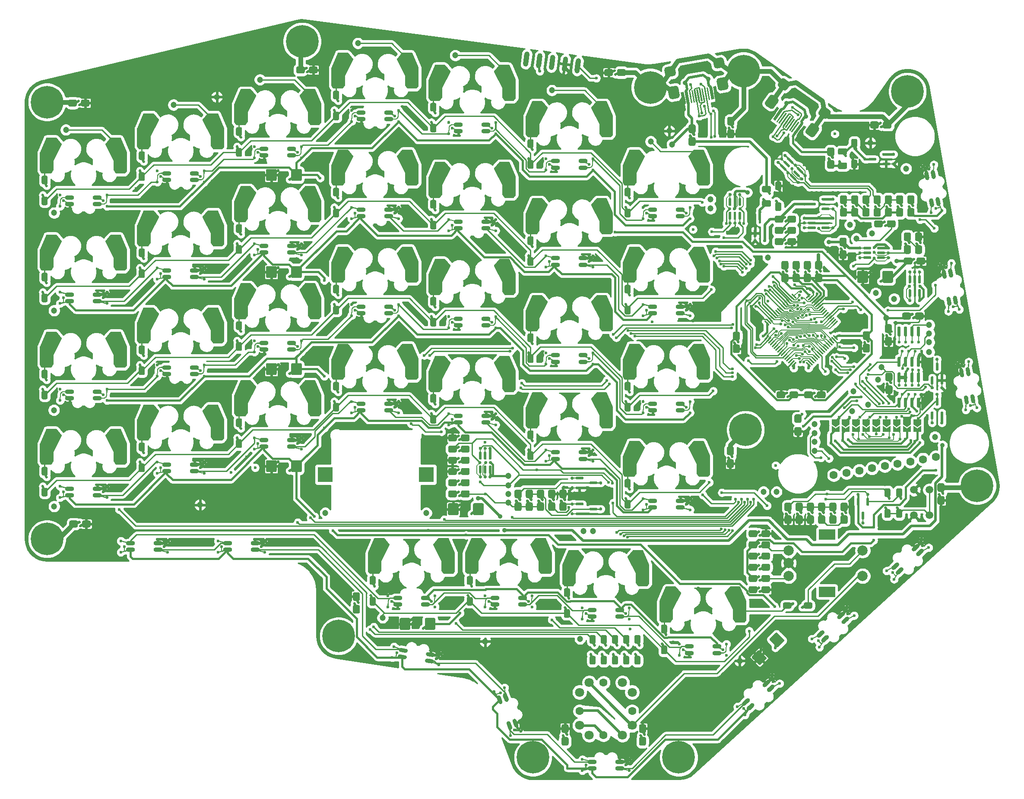
<source format=gbr>
G04 #@! TF.GenerationSoftware,KiCad,Pcbnew,(5.1.9)-1*
G04 #@! TF.CreationDate,2021-04-11T13:56:46+10:00*
G04 #@! TF.ProjectId,Djinn,446a696e-6e2e-46b6-9963-61645f706362,rev?*
G04 #@! TF.SameCoordinates,Original*
G04 #@! TF.FileFunction,Copper,L1,Top*
G04 #@! TF.FilePolarity,Positive*
%FSLAX46Y46*%
G04 Gerber Fmt 4.6, Leading zero omitted, Abs format (unit mm)*
G04 Created by KiCad (PCBNEW (5.1.9)-1) date 2021-04-11 13:56:46*
%MOMM*%
%LPD*%
G01*
G04 APERTURE LIST*
G04 #@! TA.AperFunction,ComponentPad*
%ADD10C,1.200000*%
G04 #@! TD*
G04 #@! TA.AperFunction,SMDPad,CuDef*
%ADD11C,0.152400*%
G04 #@! TD*
G04 #@! TA.AperFunction,ComponentPad*
%ADD12C,0.600000*%
G04 #@! TD*
G04 #@! TA.AperFunction,SMDPad,CuDef*
%ADD13O,1.800000X0.820000*%
G04 #@! TD*
G04 #@! TA.AperFunction,ComponentPad*
%ADD14C,0.500000*%
G04 #@! TD*
G04 #@! TA.AperFunction,ComponentPad*
%ADD15C,0.800000*%
G04 #@! TD*
G04 #@! TA.AperFunction,SMDPad,CuDef*
%ADD16R,2.150000X2.500000*%
G04 #@! TD*
G04 #@! TA.AperFunction,SMDPad,CuDef*
%ADD17R,2.350000X2.500000*%
G04 #@! TD*
G04 #@! TA.AperFunction,ComponentPad*
%ADD18C,1.500000*%
G04 #@! TD*
G04 #@! TA.AperFunction,ComponentPad*
%ADD19C,1.600000*%
G04 #@! TD*
G04 #@! TA.AperFunction,ComponentPad*
%ADD20C,1.800000*%
G04 #@! TD*
G04 #@! TA.AperFunction,ComponentPad*
%ADD21C,2.000000*%
G04 #@! TD*
G04 #@! TA.AperFunction,ComponentPad*
%ADD22R,3.200000X2.000000*%
G04 #@! TD*
G04 #@! TA.AperFunction,ComponentPad*
%ADD23C,6.400000*%
G04 #@! TD*
G04 #@! TA.AperFunction,ComponentPad*
%ADD24R,3.000000X3.000000*%
G04 #@! TD*
G04 #@! TA.AperFunction,ViaPad*
%ADD25C,0.600000*%
G04 #@! TD*
G04 #@! TA.AperFunction,ViaPad*
%ADD26C,0.900000*%
G04 #@! TD*
G04 #@! TA.AperFunction,Conductor*
%ADD27C,0.127000*%
G04 #@! TD*
G04 #@! TA.AperFunction,Conductor*
%ADD28C,0.250000*%
G04 #@! TD*
G04 #@! TA.AperFunction,Conductor*
%ADD29C,0.400000*%
G04 #@! TD*
G04 #@! TA.AperFunction,Conductor*
%ADD30C,0.650000*%
G04 #@! TD*
G04 #@! TA.AperFunction,Conductor*
%ADD31C,0.450000*%
G04 #@! TD*
G04 #@! TA.AperFunction,Conductor*
%ADD32C,0.203200*%
G04 #@! TD*
G04 #@! TA.AperFunction,Conductor*
%ADD33C,0.550000*%
G04 #@! TD*
G04 #@! TA.AperFunction,Conductor*
%ADD34C,0.900000*%
G04 #@! TD*
G04 #@! TA.AperFunction,Conductor*
%ADD35C,0.254000*%
G04 #@! TD*
G04 #@! TA.AperFunction,Conductor*
%ADD36C,0.152400*%
G04 #@! TD*
G04 APERTURE END LIST*
D10*
X78750000Y-91550000D03*
X154250000Y6300000D03*
X128650000Y-95350000D03*
X22850000Y-64750000D03*
X26150000Y15300000D03*
X83300000Y-59100000D03*
X83300000Y-62650000D03*
X83300000Y-60900000D03*
X97350000Y-91050000D03*
X133300000Y-62200000D03*
X135850000Y-62200000D03*
X134200000Y-16225000D03*
X158925000Y-24325000D03*
X143350000Y-48900000D03*
X165775000Y-34750000D03*
X122900000Y-4800000D03*
X150700000Y-46400000D03*
X122950000Y-6600000D03*
X150950000Y-42450000D03*
X47400000Y-66350000D03*
X155800000Y-40150000D03*
X67200000Y-66350000D03*
X153850000Y-45050000D03*
X156450000Y-37700000D03*
X166900000Y-51400000D03*
X58650000Y-86900000D03*
X-5750001Y-65050000D03*
X83300000Y-64350000D03*
X-5800000Y-46150000D03*
X99850000Y-69899999D03*
X-5750000Y-26600000D03*
X98000000Y-69900000D03*
X-5750000Y-7450000D03*
X111200000Y6550000D03*
X161250000Y1250000D03*
X91850000Y16600000D03*
X72900000Y23450000D03*
X53800001Y25850000D03*
X154550000Y-11450000D03*
X34600000Y18700000D03*
X150250000Y-9800000D03*
X17650000Y13750000D03*
X-3450000Y8850000D03*
X143350000Y-50650000D03*
X143350000Y-52400000D03*
X151500000Y-12500000D03*
X143350000Y-54150000D03*
X157400000Y-28100000D03*
X165775000Y-32850000D03*
X155300000Y-23200000D03*
X165775000Y-31150000D03*
X115400000Y6000000D03*
X165775000Y-29450000D03*
X114850000Y8650000D03*
G04 #@! TA.AperFunction,SMDPad,CuDef*
D11*
G36*
X8016453Y-72838548D02*
G01*
X8026108Y-72840042D01*
X8035571Y-72842472D01*
X8044752Y-72845814D01*
X8053562Y-72850035D01*
X8061919Y-72855096D01*
X8069742Y-72860949D01*
X8076957Y-72867537D01*
X8083494Y-72874797D01*
X8089292Y-72882661D01*
X8094295Y-72891053D01*
X8098455Y-72899893D01*
X8101732Y-72909097D01*
X8104096Y-72918577D01*
X8105523Y-72928242D01*
X8106000Y-72938000D01*
X8106000Y-73742701D01*
X9215611Y-73475774D01*
X9216971Y-73475457D01*
X9226595Y-73473772D01*
X9236336Y-73473035D01*
X9246104Y-73473253D01*
X9255804Y-73474422D01*
X9265343Y-73476532D01*
X9274631Y-73479564D01*
X9283579Y-73483487D01*
X9292101Y-73488264D01*
X9300117Y-73493850D01*
X9307548Y-73500192D01*
X9314326Y-73507228D01*
X9320384Y-73514893D01*
X9325666Y-73523112D01*
X9330122Y-73531807D01*
X9333706Y-73540896D01*
X9336387Y-73550291D01*
X9338138Y-73559903D01*
X9338944Y-73569639D01*
X9338794Y-73579408D01*
X9337692Y-73589116D01*
X9335649Y-73598669D01*
X9332683Y-73607978D01*
X9328822Y-73616953D01*
X9324104Y-73625509D01*
X9318574Y-73633562D01*
X9312285Y-73641039D01*
X9305296Y-73647866D01*
X9297674Y-73653978D01*
X9289491Y-73659317D01*
X9280827Y-73663833D01*
X9271764Y-73667480D01*
X9262388Y-73670226D01*
X7329389Y-74135226D01*
X7328029Y-74135543D01*
X7318405Y-74137228D01*
X7308663Y-74137965D01*
X7298895Y-74137747D01*
X7289196Y-74136578D01*
X7279657Y-74134468D01*
X7270368Y-74131436D01*
X7261420Y-74127513D01*
X7252899Y-74122736D01*
X7244883Y-74117150D01*
X7237452Y-74110808D01*
X7230674Y-74103772D01*
X7224615Y-74096107D01*
X7219333Y-74087888D01*
X7214878Y-74079193D01*
X7211294Y-74070104D01*
X7208612Y-74060710D01*
X7206862Y-74051097D01*
X7206056Y-74041361D01*
X7206205Y-74031592D01*
X7207307Y-74021884D01*
X7209351Y-74012331D01*
X7212317Y-74003022D01*
X7216178Y-73994047D01*
X7220895Y-73985491D01*
X7226425Y-73977438D01*
X7232715Y-73969961D01*
X7239704Y-73963134D01*
X7247326Y-73957022D01*
X7255508Y-73951683D01*
X7264172Y-73947168D01*
X7273236Y-73943520D01*
X7282611Y-73940774D01*
X7906000Y-73790812D01*
X7906000Y-72938000D01*
X7906010Y-72936604D01*
X7906623Y-72926853D01*
X7908185Y-72917209D01*
X7910681Y-72907763D01*
X7914086Y-72898606D01*
X7918369Y-72889825D01*
X7923489Y-72881503D01*
X7929396Y-72873721D01*
X7936034Y-72866553D01*
X7943340Y-72860066D01*
X7951244Y-72854324D01*
X7959670Y-72849380D01*
X7968539Y-72845282D01*
X7977766Y-72842069D01*
X7987262Y-72839771D01*
X7996937Y-72838412D01*
X8006698Y-72838002D01*
X8016453Y-72838548D01*
G37*
G04 #@! TD.AperFunction*
G04 #@! TA.AperFunction,SMDPad,CuDef*
G36*
X7320180Y-71739010D02*
G01*
X7329772Y-71740867D01*
X9229772Y-72205867D01*
X9231126Y-72206208D01*
X9240452Y-72209122D01*
X9249448Y-72212932D01*
X9258030Y-72217601D01*
X9266115Y-72223086D01*
X9273626Y-72229333D01*
X9280492Y-72236285D01*
X9286647Y-72243872D01*
X9292031Y-72252024D01*
X9296596Y-72260663D01*
X9300294Y-72269705D01*
X9303093Y-72279065D01*
X9304965Y-72288654D01*
X9305893Y-72298380D01*
X9305868Y-72308150D01*
X9304888Y-72317871D01*
X9302966Y-72327450D01*
X9300116Y-72336795D01*
X9296370Y-72345818D01*
X9291760Y-72354432D01*
X9286331Y-72362556D01*
X9280137Y-72370110D01*
X9273234Y-72377024D01*
X9265690Y-72383231D01*
X9257575Y-72388673D01*
X9248969Y-72393297D01*
X9239952Y-72397060D01*
X9230612Y-72399924D01*
X9221036Y-72401864D01*
X9211317Y-72402859D01*
X9201547Y-72402901D01*
X9191820Y-72401990D01*
X9182228Y-72400133D01*
X7282228Y-71935133D01*
X7280874Y-71934792D01*
X7271549Y-71931878D01*
X7262552Y-71928069D01*
X7253970Y-71923399D01*
X7245885Y-71917914D01*
X7238374Y-71911667D01*
X7231508Y-71904715D01*
X7225353Y-71897128D01*
X7219969Y-71888976D01*
X7215404Y-71880337D01*
X7211706Y-71871295D01*
X7208907Y-71861935D01*
X7207035Y-71852346D01*
X7206107Y-71842620D01*
X7206132Y-71832850D01*
X7207112Y-71823129D01*
X7209035Y-71813550D01*
X7211884Y-71804205D01*
X7215630Y-71795182D01*
X7220240Y-71786568D01*
X7225669Y-71778444D01*
X7231863Y-71770890D01*
X7238766Y-71763976D01*
X7246311Y-71757769D01*
X7254425Y-71752327D01*
X7263031Y-71747703D01*
X7272048Y-71743940D01*
X7281388Y-71741076D01*
X7290964Y-71739137D01*
X7300683Y-71738141D01*
X7310453Y-71738099D01*
X7320180Y-71739010D01*
G37*
G04 #@! TD.AperFunction*
G04 #@! TA.AperFunction,SMDPad,CuDef*
G36*
X16491820Y-74136990D02*
G01*
X16482228Y-74135133D01*
X14582228Y-73670133D01*
X14580874Y-73669792D01*
X14571548Y-73666878D01*
X14562552Y-73663068D01*
X14553970Y-73658399D01*
X14545885Y-73652914D01*
X14538374Y-73646667D01*
X14531508Y-73639715D01*
X14525353Y-73632128D01*
X14519969Y-73623976D01*
X14515404Y-73615337D01*
X14511706Y-73606295D01*
X14508907Y-73596935D01*
X14507035Y-73587346D01*
X14506107Y-73577620D01*
X14506132Y-73567850D01*
X14507112Y-73558129D01*
X14509034Y-73548550D01*
X14511884Y-73539205D01*
X14515630Y-73530182D01*
X14520240Y-73521568D01*
X14525669Y-73513444D01*
X14531863Y-73505890D01*
X14538766Y-73498976D01*
X14546310Y-73492769D01*
X14554425Y-73487327D01*
X14563031Y-73482703D01*
X14572048Y-73478940D01*
X14581388Y-73476076D01*
X14590964Y-73474136D01*
X14600683Y-73473141D01*
X14610453Y-73473099D01*
X14620180Y-73474010D01*
X14629772Y-73475867D01*
X16529772Y-73940867D01*
X16531126Y-73941208D01*
X16540451Y-73944122D01*
X16549448Y-73947931D01*
X16558030Y-73952601D01*
X16566115Y-73958086D01*
X16573626Y-73964333D01*
X16580492Y-73971285D01*
X16586647Y-73978872D01*
X16592031Y-73987024D01*
X16596596Y-73995663D01*
X16600294Y-74004705D01*
X16603093Y-74014065D01*
X16604965Y-74023654D01*
X16605893Y-74033380D01*
X16605868Y-74043150D01*
X16604888Y-74052871D01*
X16602965Y-74062450D01*
X16600116Y-74071795D01*
X16596370Y-74080818D01*
X16591760Y-74089432D01*
X16586331Y-74097556D01*
X16580137Y-74105110D01*
X16573234Y-74112024D01*
X16565689Y-74118231D01*
X16557575Y-74123673D01*
X16548969Y-74128297D01*
X16539952Y-74132060D01*
X16530612Y-74134924D01*
X16521036Y-74136863D01*
X16511317Y-74137859D01*
X16501547Y-74137901D01*
X16491820Y-74136990D01*
G37*
G04 #@! TD.AperFunction*
G04 #@! TA.AperFunction,SMDPad,CuDef*
G36*
X15795547Y-73037452D02*
G01*
X15785892Y-73035958D01*
X15776429Y-73033528D01*
X15767248Y-73030186D01*
X15758438Y-73025965D01*
X15750081Y-73020904D01*
X15742258Y-73015051D01*
X15735043Y-73008463D01*
X15728506Y-73001203D01*
X15722708Y-72993339D01*
X15717705Y-72984947D01*
X15713545Y-72976107D01*
X15710268Y-72966903D01*
X15707904Y-72957423D01*
X15706477Y-72947758D01*
X15706000Y-72938000D01*
X15706000Y-72133299D01*
X14596389Y-72400226D01*
X14595029Y-72400543D01*
X14585405Y-72402228D01*
X14575664Y-72402965D01*
X14565896Y-72402747D01*
X14556196Y-72401578D01*
X14546657Y-72399468D01*
X14537369Y-72396436D01*
X14528421Y-72392513D01*
X14519899Y-72387736D01*
X14511883Y-72382150D01*
X14504452Y-72375808D01*
X14497674Y-72368772D01*
X14491616Y-72361107D01*
X14486334Y-72352888D01*
X14481878Y-72344193D01*
X14478294Y-72335104D01*
X14475613Y-72325709D01*
X14473862Y-72316097D01*
X14473056Y-72306361D01*
X14473206Y-72296592D01*
X14474308Y-72286884D01*
X14476351Y-72277331D01*
X14479317Y-72268022D01*
X14483178Y-72259047D01*
X14487896Y-72250491D01*
X14493426Y-72242438D01*
X14499715Y-72234961D01*
X14506704Y-72228134D01*
X14514326Y-72222022D01*
X14522509Y-72216683D01*
X14531173Y-72212167D01*
X14540236Y-72208520D01*
X14549612Y-72205774D01*
X16482611Y-71740774D01*
X16483971Y-71740457D01*
X16493595Y-71738772D01*
X16503337Y-71738035D01*
X16513105Y-71738253D01*
X16522804Y-71739422D01*
X16532343Y-71741532D01*
X16541632Y-71744564D01*
X16550580Y-71748487D01*
X16559101Y-71753264D01*
X16567117Y-71758850D01*
X16574548Y-71765192D01*
X16581326Y-71772228D01*
X16587385Y-71779893D01*
X16592667Y-71788112D01*
X16597122Y-71796807D01*
X16600706Y-71805896D01*
X16603388Y-71815290D01*
X16605138Y-71824903D01*
X16605944Y-71834639D01*
X16605795Y-71844408D01*
X16604693Y-71854116D01*
X16602649Y-71863669D01*
X16599683Y-71872978D01*
X16595822Y-71881953D01*
X16591105Y-71890509D01*
X16585575Y-71898562D01*
X16579285Y-71906039D01*
X16572296Y-71912866D01*
X16564674Y-71918978D01*
X16556492Y-71924317D01*
X16547828Y-71928832D01*
X16538764Y-71932480D01*
X16529389Y-71935226D01*
X15906000Y-72085188D01*
X15906000Y-72938000D01*
X15905990Y-72939396D01*
X15905377Y-72949147D01*
X15903815Y-72958791D01*
X15901319Y-72968237D01*
X15897914Y-72977394D01*
X15893631Y-72986175D01*
X15888511Y-72994497D01*
X15882604Y-73002279D01*
X15875966Y-73009447D01*
X15868660Y-73015934D01*
X15860756Y-73021676D01*
X15852330Y-73026620D01*
X15843461Y-73030718D01*
X15834234Y-73033931D01*
X15824738Y-73036229D01*
X15815063Y-73037588D01*
X15805302Y-73037998D01*
X15795547Y-73037452D01*
G37*
G04 #@! TD.AperFunction*
D12*
X8006000Y-72938000D03*
X7306000Y-74038000D03*
X16506000Y-71838000D03*
X7306000Y-71838000D03*
X16506000Y-74038000D03*
X15806000Y-72938000D03*
D13*
X14606000Y-72298000D03*
X14606000Y-73578000D03*
X9206000Y-73578000D03*
X9206000Y-72298000D03*
G04 #@! TA.AperFunction,SMDPad,CuDef*
D11*
G36*
X27066453Y-72838548D02*
G01*
X27076108Y-72840042D01*
X27085571Y-72842472D01*
X27094752Y-72845814D01*
X27103562Y-72850035D01*
X27111919Y-72855096D01*
X27119742Y-72860949D01*
X27126957Y-72867537D01*
X27133494Y-72874797D01*
X27139292Y-72882661D01*
X27144295Y-72891053D01*
X27148455Y-72899893D01*
X27151732Y-72909097D01*
X27154096Y-72918577D01*
X27155523Y-72928242D01*
X27156000Y-72938000D01*
X27156000Y-73742701D01*
X28265611Y-73475774D01*
X28266971Y-73475457D01*
X28276595Y-73473772D01*
X28286336Y-73473035D01*
X28296104Y-73473253D01*
X28305804Y-73474422D01*
X28315343Y-73476532D01*
X28324631Y-73479564D01*
X28333579Y-73483487D01*
X28342101Y-73488264D01*
X28350117Y-73493850D01*
X28357548Y-73500192D01*
X28364326Y-73507228D01*
X28370384Y-73514893D01*
X28375666Y-73523112D01*
X28380122Y-73531807D01*
X28383706Y-73540896D01*
X28386387Y-73550291D01*
X28388138Y-73559903D01*
X28388944Y-73569639D01*
X28388794Y-73579408D01*
X28387692Y-73589116D01*
X28385649Y-73598669D01*
X28382683Y-73607978D01*
X28378822Y-73616953D01*
X28374104Y-73625509D01*
X28368574Y-73633562D01*
X28362285Y-73641039D01*
X28355296Y-73647866D01*
X28347674Y-73653978D01*
X28339491Y-73659317D01*
X28330827Y-73663833D01*
X28321764Y-73667480D01*
X28312388Y-73670226D01*
X26379389Y-74135226D01*
X26378029Y-74135543D01*
X26368405Y-74137228D01*
X26358663Y-74137965D01*
X26348895Y-74137747D01*
X26339196Y-74136578D01*
X26329657Y-74134468D01*
X26320368Y-74131436D01*
X26311420Y-74127513D01*
X26302899Y-74122736D01*
X26294883Y-74117150D01*
X26287452Y-74110808D01*
X26280674Y-74103772D01*
X26274615Y-74096107D01*
X26269333Y-74087888D01*
X26264878Y-74079193D01*
X26261294Y-74070104D01*
X26258612Y-74060710D01*
X26256862Y-74051097D01*
X26256056Y-74041361D01*
X26256205Y-74031592D01*
X26257307Y-74021884D01*
X26259351Y-74012331D01*
X26262317Y-74003022D01*
X26266178Y-73994047D01*
X26270895Y-73985491D01*
X26276425Y-73977438D01*
X26282715Y-73969961D01*
X26289704Y-73963134D01*
X26297326Y-73957022D01*
X26305508Y-73951683D01*
X26314172Y-73947168D01*
X26323236Y-73943520D01*
X26332611Y-73940774D01*
X26956000Y-73790812D01*
X26956000Y-72938000D01*
X26956010Y-72936604D01*
X26956623Y-72926853D01*
X26958185Y-72917209D01*
X26960681Y-72907763D01*
X26964086Y-72898606D01*
X26968369Y-72889825D01*
X26973489Y-72881503D01*
X26979396Y-72873721D01*
X26986034Y-72866553D01*
X26993340Y-72860066D01*
X27001244Y-72854324D01*
X27009670Y-72849380D01*
X27018539Y-72845282D01*
X27027766Y-72842069D01*
X27037262Y-72839771D01*
X27046937Y-72838412D01*
X27056698Y-72838002D01*
X27066453Y-72838548D01*
G37*
G04 #@! TD.AperFunction*
G04 #@! TA.AperFunction,SMDPad,CuDef*
G36*
X26370180Y-71739010D02*
G01*
X26379772Y-71740867D01*
X28279772Y-72205867D01*
X28281126Y-72206208D01*
X28290452Y-72209122D01*
X28299448Y-72212932D01*
X28308030Y-72217601D01*
X28316115Y-72223086D01*
X28323626Y-72229333D01*
X28330492Y-72236285D01*
X28336647Y-72243872D01*
X28342031Y-72252024D01*
X28346596Y-72260663D01*
X28350294Y-72269705D01*
X28353093Y-72279065D01*
X28354965Y-72288654D01*
X28355893Y-72298380D01*
X28355868Y-72308150D01*
X28354888Y-72317871D01*
X28352966Y-72327450D01*
X28350116Y-72336795D01*
X28346370Y-72345818D01*
X28341760Y-72354432D01*
X28336331Y-72362556D01*
X28330137Y-72370110D01*
X28323234Y-72377024D01*
X28315690Y-72383231D01*
X28307575Y-72388673D01*
X28298969Y-72393297D01*
X28289952Y-72397060D01*
X28280612Y-72399924D01*
X28271036Y-72401864D01*
X28261317Y-72402859D01*
X28251547Y-72402901D01*
X28241820Y-72401990D01*
X28232228Y-72400133D01*
X26332228Y-71935133D01*
X26330874Y-71934792D01*
X26321549Y-71931878D01*
X26312552Y-71928069D01*
X26303970Y-71923399D01*
X26295885Y-71917914D01*
X26288374Y-71911667D01*
X26281508Y-71904715D01*
X26275353Y-71897128D01*
X26269969Y-71888976D01*
X26265404Y-71880337D01*
X26261706Y-71871295D01*
X26258907Y-71861935D01*
X26257035Y-71852346D01*
X26256107Y-71842620D01*
X26256132Y-71832850D01*
X26257112Y-71823129D01*
X26259035Y-71813550D01*
X26261884Y-71804205D01*
X26265630Y-71795182D01*
X26270240Y-71786568D01*
X26275669Y-71778444D01*
X26281863Y-71770890D01*
X26288766Y-71763976D01*
X26296311Y-71757769D01*
X26304425Y-71752327D01*
X26313031Y-71747703D01*
X26322048Y-71743940D01*
X26331388Y-71741076D01*
X26340964Y-71739137D01*
X26350683Y-71738141D01*
X26360453Y-71738099D01*
X26370180Y-71739010D01*
G37*
G04 #@! TD.AperFunction*
G04 #@! TA.AperFunction,SMDPad,CuDef*
G36*
X35541820Y-74136990D02*
G01*
X35532228Y-74135133D01*
X33632228Y-73670133D01*
X33630874Y-73669792D01*
X33621548Y-73666878D01*
X33612552Y-73663068D01*
X33603970Y-73658399D01*
X33595885Y-73652914D01*
X33588374Y-73646667D01*
X33581508Y-73639715D01*
X33575353Y-73632128D01*
X33569969Y-73623976D01*
X33565404Y-73615337D01*
X33561706Y-73606295D01*
X33558907Y-73596935D01*
X33557035Y-73587346D01*
X33556107Y-73577620D01*
X33556132Y-73567850D01*
X33557112Y-73558129D01*
X33559034Y-73548550D01*
X33561884Y-73539205D01*
X33565630Y-73530182D01*
X33570240Y-73521568D01*
X33575669Y-73513444D01*
X33581863Y-73505890D01*
X33588766Y-73498976D01*
X33596310Y-73492769D01*
X33604425Y-73487327D01*
X33613031Y-73482703D01*
X33622048Y-73478940D01*
X33631388Y-73476076D01*
X33640964Y-73474136D01*
X33650683Y-73473141D01*
X33660453Y-73473099D01*
X33670180Y-73474010D01*
X33679772Y-73475867D01*
X35579772Y-73940867D01*
X35581126Y-73941208D01*
X35590451Y-73944122D01*
X35599448Y-73947931D01*
X35608030Y-73952601D01*
X35616115Y-73958086D01*
X35623626Y-73964333D01*
X35630492Y-73971285D01*
X35636647Y-73978872D01*
X35642031Y-73987024D01*
X35646596Y-73995663D01*
X35650294Y-74004705D01*
X35653093Y-74014065D01*
X35654965Y-74023654D01*
X35655893Y-74033380D01*
X35655868Y-74043150D01*
X35654888Y-74052871D01*
X35652965Y-74062450D01*
X35650116Y-74071795D01*
X35646370Y-74080818D01*
X35641760Y-74089432D01*
X35636331Y-74097556D01*
X35630137Y-74105110D01*
X35623234Y-74112024D01*
X35615689Y-74118231D01*
X35607575Y-74123673D01*
X35598969Y-74128297D01*
X35589952Y-74132060D01*
X35580612Y-74134924D01*
X35571036Y-74136863D01*
X35561317Y-74137859D01*
X35551547Y-74137901D01*
X35541820Y-74136990D01*
G37*
G04 #@! TD.AperFunction*
G04 #@! TA.AperFunction,SMDPad,CuDef*
G36*
X34845547Y-73037452D02*
G01*
X34835892Y-73035958D01*
X34826429Y-73033528D01*
X34817248Y-73030186D01*
X34808438Y-73025965D01*
X34800081Y-73020904D01*
X34792258Y-73015051D01*
X34785043Y-73008463D01*
X34778506Y-73001203D01*
X34772708Y-72993339D01*
X34767705Y-72984947D01*
X34763545Y-72976107D01*
X34760268Y-72966903D01*
X34757904Y-72957423D01*
X34756477Y-72947758D01*
X34756000Y-72938000D01*
X34756000Y-72133299D01*
X33646389Y-72400226D01*
X33645029Y-72400543D01*
X33635405Y-72402228D01*
X33625664Y-72402965D01*
X33615896Y-72402747D01*
X33606196Y-72401578D01*
X33596657Y-72399468D01*
X33587369Y-72396436D01*
X33578421Y-72392513D01*
X33569899Y-72387736D01*
X33561883Y-72382150D01*
X33554452Y-72375808D01*
X33547674Y-72368772D01*
X33541616Y-72361107D01*
X33536334Y-72352888D01*
X33531878Y-72344193D01*
X33528294Y-72335104D01*
X33525613Y-72325709D01*
X33523862Y-72316097D01*
X33523056Y-72306361D01*
X33523206Y-72296592D01*
X33524308Y-72286884D01*
X33526351Y-72277331D01*
X33529317Y-72268022D01*
X33533178Y-72259047D01*
X33537896Y-72250491D01*
X33543426Y-72242438D01*
X33549715Y-72234961D01*
X33556704Y-72228134D01*
X33564326Y-72222022D01*
X33572509Y-72216683D01*
X33581173Y-72212167D01*
X33590236Y-72208520D01*
X33599612Y-72205774D01*
X35532611Y-71740774D01*
X35533971Y-71740457D01*
X35543595Y-71738772D01*
X35553337Y-71738035D01*
X35563105Y-71738253D01*
X35572804Y-71739422D01*
X35582343Y-71741532D01*
X35591632Y-71744564D01*
X35600580Y-71748487D01*
X35609101Y-71753264D01*
X35617117Y-71758850D01*
X35624548Y-71765192D01*
X35631326Y-71772228D01*
X35637385Y-71779893D01*
X35642667Y-71788112D01*
X35647122Y-71796807D01*
X35650706Y-71805896D01*
X35653388Y-71815290D01*
X35655138Y-71824903D01*
X35655944Y-71834639D01*
X35655795Y-71844408D01*
X35654693Y-71854116D01*
X35652649Y-71863669D01*
X35649683Y-71872978D01*
X35645822Y-71881953D01*
X35641105Y-71890509D01*
X35635575Y-71898562D01*
X35629285Y-71906039D01*
X35622296Y-71912866D01*
X35614674Y-71918978D01*
X35606492Y-71924317D01*
X35597828Y-71928832D01*
X35588764Y-71932480D01*
X35579389Y-71935226D01*
X34956000Y-72085188D01*
X34956000Y-72938000D01*
X34955990Y-72939396D01*
X34955377Y-72949147D01*
X34953815Y-72958791D01*
X34951319Y-72968237D01*
X34947914Y-72977394D01*
X34943631Y-72986175D01*
X34938511Y-72994497D01*
X34932604Y-73002279D01*
X34925966Y-73009447D01*
X34918660Y-73015934D01*
X34910756Y-73021676D01*
X34902330Y-73026620D01*
X34893461Y-73030718D01*
X34884234Y-73033931D01*
X34874738Y-73036229D01*
X34865063Y-73037588D01*
X34855302Y-73037998D01*
X34845547Y-73037452D01*
G37*
G04 #@! TD.AperFunction*
D12*
X27056000Y-72938000D03*
X26356000Y-74038000D03*
X35556000Y-71838000D03*
X26356000Y-71838000D03*
X35556000Y-74038000D03*
X34856000Y-72938000D03*
D13*
X33656000Y-72298000D03*
X33656000Y-73578000D03*
X28256000Y-73578000D03*
X28256000Y-72298000D03*
G04 #@! TA.AperFunction,SMDPad,CuDef*
D11*
G36*
X61426802Y-93661281D02*
G01*
X61436117Y-93664226D01*
X61445101Y-93668067D01*
X61453667Y-93672766D01*
X61461733Y-93678277D01*
X61469223Y-93684550D01*
X61476065Y-93691525D01*
X61482194Y-93699133D01*
X61487551Y-93707303D01*
X61492086Y-93715957D01*
X61495755Y-93725012D01*
X61498523Y-93734382D01*
X61500362Y-93743977D01*
X61501257Y-93753706D01*
X61501198Y-93763476D01*
X61500185Y-93773193D01*
X61377827Y-94568537D01*
X62515123Y-94473435D01*
X62516516Y-94473329D01*
X62526284Y-94473127D01*
X62536024Y-94473879D01*
X62545645Y-94475580D01*
X62555054Y-94478210D01*
X62564162Y-94481746D01*
X62572881Y-94486155D01*
X62581128Y-94491393D01*
X62588825Y-94497410D01*
X62595898Y-94504150D01*
X62602278Y-94511549D01*
X62607908Y-94519533D01*
X62612730Y-94528030D01*
X62616701Y-94536957D01*
X62619783Y-94546228D01*
X62621943Y-94555757D01*
X62623164Y-94565450D01*
X62623433Y-94575217D01*
X62622749Y-94584962D01*
X62621116Y-94594595D01*
X62618550Y-94604022D01*
X62615079Y-94613153D01*
X62610732Y-94621903D01*
X62605551Y-94630187D01*
X62599587Y-94637926D01*
X62592897Y-94645044D01*
X62585544Y-94651478D01*
X62577598Y-94657163D01*
X62569135Y-94662045D01*
X62560236Y-94666078D01*
X62550986Y-94669224D01*
X62541473Y-94671450D01*
X62531789Y-94672739D01*
X60550561Y-94838411D01*
X60549169Y-94838517D01*
X60539401Y-94838719D01*
X60529660Y-94837966D01*
X60520039Y-94836266D01*
X60510630Y-94833635D01*
X60501523Y-94830100D01*
X60492803Y-94825690D01*
X60484555Y-94820452D01*
X60476860Y-94814435D01*
X60469786Y-94807695D01*
X60463406Y-94800297D01*
X60457777Y-94792312D01*
X60452954Y-94783815D01*
X60448983Y-94774889D01*
X60445902Y-94765617D01*
X60443742Y-94756089D01*
X60442519Y-94746397D01*
X60442251Y-94736629D01*
X60442935Y-94726884D01*
X60444568Y-94717251D01*
X60447133Y-94707824D01*
X60450606Y-94698692D01*
X60454953Y-94689943D01*
X60460134Y-94681659D01*
X60466097Y-94673920D01*
X60472787Y-94666801D01*
X60480141Y-94660368D01*
X60488087Y-94654683D01*
X60496549Y-94649801D01*
X60505448Y-94645768D01*
X60514698Y-94642623D01*
X60524211Y-94640396D01*
X60533895Y-94639107D01*
X61172837Y-94585678D01*
X61302511Y-93742782D01*
X61302733Y-93741404D01*
X61304822Y-93731859D01*
X61307832Y-93722565D01*
X61311735Y-93713608D01*
X61316493Y-93705076D01*
X61322061Y-93697048D01*
X61328387Y-93689601D01*
X61335409Y-93682808D01*
X61343060Y-93676733D01*
X61351267Y-93671432D01*
X61359952Y-93666959D01*
X61369032Y-93663353D01*
X61378421Y-93660652D01*
X61388029Y-93658879D01*
X61397764Y-93658052D01*
X61407533Y-93658180D01*
X61417243Y-93659258D01*
X61426802Y-93661281D01*
G37*
G04 #@! TD.AperFunction*
G04 #@! TA.AperFunction,SMDPad,CuDef*
G36*
X60905815Y-92468658D02*
G01*
X60915013Y-92471952D01*
X62722215Y-93220448D01*
X62723501Y-93220991D01*
X62732276Y-93225289D01*
X62740588Y-93230423D01*
X62748360Y-93236342D01*
X62755517Y-93242993D01*
X62761991Y-93250309D01*
X62767720Y-93258224D01*
X62772650Y-93266659D01*
X62776731Y-93275535D01*
X62779930Y-93284768D01*
X62782210Y-93294267D01*
X62783553Y-93303944D01*
X62783945Y-93313706D01*
X62783384Y-93323460D01*
X62781873Y-93333112D01*
X62779427Y-93342571D01*
X62776070Y-93351747D01*
X62771833Y-93360550D01*
X62766758Y-93368898D01*
X62760892Y-93376711D01*
X62754291Y-93383915D01*
X62747020Y-93390439D01*
X62739146Y-93396223D01*
X62730746Y-93401211D01*
X62721898Y-93405356D01*
X62712689Y-93408618D01*
X62703205Y-93410966D01*
X62693538Y-93412376D01*
X62683778Y-93412838D01*
X62674021Y-93412343D01*
X62664358Y-93410899D01*
X62654883Y-93408520D01*
X62645685Y-93405226D01*
X60838483Y-92656729D01*
X60837196Y-92656186D01*
X60828423Y-92651888D01*
X60820110Y-92646756D01*
X60812338Y-92640835D01*
X60805181Y-92634185D01*
X60798707Y-92626868D01*
X60792978Y-92618953D01*
X60788048Y-92610518D01*
X60783966Y-92601642D01*
X60780768Y-92592410D01*
X60778488Y-92582911D01*
X60777145Y-92573234D01*
X60776752Y-92563472D01*
X60777314Y-92553718D01*
X60778824Y-92544065D01*
X60781271Y-92534606D01*
X60784628Y-92525431D01*
X60788865Y-92516628D01*
X60793939Y-92508279D01*
X60799806Y-92500466D01*
X60806407Y-92493262D01*
X60813677Y-92486738D01*
X60821551Y-92480954D01*
X60829953Y-92475966D01*
X60838800Y-92471821D01*
X60848009Y-92468560D01*
X60857493Y-92466212D01*
X60867160Y-92464801D01*
X60876919Y-92464341D01*
X60886677Y-92464834D01*
X60896340Y-92466278D01*
X60905815Y-92468658D01*
G37*
G04 #@! TD.AperFunction*
G04 #@! TA.AperFunction,SMDPad,CuDef*
G36*
X69606185Y-96233342D02*
G01*
X69596987Y-96230048D01*
X67789785Y-95481552D01*
X67788499Y-95481009D01*
X67779724Y-95476711D01*
X67771412Y-95471577D01*
X67763640Y-95465658D01*
X67756483Y-95459007D01*
X67750009Y-95451691D01*
X67744280Y-95443776D01*
X67739350Y-95435341D01*
X67735269Y-95426465D01*
X67732070Y-95417232D01*
X67729790Y-95407733D01*
X67728447Y-95398056D01*
X67728055Y-95388294D01*
X67728616Y-95378540D01*
X67730127Y-95368888D01*
X67732573Y-95359429D01*
X67735930Y-95350253D01*
X67740167Y-95341450D01*
X67745242Y-95333102D01*
X67751108Y-95325289D01*
X67757709Y-95318085D01*
X67764980Y-95311561D01*
X67772854Y-95305777D01*
X67781254Y-95300789D01*
X67790102Y-95296644D01*
X67799311Y-95293382D01*
X67808795Y-95291034D01*
X67818462Y-95289624D01*
X67828222Y-95289162D01*
X67837979Y-95289657D01*
X67847642Y-95291101D01*
X67857117Y-95293480D01*
X67866315Y-95296774D01*
X69673517Y-96045271D01*
X69674804Y-96045814D01*
X69683577Y-96050112D01*
X69691890Y-96055244D01*
X69699662Y-96061165D01*
X69706819Y-96067815D01*
X69713293Y-96075132D01*
X69719022Y-96083047D01*
X69723952Y-96091482D01*
X69728034Y-96100358D01*
X69731232Y-96109590D01*
X69733512Y-96119089D01*
X69734855Y-96128766D01*
X69735248Y-96138528D01*
X69734686Y-96148282D01*
X69733176Y-96157935D01*
X69730729Y-96167394D01*
X69727372Y-96176569D01*
X69723135Y-96185372D01*
X69718061Y-96193721D01*
X69712194Y-96201534D01*
X69705593Y-96208738D01*
X69698323Y-96215262D01*
X69690449Y-96221046D01*
X69682047Y-96226034D01*
X69673200Y-96230179D01*
X69663991Y-96233440D01*
X69654507Y-96235788D01*
X69644840Y-96237199D01*
X69635081Y-96237659D01*
X69625323Y-96237166D01*
X69615660Y-96235722D01*
X69606185Y-96233342D01*
G37*
G04 #@! TD.AperFunction*
G04 #@! TA.AperFunction,SMDPad,CuDef*
G36*
X69085198Y-95040719D02*
G01*
X69075883Y-95037774D01*
X69066899Y-95033933D01*
X69058333Y-95029234D01*
X69050267Y-95023723D01*
X69042777Y-95017450D01*
X69035935Y-95010475D01*
X69029806Y-95002867D01*
X69024449Y-94994697D01*
X69019914Y-94986043D01*
X69016245Y-94976988D01*
X69013477Y-94967618D01*
X69011638Y-94958023D01*
X69010743Y-94948294D01*
X69010802Y-94938524D01*
X69011815Y-94928807D01*
X69134173Y-94133463D01*
X67996877Y-94228565D01*
X67995484Y-94228671D01*
X67985716Y-94228873D01*
X67975976Y-94228121D01*
X67966355Y-94226420D01*
X67956946Y-94223790D01*
X67947838Y-94220254D01*
X67939119Y-94215845D01*
X67930872Y-94210607D01*
X67923175Y-94204590D01*
X67916102Y-94197850D01*
X67909722Y-94190451D01*
X67904092Y-94182467D01*
X67899270Y-94173970D01*
X67895299Y-94165043D01*
X67892217Y-94155772D01*
X67890057Y-94146243D01*
X67888836Y-94136550D01*
X67888567Y-94126783D01*
X67889251Y-94117038D01*
X67890884Y-94107405D01*
X67893450Y-94097978D01*
X67896921Y-94088847D01*
X67901268Y-94080097D01*
X67906449Y-94071813D01*
X67912413Y-94064074D01*
X67919103Y-94056956D01*
X67926456Y-94050522D01*
X67934402Y-94044837D01*
X67942865Y-94039955D01*
X67951764Y-94035922D01*
X67961014Y-94032776D01*
X67970527Y-94030550D01*
X67980211Y-94029261D01*
X69961439Y-93863589D01*
X69962831Y-93863483D01*
X69972599Y-93863281D01*
X69982340Y-93864034D01*
X69991961Y-93865734D01*
X70001370Y-93868365D01*
X70010477Y-93871900D01*
X70019197Y-93876310D01*
X70027445Y-93881548D01*
X70035140Y-93887565D01*
X70042214Y-93894305D01*
X70048594Y-93901703D01*
X70054223Y-93909688D01*
X70059046Y-93918185D01*
X70063017Y-93927111D01*
X70066098Y-93936383D01*
X70068258Y-93945911D01*
X70069481Y-93955603D01*
X70069749Y-93965371D01*
X70069065Y-93975116D01*
X70067432Y-93984749D01*
X70064867Y-93994176D01*
X70061394Y-94003308D01*
X70057047Y-94012057D01*
X70051866Y-94020341D01*
X70045903Y-94028080D01*
X70039213Y-94035199D01*
X70031859Y-94041632D01*
X70023913Y-94047317D01*
X70015451Y-94052199D01*
X70006552Y-94056232D01*
X69997302Y-94059377D01*
X69987789Y-94061604D01*
X69978105Y-94062893D01*
X69339163Y-94116322D01*
X69209489Y-94959218D01*
X69209267Y-94960596D01*
X69207178Y-94970141D01*
X69204168Y-94979435D01*
X69200265Y-94988392D01*
X69195507Y-94996924D01*
X69189939Y-95004952D01*
X69183613Y-95012399D01*
X69176591Y-95019192D01*
X69168940Y-95025267D01*
X69160733Y-95030568D01*
X69152048Y-95035041D01*
X69142968Y-95038647D01*
X69133579Y-95041348D01*
X69123971Y-95043121D01*
X69114236Y-95043948D01*
X69104467Y-95043820D01*
X69094757Y-95042742D01*
X69085198Y-95040719D01*
G37*
G04 #@! TD.AperFunction*
D12*
X61401349Y-93757988D03*
X60542228Y-94738759D03*
X69969772Y-93963241D03*
X60876748Y-92564340D03*
X69635252Y-96137660D03*
X69110651Y-94944012D03*
G04 #@! TA.AperFunction,SMDPad,CuDef*
G36*
G01*
X68911504Y-94265513D02*
X68911455Y-94265838D01*
G75*
G02*
X68443880Y-94608729I-405233J62342D01*
G01*
X67475276Y-94459715D01*
G75*
G02*
X67132385Y-93992140I62342J405233D01*
G01*
X67132385Y-93992140D01*
G75*
G02*
X67599960Y-93649249I405233J-62342D01*
G01*
X68568564Y-93798263D01*
G75*
G02*
X68911455Y-94265838I-62342J-405233D01*
G01*
G37*
G04 #@! TD.AperFunction*
G04 #@! TA.AperFunction,SMDPad,CuDef*
G36*
G01*
X68716874Y-95530629D02*
X68716825Y-95530954D01*
G75*
G02*
X68249250Y-95873845I-405233J62342D01*
G01*
X67280646Y-95724831D01*
G75*
G02*
X66937755Y-95257256I62342J405233D01*
G01*
X66937755Y-95257256D01*
G75*
G02*
X67405330Y-94914365I405233J-62342D01*
G01*
X68373934Y-95063379D01*
G75*
G02*
X68716825Y-95530954I-62342J-405233D01*
G01*
G37*
G04 #@! TD.AperFunction*
G04 #@! TA.AperFunction,SMDPad,CuDef*
G36*
G01*
X63379664Y-94709535D02*
X63379615Y-94709860D01*
G75*
G02*
X62912040Y-95052751I-405233J62342D01*
G01*
X61943436Y-94903737D01*
G75*
G02*
X61600545Y-94436162I62342J405233D01*
G01*
X61600545Y-94436162D01*
G75*
G02*
X62068120Y-94093271I405233J-62342D01*
G01*
X63036724Y-94242285D01*
G75*
G02*
X63379615Y-94709860I-62342J-405233D01*
G01*
G37*
G04 #@! TD.AperFunction*
G04 #@! TA.AperFunction,SMDPad,CuDef*
G36*
G01*
X63574294Y-93444419D02*
X63574245Y-93444744D01*
G75*
G02*
X63106670Y-93787635I-405233J62342D01*
G01*
X62138066Y-93638621D01*
G75*
G02*
X61795175Y-93171046I62342J405233D01*
G01*
X61795175Y-93171046D01*
G75*
G02*
X62262750Y-92828155I405233J-62342D01*
G01*
X63231354Y-92977169D01*
G75*
G02*
X63574245Y-93444744I-62342J-405233D01*
G01*
G37*
G04 #@! TD.AperFunction*
G04 #@! TA.AperFunction,SMDPad,CuDef*
D11*
G36*
X81857412Y-101625183D02*
G01*
X81859403Y-101634748D01*
X81860450Y-101644461D01*
X81860545Y-101654231D01*
X81859686Y-101663962D01*
X81857881Y-101673564D01*
X81855148Y-101682944D01*
X81851513Y-101692013D01*
X81847010Y-101700683D01*
X81841683Y-101708873D01*
X81835582Y-101716504D01*
X81828765Y-101723503D01*
X81821298Y-101729803D01*
X81813252Y-101735345D01*
X81804703Y-101740075D01*
X81795734Y-101743948D01*
X81042269Y-102026497D01*
X81681810Y-102971734D01*
X81682584Y-102972896D01*
X81687541Y-102981316D01*
X81691651Y-102990178D01*
X81694877Y-102999401D01*
X81697188Y-103008893D01*
X81698562Y-103018566D01*
X81698984Y-103028327D01*
X81698453Y-103038083D01*
X81696972Y-103047740D01*
X81694557Y-103057207D01*
X81691228Y-103066391D01*
X81687020Y-103075208D01*
X81681970Y-103083572D01*
X81676129Y-103091403D01*
X81669552Y-103098629D01*
X81662300Y-103105176D01*
X81654445Y-103110985D01*
X81646059Y-103115999D01*
X81637226Y-103120173D01*
X81628027Y-103123462D01*
X81618550Y-103125839D01*
X81608888Y-103127281D01*
X81599130Y-103127772D01*
X81589371Y-103127308D01*
X81579703Y-103125895D01*
X81570221Y-103123544D01*
X81561012Y-103120281D01*
X81552165Y-103116134D01*
X81543766Y-103111144D01*
X81535894Y-103105356D01*
X81528623Y-103098830D01*
X81522026Y-103091624D01*
X81516163Y-103083809D01*
X80402050Y-101437158D01*
X80401276Y-101435995D01*
X80396319Y-101427576D01*
X80392208Y-101418713D01*
X80388983Y-101409490D01*
X80386672Y-101399998D01*
X80385298Y-101390326D01*
X80384875Y-101380564D01*
X80385407Y-101370808D01*
X80386888Y-101361152D01*
X80389303Y-101351685D01*
X80392632Y-101342501D01*
X80396840Y-101333684D01*
X80401890Y-101325319D01*
X80407731Y-101317487D01*
X80414308Y-101310263D01*
X80421560Y-101303716D01*
X80429414Y-101297906D01*
X80437801Y-101292892D01*
X80446634Y-101288719D01*
X80455833Y-101285428D01*
X80465310Y-101283052D01*
X80474972Y-101281611D01*
X80484730Y-101281120D01*
X80494489Y-101281584D01*
X80504157Y-101282996D01*
X80513639Y-101285346D01*
X80522848Y-101288611D01*
X80531695Y-101292757D01*
X80540094Y-101297748D01*
X80547966Y-101303534D01*
X80555235Y-101310062D01*
X80561834Y-101317268D01*
X80567696Y-101325081D01*
X80926996Y-101856124D01*
X81725509Y-101556682D01*
X81726820Y-101556201D01*
X81736165Y-101553352D01*
X81745744Y-101551428D01*
X81755465Y-101550448D01*
X81765234Y-101550421D01*
X81774960Y-101551348D01*
X81784550Y-101553220D01*
X81793911Y-101556019D01*
X81802953Y-101559717D01*
X81811592Y-101564280D01*
X81819744Y-101569665D01*
X81827332Y-101575818D01*
X81834283Y-101582684D01*
X81840531Y-101590195D01*
X81846017Y-101598280D01*
X81850687Y-101606862D01*
X81854498Y-101615857D01*
X81857412Y-101625183D01*
G37*
G04 #@! TD.AperFunction*
G04 #@! TA.AperFunction,SMDPad,CuDef*
G36*
X82642465Y-100587169D02*
G01*
X82644094Y-100596802D01*
X82875834Y-102539100D01*
X82875990Y-102540488D01*
X82876536Y-102550243D01*
X82876127Y-102560004D01*
X82874769Y-102569679D01*
X82872472Y-102579175D01*
X82869260Y-102588402D01*
X82865161Y-102597272D01*
X82860219Y-102605699D01*
X82854476Y-102613602D01*
X82847990Y-102620910D01*
X82840822Y-102627547D01*
X82833041Y-102633455D01*
X82824720Y-102638574D01*
X82815939Y-102642858D01*
X82806782Y-102646265D01*
X82797336Y-102648761D01*
X82787692Y-102650325D01*
X82777941Y-102650937D01*
X82768178Y-102650598D01*
X82758493Y-102649306D01*
X82748980Y-102647075D01*
X82739732Y-102643928D01*
X82730835Y-102639892D01*
X82722374Y-102635008D01*
X82714429Y-102629321D01*
X82707078Y-102622886D01*
X82700389Y-102615764D01*
X82694427Y-102608025D01*
X82689249Y-102599740D01*
X82684904Y-102590989D01*
X82681435Y-102581856D01*
X82678872Y-102572428D01*
X82677243Y-102562795D01*
X82445503Y-100620497D01*
X82445347Y-100619109D01*
X82444801Y-100609355D01*
X82445209Y-100599593D01*
X82446568Y-100589918D01*
X82448865Y-100580422D01*
X82452077Y-100571196D01*
X82456175Y-100562326D01*
X82461118Y-100553899D01*
X82466861Y-100545995D01*
X82473347Y-100538687D01*
X82480515Y-100532050D01*
X82488296Y-100526143D01*
X82496617Y-100521023D01*
X82505398Y-100516739D01*
X82514555Y-100513332D01*
X82524001Y-100510836D01*
X82533645Y-100509273D01*
X82543395Y-100508660D01*
X82553159Y-100508999D01*
X82562843Y-100510291D01*
X82572356Y-100512522D01*
X82581604Y-100515669D01*
X82590502Y-100519705D01*
X82598963Y-100524590D01*
X82606907Y-100530277D01*
X82614259Y-100536711D01*
X82620948Y-100543833D01*
X82626909Y-100551572D01*
X82632087Y-100559858D01*
X82636432Y-100568608D01*
X82639902Y-100577742D01*
X82642465Y-100587169D01*
G37*
G04 #@! TD.AperFunction*
G04 #@! TA.AperFunction,SMDPad,CuDef*
G36*
X83617535Y-110016831D02*
G01*
X83615906Y-110007198D01*
X83384166Y-108064900D01*
X83384010Y-108063512D01*
X83383464Y-108053757D01*
X83383873Y-108043996D01*
X83385231Y-108034321D01*
X83387528Y-108024825D01*
X83390740Y-108015598D01*
X83394839Y-108006728D01*
X83399781Y-107998301D01*
X83405524Y-107990398D01*
X83412010Y-107983090D01*
X83419178Y-107976453D01*
X83426959Y-107970545D01*
X83435280Y-107965426D01*
X83444061Y-107961142D01*
X83453218Y-107957735D01*
X83462664Y-107955239D01*
X83472308Y-107953675D01*
X83482059Y-107953063D01*
X83491822Y-107953402D01*
X83501507Y-107954694D01*
X83511020Y-107956925D01*
X83520268Y-107960072D01*
X83529165Y-107964108D01*
X83537626Y-107968992D01*
X83545571Y-107974679D01*
X83552922Y-107981114D01*
X83559611Y-107988236D01*
X83565573Y-107995975D01*
X83570751Y-108004260D01*
X83575096Y-108013011D01*
X83578565Y-108022144D01*
X83581128Y-108031572D01*
X83582757Y-108041205D01*
X83814497Y-109983503D01*
X83814653Y-109984891D01*
X83815199Y-109994645D01*
X83814791Y-110004407D01*
X83813432Y-110014082D01*
X83811135Y-110023578D01*
X83807923Y-110032804D01*
X83803825Y-110041674D01*
X83798882Y-110050101D01*
X83793139Y-110058005D01*
X83786653Y-110065313D01*
X83779485Y-110071950D01*
X83771704Y-110077857D01*
X83763383Y-110082977D01*
X83754602Y-110087261D01*
X83745445Y-110090668D01*
X83735999Y-110093164D01*
X83726355Y-110094727D01*
X83716605Y-110095340D01*
X83706841Y-110095001D01*
X83697157Y-110093709D01*
X83687644Y-110091478D01*
X83678396Y-110088331D01*
X83669498Y-110084295D01*
X83661037Y-110079410D01*
X83653093Y-110073723D01*
X83645741Y-110067289D01*
X83639052Y-110060167D01*
X83633091Y-110052428D01*
X83627913Y-110044142D01*
X83623568Y-110035392D01*
X83620098Y-110026258D01*
X83617535Y-110016831D01*
G37*
G04 #@! TD.AperFunction*
G04 #@! TA.AperFunction,SMDPad,CuDef*
G36*
X84402588Y-108978817D02*
G01*
X84400597Y-108969252D01*
X84399550Y-108959539D01*
X84399455Y-108949769D01*
X84400314Y-108940038D01*
X84402119Y-108930436D01*
X84404852Y-108921056D01*
X84408487Y-108911987D01*
X84412990Y-108903317D01*
X84418317Y-108895127D01*
X84424418Y-108887496D01*
X84431235Y-108880497D01*
X84438702Y-108874197D01*
X84446748Y-108868655D01*
X84455297Y-108863925D01*
X84464266Y-108860052D01*
X85217731Y-108577503D01*
X84578190Y-107632266D01*
X84577416Y-107631104D01*
X84572459Y-107622684D01*
X84568349Y-107613822D01*
X84565123Y-107604599D01*
X84562812Y-107595107D01*
X84561438Y-107585434D01*
X84561016Y-107575673D01*
X84561547Y-107565917D01*
X84563028Y-107556260D01*
X84565443Y-107546793D01*
X84568772Y-107537609D01*
X84572980Y-107528792D01*
X84578030Y-107520428D01*
X84583871Y-107512597D01*
X84590448Y-107505371D01*
X84597700Y-107498824D01*
X84605555Y-107493015D01*
X84613941Y-107488001D01*
X84622774Y-107483827D01*
X84631973Y-107480538D01*
X84641450Y-107478161D01*
X84651112Y-107476719D01*
X84660870Y-107476228D01*
X84670629Y-107476692D01*
X84680297Y-107478105D01*
X84689779Y-107480456D01*
X84698988Y-107483719D01*
X84707835Y-107487866D01*
X84716234Y-107492856D01*
X84724106Y-107498644D01*
X84731377Y-107505170D01*
X84737974Y-107512376D01*
X84743837Y-107520191D01*
X85857950Y-109166842D01*
X85858724Y-109168005D01*
X85863681Y-109176424D01*
X85867792Y-109185287D01*
X85871017Y-109194510D01*
X85873328Y-109204002D01*
X85874702Y-109213674D01*
X85875125Y-109223436D01*
X85874593Y-109233192D01*
X85873112Y-109242848D01*
X85870697Y-109252315D01*
X85867368Y-109261499D01*
X85863160Y-109270316D01*
X85858110Y-109278681D01*
X85852269Y-109286513D01*
X85845692Y-109293737D01*
X85838440Y-109300284D01*
X85830586Y-109306094D01*
X85822199Y-109311108D01*
X85813366Y-109315281D01*
X85804167Y-109318572D01*
X85794690Y-109320948D01*
X85785028Y-109322389D01*
X85775270Y-109322880D01*
X85765511Y-109322416D01*
X85755843Y-109321004D01*
X85746361Y-109318654D01*
X85737152Y-109315389D01*
X85728305Y-109311243D01*
X85719906Y-109306252D01*
X85712034Y-109300466D01*
X85704765Y-109293938D01*
X85698166Y-109286732D01*
X85692304Y-109278919D01*
X85333004Y-108747876D01*
X84534491Y-109047318D01*
X84533180Y-109047799D01*
X84523835Y-109050648D01*
X84514256Y-109052572D01*
X84504535Y-109053552D01*
X84494766Y-109053579D01*
X84485040Y-109052652D01*
X84475450Y-109050780D01*
X84466089Y-109047981D01*
X84457047Y-109044283D01*
X84448408Y-109039720D01*
X84440256Y-109034335D01*
X84432668Y-109028182D01*
X84425717Y-109021316D01*
X84419469Y-109013805D01*
X84413983Y-109005720D01*
X84409313Y-108997138D01*
X84405502Y-108988143D01*
X84402588Y-108978817D01*
G37*
G04 #@! TD.AperFunction*
D12*
X81760621Y-101650315D03*
X80484873Y-101381119D03*
X85775127Y-109222881D03*
X82544798Y-100608650D03*
X83715202Y-109995350D03*
X84499379Y-108953685D03*
G04 #@! TA.AperFunction,SMDPad,CuDef*
G36*
G01*
X84993587Y-108447956D02*
X84993292Y-108448067D01*
G75*
G02*
X84465437Y-108208132I-143960J383895D01*
G01*
X84121337Y-107290530D01*
G75*
G02*
X84361272Y-106762675I383895J143960D01*
G01*
X84361272Y-106762675D01*
G75*
G02*
X84889127Y-107002610I143960J-383895D01*
G01*
X85233227Y-107920212D01*
G75*
G02*
X84993292Y-108448067I-383895J-143960D01*
G01*
G37*
G04 #@! TD.AperFunction*
G04 #@! TA.AperFunction,SMDPad,CuDef*
G36*
G01*
X83795085Y-108897393D02*
X83794790Y-108897504D01*
G75*
G02*
X83266935Y-108657569I-143960J383895D01*
G01*
X82922835Y-107739967D01*
G75*
G02*
X83162770Y-107212112I383895J143960D01*
G01*
X83162770Y-107212112D01*
G75*
G02*
X83690625Y-107452047I143960J-383895D01*
G01*
X84034725Y-108369649D01*
G75*
G02*
X83794790Y-108897504I-383895J-143960D01*
G01*
G37*
G04 #@! TD.AperFunction*
G04 #@! TA.AperFunction,SMDPad,CuDef*
G36*
G01*
X81899023Y-103841214D02*
X81898728Y-103841325D01*
G75*
G02*
X81370873Y-103601390I-143960J383895D01*
G01*
X81026773Y-102683788D01*
G75*
G02*
X81266708Y-102155933I383895J143960D01*
G01*
X81266708Y-102155933D01*
G75*
G02*
X81794563Y-102395868I143960J-383895D01*
G01*
X82138663Y-103313470D01*
G75*
G02*
X81898728Y-103841325I-383895J-143960D01*
G01*
G37*
G04 #@! TD.AperFunction*
G04 #@! TA.AperFunction,SMDPad,CuDef*
G36*
G01*
X83097525Y-103391777D02*
X83097230Y-103391888D01*
G75*
G02*
X82569375Y-103151953I-143960J383895D01*
G01*
X82225275Y-102234351D01*
G75*
G02*
X82465210Y-101706496I383895J143960D01*
G01*
X82465210Y-101706496D01*
G75*
G02*
X82993065Y-101946431I143960J-383895D01*
G01*
X83337165Y-102864033D01*
G75*
G02*
X83097230Y-103391888I-383895J-143960D01*
G01*
G37*
G04 #@! TD.AperFunction*
G04 #@! TA.AperFunction,SMDPad,CuDef*
D11*
G36*
X98504453Y-115700548D02*
G01*
X98514108Y-115702042D01*
X98523571Y-115704472D01*
X98532752Y-115707814D01*
X98541562Y-115712035D01*
X98549919Y-115717096D01*
X98557742Y-115722949D01*
X98564957Y-115729537D01*
X98571494Y-115736797D01*
X98577292Y-115744661D01*
X98582295Y-115753053D01*
X98586455Y-115761893D01*
X98589732Y-115771097D01*
X98592096Y-115780577D01*
X98593523Y-115790242D01*
X98594000Y-115800000D01*
X98594000Y-116604701D01*
X99703611Y-116337774D01*
X99704971Y-116337457D01*
X99714595Y-116335772D01*
X99724336Y-116335035D01*
X99734104Y-116335253D01*
X99743804Y-116336422D01*
X99753343Y-116338532D01*
X99762631Y-116341564D01*
X99771579Y-116345487D01*
X99780101Y-116350264D01*
X99788117Y-116355850D01*
X99795548Y-116362192D01*
X99802326Y-116369228D01*
X99808384Y-116376893D01*
X99813666Y-116385112D01*
X99818122Y-116393807D01*
X99821706Y-116402896D01*
X99824387Y-116412291D01*
X99826138Y-116421903D01*
X99826944Y-116431639D01*
X99826794Y-116441408D01*
X99825692Y-116451116D01*
X99823649Y-116460669D01*
X99820683Y-116469978D01*
X99816822Y-116478953D01*
X99812104Y-116487509D01*
X99806574Y-116495562D01*
X99800285Y-116503039D01*
X99793296Y-116509866D01*
X99785674Y-116515978D01*
X99777491Y-116521317D01*
X99768827Y-116525833D01*
X99759764Y-116529480D01*
X99750388Y-116532226D01*
X97817389Y-116997226D01*
X97816029Y-116997543D01*
X97806405Y-116999228D01*
X97796663Y-116999965D01*
X97786895Y-116999747D01*
X97777196Y-116998578D01*
X97767657Y-116996468D01*
X97758368Y-116993436D01*
X97749420Y-116989513D01*
X97740899Y-116984736D01*
X97732883Y-116979150D01*
X97725452Y-116972808D01*
X97718674Y-116965772D01*
X97712615Y-116958107D01*
X97707333Y-116949888D01*
X97702878Y-116941193D01*
X97699294Y-116932104D01*
X97696612Y-116922710D01*
X97694862Y-116913097D01*
X97694056Y-116903361D01*
X97694205Y-116893592D01*
X97695307Y-116883884D01*
X97697351Y-116874331D01*
X97700317Y-116865022D01*
X97704178Y-116856047D01*
X97708895Y-116847491D01*
X97714425Y-116839438D01*
X97720715Y-116831961D01*
X97727704Y-116825134D01*
X97735326Y-116819022D01*
X97743508Y-116813683D01*
X97752172Y-116809168D01*
X97761236Y-116805520D01*
X97770611Y-116802774D01*
X98394000Y-116652812D01*
X98394000Y-115800000D01*
X98394010Y-115798604D01*
X98394623Y-115788853D01*
X98396185Y-115779209D01*
X98398681Y-115769763D01*
X98402086Y-115760606D01*
X98406369Y-115751825D01*
X98411489Y-115743503D01*
X98417396Y-115735721D01*
X98424034Y-115728553D01*
X98431340Y-115722066D01*
X98439244Y-115716324D01*
X98447670Y-115711380D01*
X98456539Y-115707282D01*
X98465766Y-115704069D01*
X98475262Y-115701771D01*
X98484937Y-115700412D01*
X98494698Y-115700002D01*
X98504453Y-115700548D01*
G37*
G04 #@! TD.AperFunction*
G04 #@! TA.AperFunction,SMDPad,CuDef*
G36*
X97808180Y-114601010D02*
G01*
X97817772Y-114602867D01*
X99717772Y-115067867D01*
X99719126Y-115068208D01*
X99728452Y-115071122D01*
X99737448Y-115074932D01*
X99746030Y-115079601D01*
X99754115Y-115085086D01*
X99761626Y-115091333D01*
X99768492Y-115098285D01*
X99774647Y-115105872D01*
X99780031Y-115114024D01*
X99784596Y-115122663D01*
X99788294Y-115131705D01*
X99791093Y-115141065D01*
X99792965Y-115150654D01*
X99793893Y-115160380D01*
X99793868Y-115170150D01*
X99792888Y-115179871D01*
X99790966Y-115189450D01*
X99788116Y-115198795D01*
X99784370Y-115207818D01*
X99779760Y-115216432D01*
X99774331Y-115224556D01*
X99768137Y-115232110D01*
X99761234Y-115239024D01*
X99753690Y-115245231D01*
X99745575Y-115250673D01*
X99736969Y-115255297D01*
X99727952Y-115259060D01*
X99718612Y-115261924D01*
X99709036Y-115263864D01*
X99699317Y-115264859D01*
X99689547Y-115264901D01*
X99679820Y-115263990D01*
X99670228Y-115262133D01*
X97770228Y-114797133D01*
X97768874Y-114796792D01*
X97759549Y-114793878D01*
X97750552Y-114790069D01*
X97741970Y-114785399D01*
X97733885Y-114779914D01*
X97726374Y-114773667D01*
X97719508Y-114766715D01*
X97713353Y-114759128D01*
X97707969Y-114750976D01*
X97703404Y-114742337D01*
X97699706Y-114733295D01*
X97696907Y-114723935D01*
X97695035Y-114714346D01*
X97694107Y-114704620D01*
X97694132Y-114694850D01*
X97695112Y-114685129D01*
X97697035Y-114675550D01*
X97699884Y-114666205D01*
X97703630Y-114657182D01*
X97708240Y-114648568D01*
X97713669Y-114640444D01*
X97719863Y-114632890D01*
X97726766Y-114625976D01*
X97734311Y-114619769D01*
X97742425Y-114614327D01*
X97751031Y-114609703D01*
X97760048Y-114605940D01*
X97769388Y-114603076D01*
X97778964Y-114601137D01*
X97788683Y-114600141D01*
X97798453Y-114600099D01*
X97808180Y-114601010D01*
G37*
G04 #@! TD.AperFunction*
G04 #@! TA.AperFunction,SMDPad,CuDef*
G36*
X106979820Y-116998990D02*
G01*
X106970228Y-116997133D01*
X105070228Y-116532133D01*
X105068874Y-116531792D01*
X105059548Y-116528878D01*
X105050552Y-116525068D01*
X105041970Y-116520399D01*
X105033885Y-116514914D01*
X105026374Y-116508667D01*
X105019508Y-116501715D01*
X105013353Y-116494128D01*
X105007969Y-116485976D01*
X105003404Y-116477337D01*
X104999706Y-116468295D01*
X104996907Y-116458935D01*
X104995035Y-116449346D01*
X104994107Y-116439620D01*
X104994132Y-116429850D01*
X104995112Y-116420129D01*
X104997034Y-116410550D01*
X104999884Y-116401205D01*
X105003630Y-116392182D01*
X105008240Y-116383568D01*
X105013669Y-116375444D01*
X105019863Y-116367890D01*
X105026766Y-116360976D01*
X105034310Y-116354769D01*
X105042425Y-116349327D01*
X105051031Y-116344703D01*
X105060048Y-116340940D01*
X105069388Y-116338076D01*
X105078964Y-116336136D01*
X105088683Y-116335141D01*
X105098453Y-116335099D01*
X105108180Y-116336010D01*
X105117772Y-116337867D01*
X107017772Y-116802867D01*
X107019126Y-116803208D01*
X107028451Y-116806122D01*
X107037448Y-116809931D01*
X107046030Y-116814601D01*
X107054115Y-116820086D01*
X107061626Y-116826333D01*
X107068492Y-116833285D01*
X107074647Y-116840872D01*
X107080031Y-116849024D01*
X107084596Y-116857663D01*
X107088294Y-116866705D01*
X107091093Y-116876065D01*
X107092965Y-116885654D01*
X107093893Y-116895380D01*
X107093868Y-116905150D01*
X107092888Y-116914871D01*
X107090965Y-116924450D01*
X107088116Y-116933795D01*
X107084370Y-116942818D01*
X107079760Y-116951432D01*
X107074331Y-116959556D01*
X107068137Y-116967110D01*
X107061234Y-116974024D01*
X107053689Y-116980231D01*
X107045575Y-116985673D01*
X107036969Y-116990297D01*
X107027952Y-116994060D01*
X107018612Y-116996924D01*
X107009036Y-116998863D01*
X106999317Y-116999859D01*
X106989547Y-116999901D01*
X106979820Y-116998990D01*
G37*
G04 #@! TD.AperFunction*
G04 #@! TA.AperFunction,SMDPad,CuDef*
G36*
X106283547Y-115899452D02*
G01*
X106273892Y-115897958D01*
X106264429Y-115895528D01*
X106255248Y-115892186D01*
X106246438Y-115887965D01*
X106238081Y-115882904D01*
X106230258Y-115877051D01*
X106223043Y-115870463D01*
X106216506Y-115863203D01*
X106210708Y-115855339D01*
X106205705Y-115846947D01*
X106201545Y-115838107D01*
X106198268Y-115828903D01*
X106195904Y-115819423D01*
X106194477Y-115809758D01*
X106194000Y-115800000D01*
X106194000Y-114995299D01*
X105084389Y-115262226D01*
X105083029Y-115262543D01*
X105073405Y-115264228D01*
X105063664Y-115264965D01*
X105053896Y-115264747D01*
X105044196Y-115263578D01*
X105034657Y-115261468D01*
X105025369Y-115258436D01*
X105016421Y-115254513D01*
X105007899Y-115249736D01*
X104999883Y-115244150D01*
X104992452Y-115237808D01*
X104985674Y-115230772D01*
X104979616Y-115223107D01*
X104974334Y-115214888D01*
X104969878Y-115206193D01*
X104966294Y-115197104D01*
X104963613Y-115187709D01*
X104961862Y-115178097D01*
X104961056Y-115168361D01*
X104961206Y-115158592D01*
X104962308Y-115148884D01*
X104964351Y-115139331D01*
X104967317Y-115130022D01*
X104971178Y-115121047D01*
X104975896Y-115112491D01*
X104981426Y-115104438D01*
X104987715Y-115096961D01*
X104994704Y-115090134D01*
X105002326Y-115084022D01*
X105010509Y-115078683D01*
X105019173Y-115074167D01*
X105028236Y-115070520D01*
X105037612Y-115067774D01*
X106970611Y-114602774D01*
X106971971Y-114602457D01*
X106981595Y-114600772D01*
X106991337Y-114600035D01*
X107001105Y-114600253D01*
X107010804Y-114601422D01*
X107020343Y-114603532D01*
X107029632Y-114606564D01*
X107038580Y-114610487D01*
X107047101Y-114615264D01*
X107055117Y-114620850D01*
X107062548Y-114627192D01*
X107069326Y-114634228D01*
X107075385Y-114641893D01*
X107080667Y-114650112D01*
X107085122Y-114658807D01*
X107088706Y-114667896D01*
X107091388Y-114677290D01*
X107093138Y-114686903D01*
X107093944Y-114696639D01*
X107093795Y-114706408D01*
X107092693Y-114716116D01*
X107090649Y-114725669D01*
X107087683Y-114734978D01*
X107083822Y-114743953D01*
X107079105Y-114752509D01*
X107073575Y-114760562D01*
X107067285Y-114768039D01*
X107060296Y-114774866D01*
X107052674Y-114780978D01*
X107044492Y-114786317D01*
X107035828Y-114790832D01*
X107026764Y-114794480D01*
X107017389Y-114797226D01*
X106394000Y-114947188D01*
X106394000Y-115800000D01*
X106393990Y-115801396D01*
X106393377Y-115811147D01*
X106391815Y-115820791D01*
X106389319Y-115830237D01*
X106385914Y-115839394D01*
X106381631Y-115848175D01*
X106376511Y-115856497D01*
X106370604Y-115864279D01*
X106363966Y-115871447D01*
X106356660Y-115877934D01*
X106348756Y-115883676D01*
X106340330Y-115888620D01*
X106331461Y-115892718D01*
X106322234Y-115895931D01*
X106312738Y-115898229D01*
X106303063Y-115899588D01*
X106293302Y-115899998D01*
X106283547Y-115899452D01*
G37*
G04 #@! TD.AperFunction*
D12*
X98494000Y-115800000D03*
X97794000Y-116900000D03*
X106994000Y-114700000D03*
X97794000Y-114700000D03*
X106994000Y-116900000D03*
X106294000Y-115800000D03*
D13*
X105094000Y-115160000D03*
X105094000Y-116440000D03*
X99694000Y-116440000D03*
X99694000Y-115160000D03*
G04 #@! TA.AperFunction,SMDPad,CuDef*
D11*
G36*
X129374058Y-104628262D02*
G01*
X129382201Y-104622863D01*
X129390833Y-104618286D01*
X129399870Y-104614572D01*
X129409225Y-104611758D01*
X129418810Y-104609870D01*
X129428535Y-104608927D01*
X129438305Y-104608937D01*
X129448027Y-104609900D01*
X129457609Y-104611808D01*
X129466960Y-104614641D01*
X129475989Y-104618373D01*
X129484610Y-104622969D01*
X129492743Y-104628384D01*
X129500307Y-104634567D01*
X129507232Y-104641458D01*
X130049232Y-105236252D01*
X130689613Y-104291584D01*
X130690405Y-104290434D01*
X130696384Y-104282706D01*
X130703088Y-104275601D01*
X130710454Y-104269183D01*
X130718411Y-104263513D01*
X130726883Y-104258648D01*
X130735791Y-104254633D01*
X130745047Y-104251506D01*
X130754564Y-104249297D01*
X130764251Y-104248027D01*
X130774015Y-104247709D01*
X130783764Y-104248345D01*
X130793405Y-104249930D01*
X130802845Y-104252448D01*
X130811995Y-104255873D01*
X130820766Y-104260177D01*
X130829075Y-104265316D01*
X130836844Y-104271241D01*
X130843997Y-104277895D01*
X130850466Y-104285216D01*
X130856190Y-104293134D01*
X130861114Y-104301571D01*
X130865192Y-104310450D01*
X130868383Y-104319684D01*
X130870659Y-104329186D01*
X130871995Y-104338863D01*
X130872383Y-104348626D01*
X130871815Y-104358379D01*
X130870298Y-104368031D01*
X130867846Y-104377489D01*
X130864483Y-104386662D01*
X130860241Y-104395462D01*
X130855160Y-104403807D01*
X129739582Y-106049467D01*
X129738790Y-106050617D01*
X129732812Y-106058345D01*
X129726107Y-106065451D01*
X129718741Y-106071869D01*
X129710784Y-106077538D01*
X129702312Y-106082403D01*
X129693404Y-106086419D01*
X129684148Y-106089546D01*
X129674632Y-106091754D01*
X129664945Y-106093024D01*
X129655180Y-106093342D01*
X129645431Y-106092706D01*
X129635790Y-106091122D01*
X129626350Y-106088604D01*
X129617201Y-106085178D01*
X129608430Y-106080874D01*
X129600120Y-106075737D01*
X129592352Y-106069810D01*
X129585199Y-106063156D01*
X129578729Y-106055835D01*
X129573005Y-106047917D01*
X129568081Y-106039480D01*
X129564004Y-106030601D01*
X129560812Y-106021367D01*
X129558536Y-106011866D01*
X129557200Y-106002188D01*
X129556813Y-105992425D01*
X129557380Y-105982672D01*
X129558898Y-105973020D01*
X129561349Y-105963563D01*
X129564712Y-105954390D01*
X129568955Y-105945589D01*
X129574035Y-105937245D01*
X129933807Y-105406522D01*
X129359402Y-104776167D01*
X129358469Y-104775128D01*
X129352355Y-104767508D01*
X129347014Y-104759327D01*
X129342496Y-104750664D01*
X129338846Y-104741602D01*
X129336097Y-104732227D01*
X129334276Y-104722627D01*
X129333401Y-104712897D01*
X129333479Y-104703127D01*
X129334510Y-104693412D01*
X129336485Y-104683844D01*
X129339383Y-104674514D01*
X129343178Y-104665511D01*
X129347835Y-104656922D01*
X129353306Y-104648827D01*
X129359542Y-104641306D01*
X129366480Y-104634429D01*
X129374058Y-104628262D01*
G37*
G04 #@! TD.AperFunction*
G04 #@! TA.AperFunction,SMDPad,CuDef*
G36*
X128118824Y-104284508D02*
G01*
X128127165Y-104279420D01*
X129844746Y-103343396D01*
X129845976Y-103342736D01*
X129854832Y-103338608D01*
X129864048Y-103335365D01*
X129873536Y-103333036D01*
X129883206Y-103331644D01*
X129892966Y-103331203D01*
X129902723Y-103331717D01*
X129912383Y-103333179D01*
X129921853Y-103335578D01*
X129931046Y-103338889D01*
X129939869Y-103343082D01*
X129948243Y-103348115D01*
X129956085Y-103353942D01*
X129963322Y-103360506D01*
X129969884Y-103367744D01*
X129975707Y-103375589D01*
X129980738Y-103383964D01*
X129984926Y-103392791D01*
X129988234Y-103401984D01*
X129990629Y-103411456D01*
X129992088Y-103421117D01*
X129992597Y-103430873D01*
X129992152Y-103440633D01*
X129990756Y-103450302D01*
X129988424Y-103459790D01*
X129985177Y-103469004D01*
X129981047Y-103477859D01*
X129976072Y-103486267D01*
X129970301Y-103494151D01*
X129963787Y-103501432D01*
X129956594Y-103508044D01*
X129948790Y-103513922D01*
X129940450Y-103519010D01*
X128222869Y-104455035D01*
X128221639Y-104455695D01*
X128212783Y-104459821D01*
X128203568Y-104463066D01*
X128194079Y-104465394D01*
X128184409Y-104466786D01*
X128174649Y-104467227D01*
X128164892Y-104466713D01*
X128155232Y-104465251D01*
X128145762Y-104462852D01*
X128136569Y-104459541D01*
X128127745Y-104455348D01*
X128119372Y-104450315D01*
X128111530Y-104444488D01*
X128104293Y-104437924D01*
X128097731Y-104430686D01*
X128091908Y-104422841D01*
X128086877Y-104414465D01*
X128082689Y-104405639D01*
X128079381Y-104396446D01*
X128076986Y-104386974D01*
X128075527Y-104377313D01*
X128075017Y-104367557D01*
X128075463Y-104357797D01*
X128076859Y-104348128D01*
X128079191Y-104338640D01*
X128082438Y-104329426D01*
X128086568Y-104320571D01*
X128091543Y-104312163D01*
X128097315Y-104304280D01*
X128103828Y-104296998D01*
X128111021Y-104290386D01*
X128118824Y-104284508D01*
G37*
G04 #@! TD.AperFunction*
G04 #@! TA.AperFunction,SMDPad,CuDef*
G36*
X136513176Y-99879492D02*
G01*
X136504835Y-99884580D01*
X134787254Y-100820604D01*
X134786024Y-100821264D01*
X134777168Y-100825392D01*
X134767952Y-100828635D01*
X134758464Y-100830964D01*
X134748794Y-100832356D01*
X134739034Y-100832797D01*
X134729277Y-100832283D01*
X134719617Y-100830821D01*
X134710147Y-100828422D01*
X134700954Y-100825111D01*
X134692131Y-100820918D01*
X134683757Y-100815885D01*
X134675915Y-100810058D01*
X134668678Y-100803494D01*
X134662116Y-100796256D01*
X134656293Y-100788411D01*
X134651262Y-100780036D01*
X134647074Y-100771209D01*
X134643766Y-100762016D01*
X134641371Y-100752544D01*
X134639912Y-100742883D01*
X134639403Y-100733127D01*
X134639848Y-100723367D01*
X134641244Y-100713698D01*
X134643576Y-100704210D01*
X134646823Y-100694996D01*
X134650953Y-100686141D01*
X134655928Y-100677733D01*
X134661699Y-100669849D01*
X134668213Y-100662568D01*
X134675406Y-100655956D01*
X134683210Y-100650078D01*
X134691550Y-100644990D01*
X136409131Y-99708965D01*
X136410361Y-99708305D01*
X136419217Y-99704179D01*
X136428432Y-99700934D01*
X136437921Y-99698606D01*
X136447591Y-99697214D01*
X136457351Y-99696773D01*
X136467108Y-99697287D01*
X136476768Y-99698749D01*
X136486238Y-99701148D01*
X136495431Y-99704459D01*
X136504255Y-99708652D01*
X136512628Y-99713685D01*
X136520470Y-99719512D01*
X136527707Y-99726076D01*
X136534269Y-99733314D01*
X136540092Y-99741159D01*
X136545123Y-99749535D01*
X136549311Y-99758361D01*
X136552619Y-99767554D01*
X136555014Y-99777026D01*
X136556473Y-99786687D01*
X136556983Y-99796443D01*
X136556537Y-99806203D01*
X136555141Y-99815872D01*
X136552809Y-99825360D01*
X136549562Y-99834574D01*
X136545432Y-99843429D01*
X136540457Y-99851837D01*
X136534685Y-99859720D01*
X136528172Y-99867002D01*
X136520979Y-99873614D01*
X136513176Y-99879492D01*
G37*
G04 #@! TD.AperFunction*
G04 #@! TA.AperFunction,SMDPad,CuDef*
G36*
X135257942Y-99535738D02*
G01*
X135249799Y-99541137D01*
X135241167Y-99545714D01*
X135232130Y-99549428D01*
X135222775Y-99552242D01*
X135213190Y-99554130D01*
X135203465Y-99555073D01*
X135193695Y-99555063D01*
X135183973Y-99554100D01*
X135174391Y-99552192D01*
X135165040Y-99549359D01*
X135156011Y-99545627D01*
X135147390Y-99541031D01*
X135139257Y-99535616D01*
X135131693Y-99529433D01*
X135124768Y-99522542D01*
X134582768Y-98927748D01*
X133942387Y-99872416D01*
X133941595Y-99873566D01*
X133935616Y-99881294D01*
X133928912Y-99888399D01*
X133921546Y-99894817D01*
X133913589Y-99900487D01*
X133905117Y-99905352D01*
X133896209Y-99909367D01*
X133886953Y-99912494D01*
X133877436Y-99914703D01*
X133867749Y-99915973D01*
X133857985Y-99916291D01*
X133848236Y-99915655D01*
X133838595Y-99914070D01*
X133829155Y-99911552D01*
X133820005Y-99908127D01*
X133811234Y-99903823D01*
X133802925Y-99898684D01*
X133795156Y-99892759D01*
X133788003Y-99886105D01*
X133781534Y-99878784D01*
X133775810Y-99870866D01*
X133770886Y-99862429D01*
X133766808Y-99853550D01*
X133763617Y-99844316D01*
X133761341Y-99834814D01*
X133760005Y-99825137D01*
X133759617Y-99815374D01*
X133760185Y-99805621D01*
X133761702Y-99795969D01*
X133764154Y-99786511D01*
X133767517Y-99777338D01*
X133771759Y-99768538D01*
X133776840Y-99760193D01*
X134892418Y-98114533D01*
X134893210Y-98113383D01*
X134899188Y-98105655D01*
X134905893Y-98098549D01*
X134913259Y-98092131D01*
X134921216Y-98086462D01*
X134929688Y-98081597D01*
X134938596Y-98077581D01*
X134947852Y-98074454D01*
X134957368Y-98072246D01*
X134967055Y-98070976D01*
X134976820Y-98070658D01*
X134986569Y-98071294D01*
X134996210Y-98072878D01*
X135005650Y-98075396D01*
X135014799Y-98078822D01*
X135023570Y-98083126D01*
X135031880Y-98088263D01*
X135039648Y-98094190D01*
X135046801Y-98100844D01*
X135053271Y-98108165D01*
X135058995Y-98116083D01*
X135063919Y-98124520D01*
X135067996Y-98133399D01*
X135071188Y-98142633D01*
X135073464Y-98152134D01*
X135074800Y-98161812D01*
X135075187Y-98171575D01*
X135074620Y-98181328D01*
X135073102Y-98190980D01*
X135070651Y-98200437D01*
X135067288Y-98209610D01*
X135063045Y-98218411D01*
X135057965Y-98226755D01*
X134698193Y-98757478D01*
X135272598Y-99387833D01*
X135273531Y-99388872D01*
X135279645Y-99396492D01*
X135284986Y-99404673D01*
X135289504Y-99413336D01*
X135293154Y-99422398D01*
X135295903Y-99431773D01*
X135297724Y-99441373D01*
X135298599Y-99451103D01*
X135298521Y-99460873D01*
X135297490Y-99470588D01*
X135295515Y-99480156D01*
X135292617Y-99489486D01*
X135288822Y-99498489D01*
X135284165Y-99507078D01*
X135278694Y-99515173D01*
X135272458Y-99522694D01*
X135265520Y-99529571D01*
X135257942Y-99535738D01*
G37*
G04 #@! TD.AperFunction*
D12*
X129433318Y-104708812D03*
X129656809Y-105993356D03*
X134975191Y-98170644D03*
X128175017Y-104367227D03*
X136456983Y-99796773D03*
X135198682Y-99455188D03*
G04 #@! TA.AperFunction,SMDPad,CuDef*
G36*
G01*
X134546069Y-99184412D02*
X134545871Y-99184195D01*
G75*
G02*
X134518972Y-99763398I-303051J-276152D01*
G01*
X133794606Y-100423468D01*
G75*
G02*
X133215403Y-100396569I-276152J303051D01*
G01*
X133215403Y-100396569D01*
G75*
G02*
X133242302Y-99817366I303051J276152D01*
G01*
X133966668Y-99157296D01*
G75*
G02*
X134545871Y-99184195I276152J-303051D01*
G01*
G37*
G04 #@! TD.AperFunction*
G04 #@! TA.AperFunction,SMDPad,CuDef*
G36*
G01*
X135408202Y-100130523D02*
X135408004Y-100130306D01*
G75*
G02*
X135381105Y-100709509I-303051J-276152D01*
G01*
X134656739Y-101369579D01*
G75*
G02*
X134077536Y-101342680I-276152J303051D01*
G01*
X134077536Y-101342680D01*
G75*
G02*
X134104435Y-100763477I303051J276152D01*
G01*
X134828801Y-100103407D01*
G75*
G02*
X135408004Y-100130306I276152J-303051D01*
G01*
G37*
G04 #@! TD.AperFunction*
G04 #@! TA.AperFunction,SMDPad,CuDef*
G36*
G01*
X131416795Y-103767648D02*
X131416597Y-103767431D01*
G75*
G02*
X131389698Y-104346634I-303051J-276152D01*
G01*
X130665332Y-105006704D01*
G75*
G02*
X130086129Y-104979805I-276152J303051D01*
G01*
X130086129Y-104979805D01*
G75*
G02*
X130113028Y-104400602I303051J276152D01*
G01*
X130837394Y-103740532D01*
G75*
G02*
X131416597Y-103767431I276152J-303051D01*
G01*
G37*
G04 #@! TD.AperFunction*
G04 #@! TA.AperFunction,SMDPad,CuDef*
G36*
G01*
X130554662Y-102821537D02*
X130554464Y-102821320D01*
G75*
G02*
X130527565Y-103400523I-303051J-276152D01*
G01*
X129803199Y-104060593D01*
G75*
G02*
X129223996Y-104033694I-276152J303051D01*
G01*
X129223996Y-104033694D01*
G75*
G02*
X129250895Y-103454491I303051J276152D01*
G01*
X129975261Y-102794421D01*
G75*
G02*
X130554464Y-102821320I276152J-303051D01*
G01*
G37*
G04 #@! TD.AperFunction*
G04 #@! TA.AperFunction,SMDPad,CuDef*
D11*
G36*
X143998058Y-91302262D02*
G01*
X144006201Y-91296863D01*
X144014833Y-91292286D01*
X144023870Y-91288572D01*
X144033225Y-91285758D01*
X144042810Y-91283870D01*
X144052535Y-91282927D01*
X144062305Y-91282937D01*
X144072027Y-91283900D01*
X144081609Y-91285808D01*
X144090960Y-91288641D01*
X144099989Y-91292373D01*
X144108610Y-91296969D01*
X144116743Y-91302384D01*
X144124307Y-91308567D01*
X144131232Y-91315458D01*
X144673232Y-91910252D01*
X145313613Y-90965584D01*
X145314405Y-90964434D01*
X145320384Y-90956706D01*
X145327088Y-90949601D01*
X145334454Y-90943183D01*
X145342411Y-90937513D01*
X145350883Y-90932648D01*
X145359791Y-90928633D01*
X145369047Y-90925506D01*
X145378564Y-90923297D01*
X145388251Y-90922027D01*
X145398015Y-90921709D01*
X145407764Y-90922345D01*
X145417405Y-90923930D01*
X145426845Y-90926448D01*
X145435995Y-90929873D01*
X145444766Y-90934177D01*
X145453075Y-90939316D01*
X145460844Y-90945241D01*
X145467997Y-90951895D01*
X145474466Y-90959216D01*
X145480190Y-90967134D01*
X145485114Y-90975571D01*
X145489192Y-90984450D01*
X145492383Y-90993684D01*
X145494659Y-91003186D01*
X145495995Y-91012863D01*
X145496383Y-91022626D01*
X145495815Y-91032379D01*
X145494298Y-91042031D01*
X145491846Y-91051489D01*
X145488483Y-91060662D01*
X145484241Y-91069462D01*
X145479160Y-91077807D01*
X144363582Y-92723467D01*
X144362790Y-92724617D01*
X144356812Y-92732345D01*
X144350107Y-92739451D01*
X144342741Y-92745869D01*
X144334784Y-92751538D01*
X144326312Y-92756403D01*
X144317404Y-92760419D01*
X144308148Y-92763546D01*
X144298632Y-92765754D01*
X144288945Y-92767024D01*
X144279180Y-92767342D01*
X144269431Y-92766706D01*
X144259790Y-92765122D01*
X144250350Y-92762604D01*
X144241201Y-92759178D01*
X144232430Y-92754874D01*
X144224120Y-92749737D01*
X144216352Y-92743810D01*
X144209199Y-92737156D01*
X144202729Y-92729835D01*
X144197005Y-92721917D01*
X144192081Y-92713480D01*
X144188004Y-92704601D01*
X144184812Y-92695367D01*
X144182536Y-92685866D01*
X144181200Y-92676188D01*
X144180813Y-92666425D01*
X144181380Y-92656672D01*
X144182898Y-92647020D01*
X144185349Y-92637563D01*
X144188712Y-92628390D01*
X144192955Y-92619589D01*
X144198035Y-92611245D01*
X144557807Y-92080522D01*
X143983402Y-91450167D01*
X143982469Y-91449128D01*
X143976355Y-91441508D01*
X143971014Y-91433327D01*
X143966496Y-91424664D01*
X143962846Y-91415602D01*
X143960097Y-91406227D01*
X143958276Y-91396627D01*
X143957401Y-91386897D01*
X143957479Y-91377127D01*
X143958510Y-91367412D01*
X143960485Y-91357844D01*
X143963383Y-91348514D01*
X143967178Y-91339511D01*
X143971835Y-91330922D01*
X143977306Y-91322827D01*
X143983542Y-91315306D01*
X143990480Y-91308429D01*
X143998058Y-91302262D01*
G37*
G04 #@! TD.AperFunction*
G04 #@! TA.AperFunction,SMDPad,CuDef*
G36*
X142742824Y-90958508D02*
G01*
X142751165Y-90953420D01*
X144468746Y-90017396D01*
X144469976Y-90016736D01*
X144478832Y-90012608D01*
X144488048Y-90009365D01*
X144497536Y-90007036D01*
X144507206Y-90005644D01*
X144516966Y-90005203D01*
X144526723Y-90005717D01*
X144536383Y-90007179D01*
X144545853Y-90009578D01*
X144555046Y-90012889D01*
X144563869Y-90017082D01*
X144572243Y-90022115D01*
X144580085Y-90027942D01*
X144587322Y-90034506D01*
X144593884Y-90041744D01*
X144599707Y-90049589D01*
X144604738Y-90057964D01*
X144608926Y-90066791D01*
X144612234Y-90075984D01*
X144614629Y-90085456D01*
X144616088Y-90095117D01*
X144616597Y-90104873D01*
X144616152Y-90114633D01*
X144614756Y-90124302D01*
X144612424Y-90133790D01*
X144609177Y-90143004D01*
X144605047Y-90151859D01*
X144600072Y-90160267D01*
X144594301Y-90168151D01*
X144587787Y-90175432D01*
X144580594Y-90182044D01*
X144572790Y-90187922D01*
X144564450Y-90193010D01*
X142846869Y-91129035D01*
X142845639Y-91129695D01*
X142836783Y-91133821D01*
X142827568Y-91137066D01*
X142818079Y-91139394D01*
X142808409Y-91140786D01*
X142798649Y-91141227D01*
X142788892Y-91140713D01*
X142779232Y-91139251D01*
X142769762Y-91136852D01*
X142760569Y-91133541D01*
X142751745Y-91129348D01*
X142743372Y-91124315D01*
X142735530Y-91118488D01*
X142728293Y-91111924D01*
X142721731Y-91104686D01*
X142715908Y-91096841D01*
X142710877Y-91088465D01*
X142706689Y-91079639D01*
X142703381Y-91070446D01*
X142700986Y-91060974D01*
X142699527Y-91051313D01*
X142699017Y-91041557D01*
X142699463Y-91031797D01*
X142700859Y-91022128D01*
X142703191Y-91012640D01*
X142706438Y-91003426D01*
X142710568Y-90994571D01*
X142715543Y-90986163D01*
X142721315Y-90978280D01*
X142727828Y-90970998D01*
X142735021Y-90964386D01*
X142742824Y-90958508D01*
G37*
G04 #@! TD.AperFunction*
G04 #@! TA.AperFunction,SMDPad,CuDef*
G36*
X151137176Y-86553492D02*
G01*
X151128835Y-86558580D01*
X149411254Y-87494604D01*
X149410024Y-87495264D01*
X149401168Y-87499392D01*
X149391952Y-87502635D01*
X149382464Y-87504964D01*
X149372794Y-87506356D01*
X149363034Y-87506797D01*
X149353277Y-87506283D01*
X149343617Y-87504821D01*
X149334147Y-87502422D01*
X149324954Y-87499111D01*
X149316131Y-87494918D01*
X149307757Y-87489885D01*
X149299915Y-87484058D01*
X149292678Y-87477494D01*
X149286116Y-87470256D01*
X149280293Y-87462411D01*
X149275262Y-87454036D01*
X149271074Y-87445209D01*
X149267766Y-87436016D01*
X149265371Y-87426544D01*
X149263912Y-87416883D01*
X149263403Y-87407127D01*
X149263848Y-87397367D01*
X149265244Y-87387698D01*
X149267576Y-87378210D01*
X149270823Y-87368996D01*
X149274953Y-87360141D01*
X149279928Y-87351733D01*
X149285699Y-87343849D01*
X149292213Y-87336568D01*
X149299406Y-87329956D01*
X149307210Y-87324078D01*
X149315550Y-87318990D01*
X151033131Y-86382965D01*
X151034361Y-86382305D01*
X151043217Y-86378179D01*
X151052432Y-86374934D01*
X151061921Y-86372606D01*
X151071591Y-86371214D01*
X151081351Y-86370773D01*
X151091108Y-86371287D01*
X151100768Y-86372749D01*
X151110238Y-86375148D01*
X151119431Y-86378459D01*
X151128255Y-86382652D01*
X151136628Y-86387685D01*
X151144470Y-86393512D01*
X151151707Y-86400076D01*
X151158269Y-86407314D01*
X151164092Y-86415159D01*
X151169123Y-86423535D01*
X151173311Y-86432361D01*
X151176619Y-86441554D01*
X151179014Y-86451026D01*
X151180473Y-86460687D01*
X151180983Y-86470443D01*
X151180537Y-86480203D01*
X151179141Y-86489872D01*
X151176809Y-86499360D01*
X151173562Y-86508574D01*
X151169432Y-86517429D01*
X151164457Y-86525837D01*
X151158685Y-86533720D01*
X151152172Y-86541002D01*
X151144979Y-86547614D01*
X151137176Y-86553492D01*
G37*
G04 #@! TD.AperFunction*
G04 #@! TA.AperFunction,SMDPad,CuDef*
G36*
X149881942Y-86209738D02*
G01*
X149873799Y-86215137D01*
X149865167Y-86219714D01*
X149856130Y-86223428D01*
X149846775Y-86226242D01*
X149837190Y-86228130D01*
X149827465Y-86229073D01*
X149817695Y-86229063D01*
X149807973Y-86228100D01*
X149798391Y-86226192D01*
X149789040Y-86223359D01*
X149780011Y-86219627D01*
X149771390Y-86215031D01*
X149763257Y-86209616D01*
X149755693Y-86203433D01*
X149748768Y-86196542D01*
X149206768Y-85601748D01*
X148566387Y-86546416D01*
X148565595Y-86547566D01*
X148559616Y-86555294D01*
X148552912Y-86562399D01*
X148545546Y-86568817D01*
X148537589Y-86574487D01*
X148529117Y-86579352D01*
X148520209Y-86583367D01*
X148510953Y-86586494D01*
X148501436Y-86588703D01*
X148491749Y-86589973D01*
X148481985Y-86590291D01*
X148472236Y-86589655D01*
X148462595Y-86588070D01*
X148453155Y-86585552D01*
X148444005Y-86582127D01*
X148435234Y-86577823D01*
X148426925Y-86572684D01*
X148419156Y-86566759D01*
X148412003Y-86560105D01*
X148405534Y-86552784D01*
X148399810Y-86544866D01*
X148394886Y-86536429D01*
X148390808Y-86527550D01*
X148387617Y-86518316D01*
X148385341Y-86508814D01*
X148384005Y-86499137D01*
X148383617Y-86489374D01*
X148384185Y-86479621D01*
X148385702Y-86469969D01*
X148388154Y-86460511D01*
X148391517Y-86451338D01*
X148395759Y-86442538D01*
X148400840Y-86434193D01*
X149516418Y-84788533D01*
X149517210Y-84787383D01*
X149523188Y-84779655D01*
X149529893Y-84772549D01*
X149537259Y-84766131D01*
X149545216Y-84760462D01*
X149553688Y-84755597D01*
X149562596Y-84751581D01*
X149571852Y-84748454D01*
X149581368Y-84746246D01*
X149591055Y-84744976D01*
X149600820Y-84744658D01*
X149610569Y-84745294D01*
X149620210Y-84746878D01*
X149629650Y-84749396D01*
X149638799Y-84752822D01*
X149647570Y-84757126D01*
X149655880Y-84762263D01*
X149663648Y-84768190D01*
X149670801Y-84774844D01*
X149677271Y-84782165D01*
X149682995Y-84790083D01*
X149687919Y-84798520D01*
X149691996Y-84807399D01*
X149695188Y-84816633D01*
X149697464Y-84826134D01*
X149698800Y-84835812D01*
X149699187Y-84845575D01*
X149698620Y-84855328D01*
X149697102Y-84864980D01*
X149694651Y-84874437D01*
X149691288Y-84883610D01*
X149687045Y-84892411D01*
X149681965Y-84900755D01*
X149322193Y-85431478D01*
X149896598Y-86061833D01*
X149897531Y-86062872D01*
X149903645Y-86070492D01*
X149908986Y-86078673D01*
X149913504Y-86087336D01*
X149917154Y-86096398D01*
X149919903Y-86105773D01*
X149921724Y-86115373D01*
X149922599Y-86125103D01*
X149922521Y-86134873D01*
X149921490Y-86144588D01*
X149919515Y-86154156D01*
X149916617Y-86163486D01*
X149912822Y-86172489D01*
X149908165Y-86181078D01*
X149902694Y-86189173D01*
X149896458Y-86196694D01*
X149889520Y-86203571D01*
X149881942Y-86209738D01*
G37*
G04 #@! TD.AperFunction*
D12*
X144057318Y-91382812D03*
X144280809Y-92667356D03*
X149599191Y-84844644D03*
X142799017Y-91041227D03*
X151080983Y-86470773D03*
X149822682Y-86129188D03*
G04 #@! TA.AperFunction,SMDPad,CuDef*
G36*
G01*
X149170069Y-85858412D02*
X149169871Y-85858195D01*
G75*
G02*
X149142972Y-86437398I-303051J-276152D01*
G01*
X148418606Y-87097468D01*
G75*
G02*
X147839403Y-87070569I-276152J303051D01*
G01*
X147839403Y-87070569D01*
G75*
G02*
X147866302Y-86491366I303051J276152D01*
G01*
X148590668Y-85831296D01*
G75*
G02*
X149169871Y-85858195I276152J-303051D01*
G01*
G37*
G04 #@! TD.AperFunction*
G04 #@! TA.AperFunction,SMDPad,CuDef*
G36*
G01*
X150032202Y-86804523D02*
X150032004Y-86804306D01*
G75*
G02*
X150005105Y-87383509I-303051J-276152D01*
G01*
X149280739Y-88043579D01*
G75*
G02*
X148701536Y-88016680I-276152J303051D01*
G01*
X148701536Y-88016680D01*
G75*
G02*
X148728435Y-87437477I303051J276152D01*
G01*
X149452801Y-86777407D01*
G75*
G02*
X150032004Y-86804306I276152J-303051D01*
G01*
G37*
G04 #@! TD.AperFunction*
G04 #@! TA.AperFunction,SMDPad,CuDef*
G36*
G01*
X146040795Y-90441648D02*
X146040597Y-90441431D01*
G75*
G02*
X146013698Y-91020634I-303051J-276152D01*
G01*
X145289332Y-91680704D01*
G75*
G02*
X144710129Y-91653805I-276152J303051D01*
G01*
X144710129Y-91653805D01*
G75*
G02*
X144737028Y-91074602I303051J276152D01*
G01*
X145461394Y-90414532D01*
G75*
G02*
X146040597Y-90441431I276152J-303051D01*
G01*
G37*
G04 #@! TD.AperFunction*
G04 #@! TA.AperFunction,SMDPad,CuDef*
G36*
G01*
X145178662Y-89495537D02*
X145178464Y-89495320D01*
G75*
G02*
X145151565Y-90074523I-303051J-276152D01*
G01*
X144427199Y-90734593D01*
G75*
G02*
X143847996Y-90707694I-276152J303051D01*
G01*
X143847996Y-90707694D01*
G75*
G02*
X143874895Y-90128491I303051J276152D01*
G01*
X144599261Y-89468421D01*
G75*
G02*
X145178464Y-89495320I276152J-303051D01*
G01*
G37*
G04 #@! TD.AperFunction*
G04 #@! TA.AperFunction,SMDPad,CuDef*
D11*
G36*
X158622058Y-77976262D02*
G01*
X158630201Y-77970863D01*
X158638833Y-77966286D01*
X158647870Y-77962572D01*
X158657225Y-77959758D01*
X158666810Y-77957870D01*
X158676535Y-77956927D01*
X158686305Y-77956937D01*
X158696027Y-77957900D01*
X158705609Y-77959808D01*
X158714960Y-77962641D01*
X158723989Y-77966373D01*
X158732610Y-77970969D01*
X158740743Y-77976384D01*
X158748307Y-77982567D01*
X158755232Y-77989458D01*
X159297232Y-78584252D01*
X159937613Y-77639584D01*
X159938405Y-77638434D01*
X159944384Y-77630706D01*
X159951088Y-77623601D01*
X159958454Y-77617183D01*
X159966411Y-77611513D01*
X159974883Y-77606648D01*
X159983791Y-77602633D01*
X159993047Y-77599506D01*
X160002564Y-77597297D01*
X160012251Y-77596027D01*
X160022015Y-77595709D01*
X160031764Y-77596345D01*
X160041405Y-77597930D01*
X160050845Y-77600448D01*
X160059995Y-77603873D01*
X160068766Y-77608177D01*
X160077075Y-77613316D01*
X160084844Y-77619241D01*
X160091997Y-77625895D01*
X160098466Y-77633216D01*
X160104190Y-77641134D01*
X160109114Y-77649571D01*
X160113192Y-77658450D01*
X160116383Y-77667684D01*
X160118659Y-77677186D01*
X160119995Y-77686863D01*
X160120383Y-77696626D01*
X160119815Y-77706379D01*
X160118298Y-77716031D01*
X160115846Y-77725489D01*
X160112483Y-77734662D01*
X160108241Y-77743462D01*
X160103160Y-77751807D01*
X158987582Y-79397467D01*
X158986790Y-79398617D01*
X158980812Y-79406345D01*
X158974107Y-79413451D01*
X158966741Y-79419869D01*
X158958784Y-79425538D01*
X158950312Y-79430403D01*
X158941404Y-79434419D01*
X158932148Y-79437546D01*
X158922632Y-79439754D01*
X158912945Y-79441024D01*
X158903180Y-79441342D01*
X158893431Y-79440706D01*
X158883790Y-79439122D01*
X158874350Y-79436604D01*
X158865201Y-79433178D01*
X158856430Y-79428874D01*
X158848120Y-79423737D01*
X158840352Y-79417810D01*
X158833199Y-79411156D01*
X158826729Y-79403835D01*
X158821005Y-79395917D01*
X158816081Y-79387480D01*
X158812004Y-79378601D01*
X158808812Y-79369367D01*
X158806536Y-79359866D01*
X158805200Y-79350188D01*
X158804813Y-79340425D01*
X158805380Y-79330672D01*
X158806898Y-79321020D01*
X158809349Y-79311563D01*
X158812712Y-79302390D01*
X158816955Y-79293589D01*
X158822035Y-79285245D01*
X159181807Y-78754522D01*
X158607402Y-78124167D01*
X158606469Y-78123128D01*
X158600355Y-78115508D01*
X158595014Y-78107327D01*
X158590496Y-78098664D01*
X158586846Y-78089602D01*
X158584097Y-78080227D01*
X158582276Y-78070627D01*
X158581401Y-78060897D01*
X158581479Y-78051127D01*
X158582510Y-78041412D01*
X158584485Y-78031844D01*
X158587383Y-78022514D01*
X158591178Y-78013511D01*
X158595835Y-78004922D01*
X158601306Y-77996827D01*
X158607542Y-77989306D01*
X158614480Y-77982429D01*
X158622058Y-77976262D01*
G37*
G04 #@! TD.AperFunction*
G04 #@! TA.AperFunction,SMDPad,CuDef*
G36*
X157366824Y-77632508D02*
G01*
X157375165Y-77627420D01*
X159092746Y-76691396D01*
X159093976Y-76690736D01*
X159102832Y-76686608D01*
X159112048Y-76683365D01*
X159121536Y-76681036D01*
X159131206Y-76679644D01*
X159140966Y-76679203D01*
X159150723Y-76679717D01*
X159160383Y-76681179D01*
X159169853Y-76683578D01*
X159179046Y-76686889D01*
X159187869Y-76691082D01*
X159196243Y-76696115D01*
X159204085Y-76701942D01*
X159211322Y-76708506D01*
X159217884Y-76715744D01*
X159223707Y-76723589D01*
X159228738Y-76731964D01*
X159232926Y-76740791D01*
X159236234Y-76749984D01*
X159238629Y-76759456D01*
X159240088Y-76769117D01*
X159240597Y-76778873D01*
X159240152Y-76788633D01*
X159238756Y-76798302D01*
X159236424Y-76807790D01*
X159233177Y-76817004D01*
X159229047Y-76825859D01*
X159224072Y-76834267D01*
X159218301Y-76842151D01*
X159211787Y-76849432D01*
X159204594Y-76856044D01*
X159196790Y-76861922D01*
X159188450Y-76867010D01*
X157470869Y-77803035D01*
X157469639Y-77803695D01*
X157460783Y-77807821D01*
X157451568Y-77811066D01*
X157442079Y-77813394D01*
X157432409Y-77814786D01*
X157422649Y-77815227D01*
X157412892Y-77814713D01*
X157403232Y-77813251D01*
X157393762Y-77810852D01*
X157384569Y-77807541D01*
X157375745Y-77803348D01*
X157367372Y-77798315D01*
X157359530Y-77792488D01*
X157352293Y-77785924D01*
X157345731Y-77778686D01*
X157339908Y-77770841D01*
X157334877Y-77762465D01*
X157330689Y-77753639D01*
X157327381Y-77744446D01*
X157324986Y-77734974D01*
X157323527Y-77725313D01*
X157323017Y-77715557D01*
X157323463Y-77705797D01*
X157324859Y-77696128D01*
X157327191Y-77686640D01*
X157330438Y-77677426D01*
X157334568Y-77668571D01*
X157339543Y-77660163D01*
X157345315Y-77652280D01*
X157351828Y-77644998D01*
X157359021Y-77638386D01*
X157366824Y-77632508D01*
G37*
G04 #@! TD.AperFunction*
G04 #@! TA.AperFunction,SMDPad,CuDef*
G36*
X165761176Y-73227492D02*
G01*
X165752835Y-73232580D01*
X164035254Y-74168604D01*
X164034024Y-74169264D01*
X164025168Y-74173392D01*
X164015952Y-74176635D01*
X164006464Y-74178964D01*
X163996794Y-74180356D01*
X163987034Y-74180797D01*
X163977277Y-74180283D01*
X163967617Y-74178821D01*
X163958147Y-74176422D01*
X163948954Y-74173111D01*
X163940131Y-74168918D01*
X163931757Y-74163885D01*
X163923915Y-74158058D01*
X163916678Y-74151494D01*
X163910116Y-74144256D01*
X163904293Y-74136411D01*
X163899262Y-74128036D01*
X163895074Y-74119209D01*
X163891766Y-74110016D01*
X163889371Y-74100544D01*
X163887912Y-74090883D01*
X163887403Y-74081127D01*
X163887848Y-74071367D01*
X163889244Y-74061698D01*
X163891576Y-74052210D01*
X163894823Y-74042996D01*
X163898953Y-74034141D01*
X163903928Y-74025733D01*
X163909699Y-74017849D01*
X163916213Y-74010568D01*
X163923406Y-74003956D01*
X163931210Y-73998078D01*
X163939550Y-73992990D01*
X165657131Y-73056965D01*
X165658361Y-73056305D01*
X165667217Y-73052179D01*
X165676432Y-73048934D01*
X165685921Y-73046606D01*
X165695591Y-73045214D01*
X165705351Y-73044773D01*
X165715108Y-73045287D01*
X165724768Y-73046749D01*
X165734238Y-73049148D01*
X165743431Y-73052459D01*
X165752255Y-73056652D01*
X165760628Y-73061685D01*
X165768470Y-73067512D01*
X165775707Y-73074076D01*
X165782269Y-73081314D01*
X165788092Y-73089159D01*
X165793123Y-73097535D01*
X165797311Y-73106361D01*
X165800619Y-73115554D01*
X165803014Y-73125026D01*
X165804473Y-73134687D01*
X165804983Y-73144443D01*
X165804537Y-73154203D01*
X165803141Y-73163872D01*
X165800809Y-73173360D01*
X165797562Y-73182574D01*
X165793432Y-73191429D01*
X165788457Y-73199837D01*
X165782685Y-73207720D01*
X165776172Y-73215002D01*
X165768979Y-73221614D01*
X165761176Y-73227492D01*
G37*
G04 #@! TD.AperFunction*
G04 #@! TA.AperFunction,SMDPad,CuDef*
G36*
X164505942Y-72883738D02*
G01*
X164497799Y-72889137D01*
X164489167Y-72893714D01*
X164480130Y-72897428D01*
X164470775Y-72900242D01*
X164461190Y-72902130D01*
X164451465Y-72903073D01*
X164441695Y-72903063D01*
X164431973Y-72902100D01*
X164422391Y-72900192D01*
X164413040Y-72897359D01*
X164404011Y-72893627D01*
X164395390Y-72889031D01*
X164387257Y-72883616D01*
X164379693Y-72877433D01*
X164372768Y-72870542D01*
X163830768Y-72275748D01*
X163190387Y-73220416D01*
X163189595Y-73221566D01*
X163183616Y-73229294D01*
X163176912Y-73236399D01*
X163169546Y-73242817D01*
X163161589Y-73248487D01*
X163153117Y-73253352D01*
X163144209Y-73257367D01*
X163134953Y-73260494D01*
X163125436Y-73262703D01*
X163115749Y-73263973D01*
X163105985Y-73264291D01*
X163096236Y-73263655D01*
X163086595Y-73262070D01*
X163077155Y-73259552D01*
X163068005Y-73256127D01*
X163059234Y-73251823D01*
X163050925Y-73246684D01*
X163043156Y-73240759D01*
X163036003Y-73234105D01*
X163029534Y-73226784D01*
X163023810Y-73218866D01*
X163018886Y-73210429D01*
X163014808Y-73201550D01*
X163011617Y-73192316D01*
X163009341Y-73182814D01*
X163008005Y-73173137D01*
X163007617Y-73163374D01*
X163008185Y-73153621D01*
X163009702Y-73143969D01*
X163012154Y-73134511D01*
X163015517Y-73125338D01*
X163019759Y-73116538D01*
X163024840Y-73108193D01*
X164140418Y-71462533D01*
X164141210Y-71461383D01*
X164147188Y-71453655D01*
X164153893Y-71446549D01*
X164161259Y-71440131D01*
X164169216Y-71434462D01*
X164177688Y-71429597D01*
X164186596Y-71425581D01*
X164195852Y-71422454D01*
X164205368Y-71420246D01*
X164215055Y-71418976D01*
X164224820Y-71418658D01*
X164234569Y-71419294D01*
X164244210Y-71420878D01*
X164253650Y-71423396D01*
X164262799Y-71426822D01*
X164271570Y-71431126D01*
X164279880Y-71436263D01*
X164287648Y-71442190D01*
X164294801Y-71448844D01*
X164301271Y-71456165D01*
X164306995Y-71464083D01*
X164311919Y-71472520D01*
X164315996Y-71481399D01*
X164319188Y-71490633D01*
X164321464Y-71500134D01*
X164322800Y-71509812D01*
X164323187Y-71519575D01*
X164322620Y-71529328D01*
X164321102Y-71538980D01*
X164318651Y-71548437D01*
X164315288Y-71557610D01*
X164311045Y-71566411D01*
X164305965Y-71574755D01*
X163946193Y-72105478D01*
X164520598Y-72735833D01*
X164521531Y-72736872D01*
X164527645Y-72744492D01*
X164532986Y-72752673D01*
X164537504Y-72761336D01*
X164541154Y-72770398D01*
X164543903Y-72779773D01*
X164545724Y-72789373D01*
X164546599Y-72799103D01*
X164546521Y-72808873D01*
X164545490Y-72818588D01*
X164543515Y-72828156D01*
X164540617Y-72837486D01*
X164536822Y-72846489D01*
X164532165Y-72855078D01*
X164526694Y-72863173D01*
X164520458Y-72870694D01*
X164513520Y-72877571D01*
X164505942Y-72883738D01*
G37*
G04 #@! TD.AperFunction*
D12*
X158681318Y-78056812D03*
X158904809Y-79341356D03*
X164223191Y-71518644D03*
X157423017Y-77715227D03*
X165704983Y-73144773D03*
X164446682Y-72803188D03*
G04 #@! TA.AperFunction,SMDPad,CuDef*
G36*
G01*
X163794069Y-72532412D02*
X163793871Y-72532195D01*
G75*
G02*
X163766972Y-73111398I-303051J-276152D01*
G01*
X163042606Y-73771468D01*
G75*
G02*
X162463403Y-73744569I-276152J303051D01*
G01*
X162463403Y-73744569D01*
G75*
G02*
X162490302Y-73165366I303051J276152D01*
G01*
X163214668Y-72505296D01*
G75*
G02*
X163793871Y-72532195I276152J-303051D01*
G01*
G37*
G04 #@! TD.AperFunction*
G04 #@! TA.AperFunction,SMDPad,CuDef*
G36*
G01*
X164656202Y-73478523D02*
X164656004Y-73478306D01*
G75*
G02*
X164629105Y-74057509I-303051J-276152D01*
G01*
X163904739Y-74717579D01*
G75*
G02*
X163325536Y-74690680I-276152J303051D01*
G01*
X163325536Y-74690680D01*
G75*
G02*
X163352435Y-74111477I303051J276152D01*
G01*
X164076801Y-73451407D01*
G75*
G02*
X164656004Y-73478306I276152J-303051D01*
G01*
G37*
G04 #@! TD.AperFunction*
G04 #@! TA.AperFunction,SMDPad,CuDef*
G36*
G01*
X160664795Y-77115648D02*
X160664597Y-77115431D01*
G75*
G02*
X160637698Y-77694634I-303051J-276152D01*
G01*
X159913332Y-78354704D01*
G75*
G02*
X159334129Y-78327805I-276152J303051D01*
G01*
X159334129Y-78327805D01*
G75*
G02*
X159361028Y-77748602I303051J276152D01*
G01*
X160085394Y-77088532D01*
G75*
G02*
X160664597Y-77115431I276152J-303051D01*
G01*
G37*
G04 #@! TD.AperFunction*
G04 #@! TA.AperFunction,SMDPad,CuDef*
G36*
G01*
X159802662Y-76169537D02*
X159802464Y-76169320D01*
G75*
G02*
X159775565Y-76748523I-303051J-276152D01*
G01*
X159051199Y-77408593D01*
G75*
G02*
X158471996Y-77381694I-276152J303051D01*
G01*
X158471996Y-77381694D01*
G75*
G02*
X158498895Y-76802491I303051J276152D01*
G01*
X159223261Y-76142421D01*
G75*
G02*
X159802464Y-76169320I276152J-303051D01*
G01*
G37*
G04 #@! TD.AperFunction*
G04 #@! TA.AperFunction,SMDPad,CuDef*
D11*
G36*
X173821472Y-45234726D02*
G01*
X173821266Y-45224958D01*
X173822016Y-45215217D01*
X173823713Y-45205595D01*
X173826340Y-45196186D01*
X173829873Y-45187077D01*
X173834279Y-45178356D01*
X173839514Y-45170107D01*
X173845528Y-45162409D01*
X173852266Y-45155333D01*
X173859662Y-45148949D01*
X173867645Y-45143317D01*
X173876140Y-45138491D01*
X173885066Y-45134517D01*
X173894336Y-45131434D01*
X173903863Y-45129269D01*
X174696339Y-44989534D01*
X174240785Y-43943132D01*
X174240237Y-43941848D01*
X174236906Y-43932663D01*
X174234489Y-43923198D01*
X174233007Y-43913540D01*
X174232474Y-43903785D01*
X174232896Y-43894024D01*
X174234269Y-43884351D01*
X174236578Y-43874858D01*
X174239803Y-43865636D01*
X174243912Y-43856771D01*
X174248867Y-43848352D01*
X174254620Y-43840455D01*
X174261116Y-43833158D01*
X174268293Y-43826529D01*
X174276082Y-43820631D01*
X174284411Y-43815523D01*
X174293197Y-43811251D01*
X174302359Y-43807858D01*
X174311808Y-43805374D01*
X174321454Y-43803825D01*
X174331206Y-43803224D01*
X174340969Y-43803578D01*
X174350651Y-43804882D01*
X174360160Y-43807126D01*
X174369406Y-43810286D01*
X174378297Y-43814334D01*
X174386752Y-43819229D01*
X174394689Y-43824926D01*
X174402032Y-43831371D01*
X174408711Y-43838503D01*
X174414662Y-43846251D01*
X174419828Y-43854543D01*
X174424160Y-43863300D01*
X175217758Y-45686186D01*
X175218306Y-45687470D01*
X175221637Y-45696655D01*
X175224054Y-45706121D01*
X175225535Y-45715779D01*
X175226068Y-45725533D01*
X175225647Y-45735294D01*
X175224274Y-45744968D01*
X175221964Y-45754462D01*
X175218740Y-45763683D01*
X175214630Y-45772547D01*
X175209675Y-45780966D01*
X175203923Y-45788863D01*
X175197427Y-45796161D01*
X175190250Y-45802790D01*
X175182460Y-45808687D01*
X175174132Y-45813795D01*
X175165346Y-45818067D01*
X175156183Y-45821460D01*
X175146735Y-45823945D01*
X175137089Y-45825494D01*
X175127337Y-45826095D01*
X175117574Y-45825741D01*
X175107891Y-45824436D01*
X175098382Y-45822192D01*
X175089137Y-45819033D01*
X175080246Y-45814985D01*
X175071791Y-45810089D01*
X175063854Y-45804392D01*
X175056511Y-45797947D01*
X175049832Y-45790816D01*
X175043881Y-45783068D01*
X175038715Y-45774775D01*
X175034383Y-45766019D01*
X174778449Y-45178142D01*
X173938593Y-45326231D01*
X173937216Y-45326463D01*
X173927507Y-45327553D01*
X173917738Y-45327689D01*
X173908002Y-45326872D01*
X173898393Y-45325108D01*
X173889002Y-45322415D01*
X173879917Y-45318818D01*
X173871228Y-45314352D01*
X173863016Y-45309060D01*
X173855359Y-45302991D01*
X173848331Y-45296204D01*
X173841999Y-45288765D01*
X173836423Y-45280742D01*
X173831657Y-45272213D01*
X173827745Y-45263261D01*
X173824727Y-45253969D01*
X173822628Y-45244427D01*
X173821472Y-45234726D01*
G37*
G04 #@! TD.AperFunction*
G04 #@! TA.AperFunction,SMDPad,CuDef*
G36*
X172859545Y-46111354D02*
G01*
X172859708Y-46101585D01*
X172987712Y-44149704D01*
X172987812Y-44148311D01*
X172989063Y-44138621D01*
X172991253Y-44129100D01*
X172994361Y-44119838D01*
X172998358Y-44110923D01*
X173003206Y-44102441D01*
X173008860Y-44094472D01*
X173015263Y-44087093D01*
X173022356Y-44080376D01*
X173030071Y-44074380D01*
X173038334Y-44069168D01*
X173047066Y-44064786D01*
X173056184Y-44061277D01*
X173065601Y-44058675D01*
X173075227Y-44057003D01*
X173084970Y-44056280D01*
X173094738Y-44056509D01*
X173104436Y-44057693D01*
X173113972Y-44059815D01*
X173123256Y-44062860D01*
X173132199Y-44066795D01*
X173140714Y-44071584D01*
X173148721Y-44077181D01*
X173156144Y-44083533D01*
X173162913Y-44090579D01*
X173168961Y-44098252D01*
X173174232Y-44106478D01*
X173178675Y-44115179D01*
X173182248Y-44124273D01*
X173184916Y-44133671D01*
X173186654Y-44143285D01*
X173187445Y-44153023D01*
X173187282Y-44162792D01*
X173059278Y-46114673D01*
X173059178Y-46116065D01*
X173057927Y-46125755D01*
X173055738Y-46135277D01*
X173052629Y-46144539D01*
X173048632Y-46153454D01*
X173043784Y-46161935D01*
X173038130Y-46169904D01*
X173031727Y-46177283D01*
X173024634Y-46184001D01*
X173016919Y-46189997D01*
X173008656Y-46195209D01*
X172999924Y-46199591D01*
X172990806Y-46203099D01*
X172981389Y-46205702D01*
X172971763Y-46207374D01*
X172962020Y-46208097D01*
X172952252Y-46207866D01*
X172942554Y-46206683D01*
X172933018Y-46204561D01*
X172923734Y-46201517D01*
X172914791Y-46197581D01*
X172906276Y-46192793D01*
X172898269Y-46187196D01*
X172890846Y-46180843D01*
X172884077Y-46173797D01*
X172878029Y-46166125D01*
X172872758Y-46157898D01*
X172868315Y-46149198D01*
X172864743Y-46140104D01*
X172862074Y-46130705D01*
X172860336Y-46121091D01*
X172859545Y-46111354D01*
G37*
G04 #@! TD.AperFunction*
G04 #@! TA.AperFunction,SMDPad,CuDef*
G36*
X173628455Y-36662646D02*
G01*
X173628292Y-36672415D01*
X173500288Y-38624296D01*
X173500188Y-38625689D01*
X173498937Y-38635379D01*
X173496747Y-38644900D01*
X173493639Y-38654162D01*
X173489642Y-38663077D01*
X173484794Y-38671559D01*
X173479140Y-38679528D01*
X173472737Y-38686907D01*
X173465644Y-38693624D01*
X173457929Y-38699620D01*
X173449666Y-38704832D01*
X173440934Y-38709214D01*
X173431816Y-38712723D01*
X173422399Y-38715325D01*
X173412773Y-38716997D01*
X173403030Y-38717720D01*
X173393262Y-38717491D01*
X173383564Y-38716307D01*
X173374028Y-38714185D01*
X173364744Y-38711140D01*
X173355801Y-38707205D01*
X173347286Y-38702416D01*
X173339279Y-38696819D01*
X173331856Y-38690467D01*
X173325087Y-38683421D01*
X173319039Y-38675748D01*
X173313768Y-38667522D01*
X173309325Y-38658821D01*
X173305752Y-38649727D01*
X173303084Y-38640329D01*
X173301346Y-38630715D01*
X173300555Y-38620977D01*
X173300718Y-38611208D01*
X173428722Y-36659327D01*
X173428822Y-36657935D01*
X173430073Y-36648245D01*
X173432262Y-36638723D01*
X173435371Y-36629461D01*
X173439368Y-36620546D01*
X173444216Y-36612065D01*
X173449870Y-36604096D01*
X173456273Y-36596717D01*
X173463366Y-36589999D01*
X173471081Y-36584003D01*
X173479344Y-36578791D01*
X173488076Y-36574409D01*
X173497194Y-36570901D01*
X173506611Y-36568298D01*
X173516237Y-36566626D01*
X173525980Y-36565903D01*
X173535748Y-36566134D01*
X173545446Y-36567317D01*
X173554982Y-36569439D01*
X173564266Y-36572483D01*
X173573209Y-36576419D01*
X173581724Y-36581207D01*
X173589731Y-36586804D01*
X173597154Y-36593157D01*
X173603923Y-36600203D01*
X173609971Y-36607875D01*
X173615242Y-36616102D01*
X173619685Y-36624802D01*
X173623257Y-36633896D01*
X173625926Y-36643295D01*
X173627664Y-36652909D01*
X173628455Y-36662646D01*
G37*
G04 #@! TD.AperFunction*
G04 #@! TA.AperFunction,SMDPad,CuDef*
G36*
X172666528Y-37539274D02*
G01*
X172666734Y-37549042D01*
X172665984Y-37558783D01*
X172664287Y-37568405D01*
X172661660Y-37577814D01*
X172658127Y-37586923D01*
X172653721Y-37595644D01*
X172648486Y-37603893D01*
X172642472Y-37611591D01*
X172635734Y-37618667D01*
X172628338Y-37625051D01*
X172620355Y-37630683D01*
X172611860Y-37635509D01*
X172602934Y-37639483D01*
X172593664Y-37642566D01*
X172584137Y-37644731D01*
X171791661Y-37784466D01*
X172247215Y-38830868D01*
X172247763Y-38832152D01*
X172251094Y-38841337D01*
X172253511Y-38850802D01*
X172254993Y-38860460D01*
X172255526Y-38870215D01*
X172255104Y-38879976D01*
X172253731Y-38889649D01*
X172251422Y-38899142D01*
X172248197Y-38908364D01*
X172244088Y-38917229D01*
X172239133Y-38925648D01*
X172233380Y-38933545D01*
X172226884Y-38940842D01*
X172219707Y-38947471D01*
X172211918Y-38953369D01*
X172203589Y-38958477D01*
X172194803Y-38962749D01*
X172185641Y-38966142D01*
X172176192Y-38968626D01*
X172166546Y-38970175D01*
X172156794Y-38970776D01*
X172147031Y-38970422D01*
X172137349Y-38969118D01*
X172127840Y-38966874D01*
X172118594Y-38963714D01*
X172109703Y-38959666D01*
X172101248Y-38954771D01*
X172093311Y-38949074D01*
X172085968Y-38942629D01*
X172079289Y-38935497D01*
X172073338Y-38927749D01*
X172068172Y-38919457D01*
X172063840Y-38910700D01*
X171270242Y-37087814D01*
X171269694Y-37086530D01*
X171266363Y-37077345D01*
X171263946Y-37067879D01*
X171262465Y-37058221D01*
X171261932Y-37048467D01*
X171262353Y-37038706D01*
X171263726Y-37029032D01*
X171266036Y-37019538D01*
X171269260Y-37010317D01*
X171273370Y-37001453D01*
X171278325Y-36993034D01*
X171284077Y-36985137D01*
X171290573Y-36977839D01*
X171297750Y-36971210D01*
X171305540Y-36965313D01*
X171313868Y-36960205D01*
X171322654Y-36955933D01*
X171331817Y-36952540D01*
X171341265Y-36950055D01*
X171350911Y-36948506D01*
X171360663Y-36947905D01*
X171370426Y-36948259D01*
X171380109Y-36949564D01*
X171389618Y-36951808D01*
X171398863Y-36954967D01*
X171407754Y-36959015D01*
X171416209Y-36963911D01*
X171424146Y-36969608D01*
X171431489Y-36976053D01*
X171438168Y-36983184D01*
X171444119Y-36990932D01*
X171449285Y-36999225D01*
X171453617Y-37007981D01*
X171709551Y-37595858D01*
X172549407Y-37447769D01*
X172550784Y-37447537D01*
X172560493Y-37446447D01*
X172570262Y-37446311D01*
X172579998Y-37447128D01*
X172589607Y-37448892D01*
X172598998Y-37451585D01*
X172608083Y-37455182D01*
X172616772Y-37459648D01*
X172624984Y-37464940D01*
X172632641Y-37471009D01*
X172639669Y-37477796D01*
X172646001Y-37485235D01*
X172651577Y-37493258D01*
X172656343Y-37501787D01*
X172660255Y-37510739D01*
X172663273Y-37520031D01*
X172665372Y-37529573D01*
X172666528Y-37539274D01*
G37*
G04 #@! TD.AperFunction*
D12*
X173921228Y-45227750D03*
X175126070Y-45726103D03*
X171361930Y-37047897D03*
X172959493Y-46108129D03*
X173528507Y-36665871D03*
X172566772Y-37546250D03*
G04 #@! TA.AperFunction,SMDPad,CuDef*
G36*
G01*
X171988589Y-37952827D02*
X171988589Y-37952827D01*
G75*
G02*
X172463556Y-38285402I71196J-403771D01*
G01*
X172633732Y-39250514D01*
G75*
G02*
X172301157Y-39725481I-403771J-71196D01*
G01*
X172301157Y-39725481D01*
G75*
G02*
X171826190Y-39392906I-71196J403771D01*
G01*
X171656014Y-38427794D01*
G75*
G02*
X171988589Y-37952827I403771J71196D01*
G01*
G37*
G04 #@! TD.AperFunction*
G04 #@! TA.AperFunction,SMDPad,CuDef*
G36*
G01*
X173249143Y-37730557D02*
X173249143Y-37730557D01*
G75*
G02*
X173724110Y-38063132I71196J-403771D01*
G01*
X173894286Y-39028244D01*
G75*
G02*
X173561711Y-39503211I-403771J-71196D01*
G01*
X173561711Y-39503211D01*
G75*
G02*
X173086744Y-39170636I-71196J403771D01*
G01*
X172916568Y-38205524D01*
G75*
G02*
X173249143Y-37730557I403771J71196D01*
G01*
G37*
G04 #@! TD.AperFunction*
G04 #@! TA.AperFunction,SMDPad,CuDef*
G36*
G01*
X174186843Y-43048519D02*
X174186843Y-43048519D01*
G75*
G02*
X174661810Y-43381094I71196J-403771D01*
G01*
X174831986Y-44346206D01*
G75*
G02*
X174499411Y-44821173I-403771J-71196D01*
G01*
X174499411Y-44821173D01*
G75*
G02*
X174024444Y-44488598I-71196J403771D01*
G01*
X173854268Y-43523486D01*
G75*
G02*
X174186843Y-43048519I403771J71196D01*
G01*
G37*
G04 #@! TD.AperFunction*
G04 #@! TA.AperFunction,SMDPad,CuDef*
G36*
G01*
X172926289Y-43270789D02*
X172926289Y-43270789D01*
G75*
G02*
X173401256Y-43603364I71196J-403771D01*
G01*
X173571432Y-44568476D01*
G75*
G02*
X173238857Y-45043443I-403771J-71196D01*
G01*
X173238857Y-45043443D01*
G75*
G02*
X172763890Y-44710868I-71196J403771D01*
G01*
X172593714Y-43745756D01*
G75*
G02*
X172926289Y-43270789I403771J71196D01*
G01*
G37*
G04 #@! TD.AperFunction*
G04 #@! TA.AperFunction,SMDPad,CuDef*
D11*
G36*
X170409472Y-25888726D02*
G01*
X170409266Y-25878958D01*
X170410016Y-25869217D01*
X170411713Y-25859595D01*
X170414340Y-25850186D01*
X170417873Y-25841077D01*
X170422279Y-25832356D01*
X170427514Y-25824107D01*
X170433528Y-25816409D01*
X170440266Y-25809333D01*
X170447662Y-25802949D01*
X170455645Y-25797317D01*
X170464140Y-25792491D01*
X170473066Y-25788517D01*
X170482336Y-25785434D01*
X170491863Y-25783269D01*
X171284339Y-25643534D01*
X170828785Y-24597132D01*
X170828237Y-24595848D01*
X170824906Y-24586663D01*
X170822489Y-24577198D01*
X170821007Y-24567540D01*
X170820474Y-24557785D01*
X170820896Y-24548024D01*
X170822269Y-24538351D01*
X170824578Y-24528858D01*
X170827803Y-24519636D01*
X170831912Y-24510771D01*
X170836867Y-24502352D01*
X170842620Y-24494455D01*
X170849116Y-24487158D01*
X170856293Y-24480529D01*
X170864082Y-24474631D01*
X170872411Y-24469523D01*
X170881197Y-24465251D01*
X170890359Y-24461858D01*
X170899808Y-24459374D01*
X170909454Y-24457825D01*
X170919206Y-24457224D01*
X170928969Y-24457578D01*
X170938651Y-24458882D01*
X170948160Y-24461126D01*
X170957406Y-24464286D01*
X170966297Y-24468334D01*
X170974752Y-24473229D01*
X170982689Y-24478926D01*
X170990032Y-24485371D01*
X170996711Y-24492503D01*
X171002662Y-24500251D01*
X171007828Y-24508543D01*
X171012160Y-24517300D01*
X171805758Y-26340186D01*
X171806306Y-26341470D01*
X171809637Y-26350655D01*
X171812054Y-26360121D01*
X171813535Y-26369779D01*
X171814068Y-26379533D01*
X171813647Y-26389294D01*
X171812274Y-26398968D01*
X171809964Y-26408462D01*
X171806740Y-26417683D01*
X171802630Y-26426547D01*
X171797675Y-26434966D01*
X171791923Y-26442863D01*
X171785427Y-26450161D01*
X171778250Y-26456790D01*
X171770460Y-26462687D01*
X171762132Y-26467795D01*
X171753346Y-26472067D01*
X171744183Y-26475460D01*
X171734735Y-26477945D01*
X171725089Y-26479494D01*
X171715337Y-26480095D01*
X171705574Y-26479741D01*
X171695891Y-26478436D01*
X171686382Y-26476192D01*
X171677137Y-26473033D01*
X171668246Y-26468985D01*
X171659791Y-26464089D01*
X171651854Y-26458392D01*
X171644511Y-26451947D01*
X171637832Y-26444816D01*
X171631881Y-26437068D01*
X171626715Y-26428775D01*
X171622383Y-26420019D01*
X171366449Y-25832142D01*
X170526593Y-25980231D01*
X170525216Y-25980463D01*
X170515507Y-25981553D01*
X170505738Y-25981689D01*
X170496002Y-25980872D01*
X170486393Y-25979108D01*
X170477002Y-25976415D01*
X170467917Y-25972818D01*
X170459228Y-25968352D01*
X170451016Y-25963060D01*
X170443359Y-25956991D01*
X170436331Y-25950204D01*
X170429999Y-25942765D01*
X170424423Y-25934742D01*
X170419657Y-25926213D01*
X170415745Y-25917261D01*
X170412727Y-25907969D01*
X170410628Y-25898427D01*
X170409472Y-25888726D01*
G37*
G04 #@! TD.AperFunction*
G04 #@! TA.AperFunction,SMDPad,CuDef*
G36*
X169447545Y-26765354D02*
G01*
X169447708Y-26755585D01*
X169575712Y-24803704D01*
X169575812Y-24802311D01*
X169577063Y-24792621D01*
X169579253Y-24783100D01*
X169582361Y-24773838D01*
X169586358Y-24764923D01*
X169591206Y-24756441D01*
X169596860Y-24748472D01*
X169603263Y-24741093D01*
X169610356Y-24734376D01*
X169618071Y-24728380D01*
X169626334Y-24723168D01*
X169635066Y-24718786D01*
X169644184Y-24715277D01*
X169653601Y-24712675D01*
X169663227Y-24711003D01*
X169672970Y-24710280D01*
X169682738Y-24710509D01*
X169692436Y-24711693D01*
X169701972Y-24713815D01*
X169711256Y-24716860D01*
X169720199Y-24720795D01*
X169728714Y-24725584D01*
X169736721Y-24731181D01*
X169744144Y-24737533D01*
X169750913Y-24744579D01*
X169756961Y-24752252D01*
X169762232Y-24760478D01*
X169766675Y-24769179D01*
X169770248Y-24778273D01*
X169772916Y-24787671D01*
X169774654Y-24797285D01*
X169775445Y-24807023D01*
X169775282Y-24816792D01*
X169647278Y-26768673D01*
X169647178Y-26770065D01*
X169645927Y-26779755D01*
X169643738Y-26789277D01*
X169640629Y-26798539D01*
X169636632Y-26807454D01*
X169631784Y-26815935D01*
X169626130Y-26823904D01*
X169619727Y-26831283D01*
X169612634Y-26838001D01*
X169604919Y-26843997D01*
X169596656Y-26849209D01*
X169587924Y-26853591D01*
X169578806Y-26857099D01*
X169569389Y-26859702D01*
X169559763Y-26861374D01*
X169550020Y-26862097D01*
X169540252Y-26861866D01*
X169530554Y-26860683D01*
X169521018Y-26858561D01*
X169511734Y-26855517D01*
X169502791Y-26851581D01*
X169494276Y-26846793D01*
X169486269Y-26841196D01*
X169478846Y-26834843D01*
X169472077Y-26827797D01*
X169466029Y-26820125D01*
X169460758Y-26811898D01*
X169456315Y-26803198D01*
X169452743Y-26794104D01*
X169450074Y-26784705D01*
X169448336Y-26775091D01*
X169447545Y-26765354D01*
G37*
G04 #@! TD.AperFunction*
G04 #@! TA.AperFunction,SMDPad,CuDef*
G36*
X170216455Y-17316646D02*
G01*
X170216292Y-17326415D01*
X170088288Y-19278296D01*
X170088188Y-19279689D01*
X170086937Y-19289379D01*
X170084747Y-19298900D01*
X170081639Y-19308162D01*
X170077642Y-19317077D01*
X170072794Y-19325559D01*
X170067140Y-19333528D01*
X170060737Y-19340907D01*
X170053644Y-19347624D01*
X170045929Y-19353620D01*
X170037666Y-19358832D01*
X170028934Y-19363214D01*
X170019816Y-19366723D01*
X170010399Y-19369325D01*
X170000773Y-19370997D01*
X169991030Y-19371720D01*
X169981262Y-19371491D01*
X169971564Y-19370307D01*
X169962028Y-19368185D01*
X169952744Y-19365140D01*
X169943801Y-19361205D01*
X169935286Y-19356416D01*
X169927279Y-19350819D01*
X169919856Y-19344467D01*
X169913087Y-19337421D01*
X169907039Y-19329748D01*
X169901768Y-19321522D01*
X169897325Y-19312821D01*
X169893752Y-19303727D01*
X169891084Y-19294329D01*
X169889346Y-19284715D01*
X169888555Y-19274977D01*
X169888718Y-19265208D01*
X170016722Y-17313327D01*
X170016822Y-17311935D01*
X170018073Y-17302245D01*
X170020262Y-17292723D01*
X170023371Y-17283461D01*
X170027368Y-17274546D01*
X170032216Y-17266065D01*
X170037870Y-17258096D01*
X170044273Y-17250717D01*
X170051366Y-17243999D01*
X170059081Y-17238003D01*
X170067344Y-17232791D01*
X170076076Y-17228409D01*
X170085194Y-17224901D01*
X170094611Y-17222298D01*
X170104237Y-17220626D01*
X170113980Y-17219903D01*
X170123748Y-17220134D01*
X170133446Y-17221317D01*
X170142982Y-17223439D01*
X170152266Y-17226483D01*
X170161209Y-17230419D01*
X170169724Y-17235207D01*
X170177731Y-17240804D01*
X170185154Y-17247157D01*
X170191923Y-17254203D01*
X170197971Y-17261875D01*
X170203242Y-17270102D01*
X170207685Y-17278802D01*
X170211257Y-17287896D01*
X170213926Y-17297295D01*
X170215664Y-17306909D01*
X170216455Y-17316646D01*
G37*
G04 #@! TD.AperFunction*
G04 #@! TA.AperFunction,SMDPad,CuDef*
G36*
X169254528Y-18193274D02*
G01*
X169254734Y-18203042D01*
X169253984Y-18212783D01*
X169252287Y-18222405D01*
X169249660Y-18231814D01*
X169246127Y-18240923D01*
X169241721Y-18249644D01*
X169236486Y-18257893D01*
X169230472Y-18265591D01*
X169223734Y-18272667D01*
X169216338Y-18279051D01*
X169208355Y-18284683D01*
X169199860Y-18289509D01*
X169190934Y-18293483D01*
X169181664Y-18296566D01*
X169172137Y-18298731D01*
X168379661Y-18438466D01*
X168835215Y-19484868D01*
X168835763Y-19486152D01*
X168839094Y-19495337D01*
X168841511Y-19504802D01*
X168842993Y-19514460D01*
X168843526Y-19524215D01*
X168843104Y-19533976D01*
X168841731Y-19543649D01*
X168839422Y-19553142D01*
X168836197Y-19562364D01*
X168832088Y-19571229D01*
X168827133Y-19579648D01*
X168821380Y-19587545D01*
X168814884Y-19594842D01*
X168807707Y-19601471D01*
X168799918Y-19607369D01*
X168791589Y-19612477D01*
X168782803Y-19616749D01*
X168773641Y-19620142D01*
X168764192Y-19622626D01*
X168754546Y-19624175D01*
X168744794Y-19624776D01*
X168735031Y-19624422D01*
X168725349Y-19623118D01*
X168715840Y-19620874D01*
X168706594Y-19617714D01*
X168697703Y-19613666D01*
X168689248Y-19608771D01*
X168681311Y-19603074D01*
X168673968Y-19596629D01*
X168667289Y-19589497D01*
X168661338Y-19581749D01*
X168656172Y-19573457D01*
X168651840Y-19564700D01*
X167858242Y-17741814D01*
X167857694Y-17740530D01*
X167854363Y-17731345D01*
X167851946Y-17721879D01*
X167850465Y-17712221D01*
X167849932Y-17702467D01*
X167850353Y-17692706D01*
X167851726Y-17683032D01*
X167854036Y-17673538D01*
X167857260Y-17664317D01*
X167861370Y-17655453D01*
X167866325Y-17647034D01*
X167872077Y-17639137D01*
X167878573Y-17631839D01*
X167885750Y-17625210D01*
X167893540Y-17619313D01*
X167901868Y-17614205D01*
X167910654Y-17609933D01*
X167919817Y-17606540D01*
X167929265Y-17604055D01*
X167938911Y-17602506D01*
X167948663Y-17601905D01*
X167958426Y-17602259D01*
X167968109Y-17603564D01*
X167977618Y-17605808D01*
X167986863Y-17608967D01*
X167995754Y-17613015D01*
X168004209Y-17617911D01*
X168012146Y-17623608D01*
X168019489Y-17630053D01*
X168026168Y-17637184D01*
X168032119Y-17644932D01*
X168037285Y-17653225D01*
X168041617Y-17661981D01*
X168297551Y-18249858D01*
X169137407Y-18101769D01*
X169138784Y-18101537D01*
X169148493Y-18100447D01*
X169158262Y-18100311D01*
X169167998Y-18101128D01*
X169177607Y-18102892D01*
X169186998Y-18105585D01*
X169196083Y-18109182D01*
X169204772Y-18113648D01*
X169212984Y-18118940D01*
X169220641Y-18125009D01*
X169227669Y-18131796D01*
X169234001Y-18139235D01*
X169239577Y-18147258D01*
X169244343Y-18155787D01*
X169248255Y-18164739D01*
X169251273Y-18174031D01*
X169253372Y-18183573D01*
X169254528Y-18193274D01*
G37*
G04 #@! TD.AperFunction*
D12*
X170509228Y-25881750D03*
X171714070Y-26380103D03*
X167949930Y-17701897D03*
X169547493Y-26762129D03*
X170116507Y-17319871D03*
X169154772Y-18200250D03*
G04 #@! TA.AperFunction,SMDPad,CuDef*
G36*
G01*
X168576589Y-18606827D02*
X168576589Y-18606827D01*
G75*
G02*
X169051556Y-18939402I71196J-403771D01*
G01*
X169221732Y-19904514D01*
G75*
G02*
X168889157Y-20379481I-403771J-71196D01*
G01*
X168889157Y-20379481D01*
G75*
G02*
X168414190Y-20046906I-71196J403771D01*
G01*
X168244014Y-19081794D01*
G75*
G02*
X168576589Y-18606827I403771J71196D01*
G01*
G37*
G04 #@! TD.AperFunction*
G04 #@! TA.AperFunction,SMDPad,CuDef*
G36*
G01*
X169837143Y-18384557D02*
X169837143Y-18384557D01*
G75*
G02*
X170312110Y-18717132I71196J-403771D01*
G01*
X170482286Y-19682244D01*
G75*
G02*
X170149711Y-20157211I-403771J-71196D01*
G01*
X170149711Y-20157211D01*
G75*
G02*
X169674744Y-19824636I-71196J403771D01*
G01*
X169504568Y-18859524D01*
G75*
G02*
X169837143Y-18384557I403771J71196D01*
G01*
G37*
G04 #@! TD.AperFunction*
G04 #@! TA.AperFunction,SMDPad,CuDef*
G36*
G01*
X170774843Y-23702519D02*
X170774843Y-23702519D01*
G75*
G02*
X171249810Y-24035094I71196J-403771D01*
G01*
X171419986Y-25000206D01*
G75*
G02*
X171087411Y-25475173I-403771J-71196D01*
G01*
X171087411Y-25475173D01*
G75*
G02*
X170612444Y-25142598I-71196J403771D01*
G01*
X170442268Y-24177486D01*
G75*
G02*
X170774843Y-23702519I403771J71196D01*
G01*
G37*
G04 #@! TD.AperFunction*
G04 #@! TA.AperFunction,SMDPad,CuDef*
G36*
G01*
X169514289Y-23924789D02*
X169514289Y-23924789D01*
G75*
G02*
X169989256Y-24257364I71196J-403771D01*
G01*
X170159432Y-25222476D01*
G75*
G02*
X169826857Y-25697443I-403771J-71196D01*
G01*
X169826857Y-25697443D01*
G75*
G02*
X169351890Y-25364868I-71196J403771D01*
G01*
X169181714Y-24399756D01*
G75*
G02*
X169514289Y-23924789I403771J71196D01*
G01*
G37*
G04 #@! TD.AperFunction*
G04 #@! TA.AperFunction,SMDPad,CuDef*
D11*
G36*
X166998472Y-6541726D02*
G01*
X166998266Y-6531958D01*
X166999016Y-6522217D01*
X167000713Y-6512595D01*
X167003340Y-6503186D01*
X167006873Y-6494077D01*
X167011279Y-6485356D01*
X167016514Y-6477107D01*
X167022528Y-6469409D01*
X167029266Y-6462333D01*
X167036662Y-6455949D01*
X167044645Y-6450317D01*
X167053140Y-6445491D01*
X167062066Y-6441517D01*
X167071336Y-6438434D01*
X167080863Y-6436269D01*
X167873339Y-6296534D01*
X167417785Y-5250132D01*
X167417237Y-5248848D01*
X167413906Y-5239663D01*
X167411489Y-5230198D01*
X167410007Y-5220540D01*
X167409474Y-5210785D01*
X167409896Y-5201024D01*
X167411269Y-5191351D01*
X167413578Y-5181858D01*
X167416803Y-5172636D01*
X167420912Y-5163771D01*
X167425867Y-5155352D01*
X167431620Y-5147455D01*
X167438116Y-5140158D01*
X167445293Y-5133529D01*
X167453082Y-5127631D01*
X167461411Y-5122523D01*
X167470197Y-5118251D01*
X167479359Y-5114858D01*
X167488808Y-5112374D01*
X167498454Y-5110825D01*
X167508206Y-5110224D01*
X167517969Y-5110578D01*
X167527651Y-5111882D01*
X167537160Y-5114126D01*
X167546406Y-5117286D01*
X167555297Y-5121334D01*
X167563752Y-5126229D01*
X167571689Y-5131926D01*
X167579032Y-5138371D01*
X167585711Y-5145503D01*
X167591662Y-5153251D01*
X167596828Y-5161543D01*
X167601160Y-5170300D01*
X168394758Y-6993186D01*
X168395306Y-6994470D01*
X168398637Y-7003655D01*
X168401054Y-7013121D01*
X168402535Y-7022779D01*
X168403068Y-7032533D01*
X168402647Y-7042294D01*
X168401274Y-7051968D01*
X168398964Y-7061462D01*
X168395740Y-7070683D01*
X168391630Y-7079547D01*
X168386675Y-7087966D01*
X168380923Y-7095863D01*
X168374427Y-7103161D01*
X168367250Y-7109790D01*
X168359460Y-7115687D01*
X168351132Y-7120795D01*
X168342346Y-7125067D01*
X168333183Y-7128460D01*
X168323735Y-7130945D01*
X168314089Y-7132494D01*
X168304337Y-7133095D01*
X168294574Y-7132741D01*
X168284891Y-7131436D01*
X168275382Y-7129192D01*
X168266137Y-7126033D01*
X168257246Y-7121985D01*
X168248791Y-7117089D01*
X168240854Y-7111392D01*
X168233511Y-7104947D01*
X168226832Y-7097816D01*
X168220881Y-7090068D01*
X168215715Y-7081775D01*
X168211383Y-7073019D01*
X167955449Y-6485142D01*
X167115593Y-6633231D01*
X167114216Y-6633463D01*
X167104507Y-6634553D01*
X167094738Y-6634689D01*
X167085002Y-6633872D01*
X167075393Y-6632108D01*
X167066002Y-6629415D01*
X167056917Y-6625818D01*
X167048228Y-6621352D01*
X167040016Y-6616060D01*
X167032359Y-6609991D01*
X167025331Y-6603204D01*
X167018999Y-6595765D01*
X167013423Y-6587742D01*
X167008657Y-6579213D01*
X167004745Y-6570261D01*
X167001727Y-6560969D01*
X166999628Y-6551427D01*
X166998472Y-6541726D01*
G37*
G04 #@! TD.AperFunction*
G04 #@! TA.AperFunction,SMDPad,CuDef*
G36*
X166036545Y-7418354D02*
G01*
X166036708Y-7408585D01*
X166164712Y-5456704D01*
X166164812Y-5455311D01*
X166166063Y-5445621D01*
X166168253Y-5436100D01*
X166171361Y-5426838D01*
X166175358Y-5417923D01*
X166180206Y-5409441D01*
X166185860Y-5401472D01*
X166192263Y-5394093D01*
X166199356Y-5387376D01*
X166207071Y-5381380D01*
X166215334Y-5376168D01*
X166224066Y-5371786D01*
X166233184Y-5368277D01*
X166242601Y-5365675D01*
X166252227Y-5364003D01*
X166261970Y-5363280D01*
X166271738Y-5363509D01*
X166281436Y-5364693D01*
X166290972Y-5366815D01*
X166300256Y-5369860D01*
X166309199Y-5373795D01*
X166317714Y-5378584D01*
X166325721Y-5384181D01*
X166333144Y-5390533D01*
X166339913Y-5397579D01*
X166345961Y-5405252D01*
X166351232Y-5413478D01*
X166355675Y-5422179D01*
X166359248Y-5431273D01*
X166361916Y-5440671D01*
X166363654Y-5450285D01*
X166364445Y-5460023D01*
X166364282Y-5469792D01*
X166236278Y-7421673D01*
X166236178Y-7423065D01*
X166234927Y-7432755D01*
X166232738Y-7442277D01*
X166229629Y-7451539D01*
X166225632Y-7460454D01*
X166220784Y-7468935D01*
X166215130Y-7476904D01*
X166208727Y-7484283D01*
X166201634Y-7491001D01*
X166193919Y-7496997D01*
X166185656Y-7502209D01*
X166176924Y-7506591D01*
X166167806Y-7510099D01*
X166158389Y-7512702D01*
X166148763Y-7514374D01*
X166139020Y-7515097D01*
X166129252Y-7514866D01*
X166119554Y-7513683D01*
X166110018Y-7511561D01*
X166100734Y-7508517D01*
X166091791Y-7504581D01*
X166083276Y-7499793D01*
X166075269Y-7494196D01*
X166067846Y-7487843D01*
X166061077Y-7480797D01*
X166055029Y-7473125D01*
X166049758Y-7464898D01*
X166045315Y-7456198D01*
X166041743Y-7447104D01*
X166039074Y-7437705D01*
X166037336Y-7428091D01*
X166036545Y-7418354D01*
G37*
G04 #@! TD.AperFunction*
G04 #@! TA.AperFunction,SMDPad,CuDef*
G36*
X166805455Y2030354D02*
G01*
X166805292Y2020585D01*
X166677288Y68704D01*
X166677188Y67311D01*
X166675937Y57621D01*
X166673747Y48100D01*
X166670639Y38838D01*
X166666642Y29923D01*
X166661794Y21441D01*
X166656140Y13472D01*
X166649737Y6093D01*
X166642644Y-624D01*
X166634929Y-6620D01*
X166626666Y-11832D01*
X166617934Y-16214D01*
X166608816Y-19723D01*
X166599399Y-22325D01*
X166589773Y-23997D01*
X166580030Y-24720D01*
X166570262Y-24491D01*
X166560564Y-23307D01*
X166551028Y-21185D01*
X166541744Y-18140D01*
X166532801Y-14205D01*
X166524286Y-9416D01*
X166516279Y-3819D01*
X166508856Y2533D01*
X166502087Y9579D01*
X166496039Y17252D01*
X166490768Y25478D01*
X166486325Y34179D01*
X166482752Y43273D01*
X166480084Y52671D01*
X166478346Y62285D01*
X166477555Y72023D01*
X166477718Y81792D01*
X166605722Y2033673D01*
X166605822Y2035065D01*
X166607073Y2044755D01*
X166609262Y2054277D01*
X166612371Y2063539D01*
X166616368Y2072454D01*
X166621216Y2080935D01*
X166626870Y2088904D01*
X166633273Y2096283D01*
X166640366Y2103001D01*
X166648081Y2108997D01*
X166656344Y2114209D01*
X166665076Y2118591D01*
X166674194Y2122099D01*
X166683611Y2124702D01*
X166693237Y2126374D01*
X166702980Y2127097D01*
X166712748Y2126866D01*
X166722446Y2125683D01*
X166731982Y2123561D01*
X166741266Y2120517D01*
X166750209Y2116581D01*
X166758724Y2111793D01*
X166766731Y2106196D01*
X166774154Y2099843D01*
X166780923Y2092797D01*
X166786971Y2085125D01*
X166792242Y2076898D01*
X166796685Y2068198D01*
X166800257Y2059104D01*
X166802926Y2049705D01*
X166804664Y2040091D01*
X166805455Y2030354D01*
G37*
G04 #@! TD.AperFunction*
G04 #@! TA.AperFunction,SMDPad,CuDef*
G36*
X165843528Y1153726D02*
G01*
X165843734Y1143958D01*
X165842984Y1134217D01*
X165841287Y1124595D01*
X165838660Y1115186D01*
X165835127Y1106077D01*
X165830721Y1097356D01*
X165825486Y1089107D01*
X165819472Y1081409D01*
X165812734Y1074333D01*
X165805338Y1067949D01*
X165797355Y1062317D01*
X165788860Y1057491D01*
X165779934Y1053517D01*
X165770664Y1050434D01*
X165761137Y1048269D01*
X164968661Y908534D01*
X165424215Y-137868D01*
X165424763Y-139152D01*
X165428094Y-148337D01*
X165430511Y-157802D01*
X165431993Y-167460D01*
X165432526Y-177215D01*
X165432104Y-186976D01*
X165430731Y-196649D01*
X165428422Y-206142D01*
X165425197Y-215364D01*
X165421088Y-224229D01*
X165416133Y-232648D01*
X165410380Y-240545D01*
X165403884Y-247842D01*
X165396707Y-254471D01*
X165388918Y-260369D01*
X165380589Y-265477D01*
X165371803Y-269749D01*
X165362641Y-273142D01*
X165353192Y-275626D01*
X165343546Y-277175D01*
X165333794Y-277776D01*
X165324031Y-277422D01*
X165314349Y-276118D01*
X165304840Y-273874D01*
X165295594Y-270714D01*
X165286703Y-266666D01*
X165278248Y-261771D01*
X165270311Y-256074D01*
X165262968Y-249629D01*
X165256289Y-242497D01*
X165250338Y-234749D01*
X165245172Y-226457D01*
X165240840Y-217700D01*
X164447242Y1605186D01*
X164446694Y1606470D01*
X164443363Y1615655D01*
X164440946Y1625121D01*
X164439465Y1634779D01*
X164438932Y1644533D01*
X164439353Y1654294D01*
X164440726Y1663968D01*
X164443036Y1673462D01*
X164446260Y1682683D01*
X164450370Y1691547D01*
X164455325Y1699966D01*
X164461077Y1707863D01*
X164467573Y1715161D01*
X164474750Y1721790D01*
X164482540Y1727687D01*
X164490868Y1732795D01*
X164499654Y1737067D01*
X164508817Y1740460D01*
X164518265Y1742945D01*
X164527911Y1744494D01*
X164537663Y1745095D01*
X164547426Y1744741D01*
X164557109Y1743436D01*
X164566618Y1741192D01*
X164575863Y1738033D01*
X164584754Y1733985D01*
X164593209Y1729089D01*
X164601146Y1723392D01*
X164608489Y1716947D01*
X164615168Y1709816D01*
X164621119Y1702068D01*
X164626285Y1693775D01*
X164630617Y1685019D01*
X164886551Y1097142D01*
X165726407Y1245231D01*
X165727784Y1245463D01*
X165737493Y1246553D01*
X165747262Y1246689D01*
X165756998Y1245872D01*
X165766607Y1244108D01*
X165775998Y1241415D01*
X165785083Y1237818D01*
X165793772Y1233352D01*
X165801984Y1228060D01*
X165809641Y1221991D01*
X165816669Y1215204D01*
X165823001Y1207765D01*
X165828577Y1199742D01*
X165833343Y1191213D01*
X165837255Y1182261D01*
X165840273Y1172969D01*
X165842372Y1163427D01*
X165843528Y1153726D01*
G37*
G04 #@! TD.AperFunction*
D12*
X167098228Y-6534750D03*
X168303070Y-7033103D03*
X164538930Y1645103D03*
X166136493Y-7415129D03*
X166705507Y2027129D03*
X165743772Y1146750D03*
G04 #@! TA.AperFunction,SMDPad,CuDef*
G36*
G01*
X165165589Y740173D02*
X165165589Y740173D01*
G75*
G02*
X165640556Y407598I71196J-403771D01*
G01*
X165810732Y-557514D01*
G75*
G02*
X165478157Y-1032481I-403771J-71196D01*
G01*
X165478157Y-1032481D01*
G75*
G02*
X165003190Y-699906I-71196J403771D01*
G01*
X164833014Y265206D01*
G75*
G02*
X165165589Y740173I403771J71196D01*
G01*
G37*
G04 #@! TD.AperFunction*
G04 #@! TA.AperFunction,SMDPad,CuDef*
G36*
G01*
X166426143Y962443D02*
X166426143Y962443D01*
G75*
G02*
X166901110Y629868I71196J-403771D01*
G01*
X167071286Y-335244D01*
G75*
G02*
X166738711Y-810211I-403771J-71196D01*
G01*
X166738711Y-810211D01*
G75*
G02*
X166263744Y-477636I-71196J403771D01*
G01*
X166093568Y487476D01*
G75*
G02*
X166426143Y962443I403771J71196D01*
G01*
G37*
G04 #@! TD.AperFunction*
G04 #@! TA.AperFunction,SMDPad,CuDef*
G36*
G01*
X167363843Y-4355519D02*
X167363843Y-4355519D01*
G75*
G02*
X167838810Y-4688094I71196J-403771D01*
G01*
X168008986Y-5653206D01*
G75*
G02*
X167676411Y-6128173I-403771J-71196D01*
G01*
X167676411Y-6128173D01*
G75*
G02*
X167201444Y-5795598I-71196J403771D01*
G01*
X167031268Y-4830486D01*
G75*
G02*
X167363843Y-4355519I403771J71196D01*
G01*
G37*
G04 #@! TD.AperFunction*
G04 #@! TA.AperFunction,SMDPad,CuDef*
G36*
G01*
X166103289Y-4577789D02*
X166103289Y-4577789D01*
G75*
G02*
X166578256Y-4910364I71196J-403771D01*
G01*
X166748432Y-5875476D01*
G75*
G02*
X166415857Y-6350443I-403771J-71196D01*
G01*
X166415857Y-6350443D01*
G75*
G02*
X165940890Y-6017868I-71196J403771D01*
G01*
X165770714Y-5052756D01*
G75*
G02*
X166103289Y-4577789I403771J71196D01*
G01*
G37*
G04 #@! TD.AperFunction*
G04 #@! TA.AperFunction,SMDPad,CuDef*
D11*
G36*
X124142604Y-93920990D02*
G01*
X124132853Y-93920377D01*
X124123209Y-93918815D01*
X124113763Y-93916319D01*
X124104606Y-93912914D01*
X124095825Y-93908631D01*
X124087503Y-93903511D01*
X124079721Y-93897604D01*
X124072553Y-93890966D01*
X124066066Y-93883660D01*
X124060324Y-93875756D01*
X124055380Y-93867330D01*
X124051282Y-93858461D01*
X124048069Y-93849234D01*
X124045771Y-93839738D01*
X124044412Y-93830063D01*
X124044002Y-93820302D01*
X124044548Y-93810547D01*
X124046042Y-93800892D01*
X124048472Y-93791429D01*
X124051814Y-93782248D01*
X124056035Y-93773438D01*
X124061096Y-93765081D01*
X124066949Y-93757258D01*
X124073537Y-93750043D01*
X124080797Y-93743506D01*
X124088661Y-93737708D01*
X124097053Y-93732705D01*
X124105893Y-93728545D01*
X124115097Y-93725268D01*
X124124577Y-93722904D01*
X124134242Y-93721477D01*
X124144000Y-93721000D01*
X125341876Y-93721000D01*
X125365958Y-93720453D01*
X125419283Y-93715413D01*
X125470589Y-93705440D01*
X125520665Y-93690512D01*
X125569045Y-93670768D01*
X125615272Y-93646396D01*
X125658908Y-93617624D01*
X125699516Y-93584739D01*
X125736721Y-93548051D01*
X125770175Y-93507898D01*
X125799549Y-93464676D01*
X125824567Y-93418788D01*
X125844980Y-93370697D01*
X125860607Y-93320831D01*
X125870891Y-93271607D01*
X125944189Y-92079861D01*
X125944284Y-92078468D01*
X125945495Y-92068773D01*
X125947646Y-92059243D01*
X125950717Y-92049969D01*
X125954678Y-92041038D01*
X125959492Y-92032536D01*
X125965113Y-92024544D01*
X125971486Y-92017140D01*
X125978552Y-92010393D01*
X125986242Y-92004366D01*
X125994484Y-91999120D01*
X126003198Y-91994703D01*
X126012302Y-91991157D01*
X126021708Y-91988517D01*
X126031328Y-91986806D01*
X126041068Y-91986043D01*
X126050835Y-91986233D01*
X126060539Y-91987377D01*
X126070084Y-91989461D01*
X126079380Y-91992468D01*
X126088338Y-91996367D01*
X126096872Y-92001121D01*
X126104903Y-92006685D01*
X126112352Y-92013007D01*
X126119149Y-92020026D01*
X126125228Y-92027673D01*
X126130532Y-92035879D01*
X126135010Y-92044562D01*
X126138620Y-92053641D01*
X126141326Y-92063028D01*
X126143103Y-92072636D01*
X126143934Y-92082370D01*
X126143811Y-92092139D01*
X126070080Y-93290922D01*
X126069985Y-93292314D01*
X126069678Y-93294769D01*
X126069597Y-93296137D01*
X126069173Y-93298814D01*
X126068774Y-93302009D01*
X126068416Y-93303596D01*
X126068069Y-93305786D01*
X126055382Y-93366514D01*
X126055086Y-93367878D01*
X126053985Y-93371876D01*
X126052919Y-93375968D01*
X126034367Y-93435168D01*
X126033940Y-93436497D01*
X126032438Y-93440409D01*
X126030993Y-93444337D01*
X126006759Y-93501427D01*
X126006753Y-93501445D01*
X126006744Y-93501465D01*
X126006198Y-93502726D01*
X126004343Y-93506430D01*
X126002501Y-93510241D01*
X125972803Y-93564710D01*
X125972803Y-93564711D01*
X125972797Y-93564721D01*
X125972126Y-93565931D01*
X125969902Y-93569465D01*
X125967713Y-93573050D01*
X125932841Y-93624362D01*
X125932048Y-93625511D01*
X125929484Y-93628816D01*
X125926962Y-93632164D01*
X125887251Y-93679827D01*
X125886349Y-93680893D01*
X125883483Y-93683924D01*
X125880637Y-93687019D01*
X125836463Y-93730580D01*
X125835462Y-93731553D01*
X125832309Y-93734294D01*
X125829180Y-93737092D01*
X125780966Y-93776135D01*
X125779875Y-93777005D01*
X125776475Y-93779422D01*
X125773082Y-93781905D01*
X125721289Y-93816056D01*
X125720118Y-93816816D01*
X125716461Y-93818911D01*
X125712879Y-93821029D01*
X125658009Y-93849958D01*
X125658001Y-93849963D01*
X125657991Y-93849968D01*
X125656761Y-93850605D01*
X125652960Y-93852314D01*
X125649146Y-93854092D01*
X125591706Y-93877533D01*
X125590410Y-93878051D01*
X125586443Y-93879386D01*
X125582491Y-93880778D01*
X125523038Y-93898502D01*
X125521697Y-93898891D01*
X125517637Y-93899829D01*
X125513550Y-93900833D01*
X125452650Y-93912671D01*
X125451278Y-93912927D01*
X125447133Y-93913466D01*
X125442979Y-93914064D01*
X125381215Y-93919902D01*
X125379825Y-93920024D01*
X125376942Y-93920115D01*
X125374075Y-93920320D01*
X125345270Y-93920974D01*
X125343874Y-93920996D01*
X125343439Y-93920979D01*
X125343000Y-93921000D01*
X124144000Y-93921000D01*
X124142604Y-93920990D01*
G37*
G04 #@! TD.AperFunction*
G04 #@! TA.AperFunction,SMDPad,CuDef*
G36*
X125335547Y-93285642D02*
G01*
X125325864Y-93284342D01*
X125316354Y-93282103D01*
X125307108Y-93278946D01*
X125298215Y-93274903D01*
X124065215Y-92639903D01*
X124063978Y-92639255D01*
X124055590Y-92634245D01*
X124047731Y-92628441D01*
X124040476Y-92621897D01*
X124033895Y-92614677D01*
X124028049Y-92606849D01*
X124022995Y-92598487D01*
X124018781Y-92589673D01*
X124015448Y-92580490D01*
X124013025Y-92571024D01*
X124011540Y-92561368D01*
X124011002Y-92551614D01*
X124011420Y-92541853D01*
X124012788Y-92532179D01*
X124015092Y-92522684D01*
X124018314Y-92513461D01*
X124022419Y-92504595D01*
X124027370Y-92496173D01*
X124033119Y-92488273D01*
X124039612Y-92480973D01*
X124046787Y-92474341D01*
X124054573Y-92468441D01*
X124062899Y-92463329D01*
X124071684Y-92459054D01*
X124080844Y-92455656D01*
X124090292Y-92453168D01*
X124099938Y-92451614D01*
X124109689Y-92451008D01*
X124119453Y-92451358D01*
X124129136Y-92452658D01*
X124138646Y-92454897D01*
X124147892Y-92458054D01*
X124156785Y-92462097D01*
X125389785Y-93097097D01*
X125391022Y-93097745D01*
X125399410Y-93102755D01*
X125407269Y-93108559D01*
X125414524Y-93115103D01*
X125421105Y-93122323D01*
X125426951Y-93130151D01*
X125432005Y-93138513D01*
X125436219Y-93147327D01*
X125439553Y-93156510D01*
X125441975Y-93165976D01*
X125443460Y-93175632D01*
X125443998Y-93185386D01*
X125443581Y-93195147D01*
X125442212Y-93204821D01*
X125439908Y-93214316D01*
X125436686Y-93223539D01*
X125432581Y-93232405D01*
X125427630Y-93240827D01*
X125421881Y-93248727D01*
X125415388Y-93256027D01*
X125408213Y-93262659D01*
X125400427Y-93268559D01*
X125392101Y-93273671D01*
X125383316Y-93277946D01*
X125374156Y-93281344D01*
X125364708Y-93283832D01*
X125355062Y-93285386D01*
X125345311Y-93285992D01*
X125335547Y-93285642D01*
G37*
G04 #@! TD.AperFunction*
G04 #@! TA.AperFunction,SMDPad,CuDef*
G36*
X118745396Y-92451010D02*
G01*
X118755147Y-92451623D01*
X118764791Y-92453185D01*
X118774237Y-92455681D01*
X118783394Y-92459086D01*
X118792175Y-92463369D01*
X118800497Y-92468489D01*
X118808279Y-92474396D01*
X118815447Y-92481034D01*
X118821934Y-92488340D01*
X118827676Y-92496244D01*
X118832620Y-92504670D01*
X118836718Y-92513539D01*
X118839931Y-92522766D01*
X118842229Y-92532262D01*
X118843588Y-92541937D01*
X118843998Y-92551698D01*
X118843452Y-92561453D01*
X118841958Y-92571108D01*
X118839528Y-92580571D01*
X118836186Y-92589752D01*
X118831965Y-92598562D01*
X118826904Y-92606919D01*
X118821051Y-92614742D01*
X118814463Y-92621957D01*
X118807203Y-92628494D01*
X118799339Y-92634292D01*
X118790947Y-92639295D01*
X118782107Y-92643455D01*
X118772903Y-92646732D01*
X118763423Y-92649096D01*
X118753758Y-92650523D01*
X118744000Y-92651000D01*
X117546124Y-92651000D01*
X117522042Y-92651547D01*
X117468717Y-92656587D01*
X117417411Y-92666560D01*
X117367335Y-92681488D01*
X117318955Y-92701232D01*
X117272728Y-92725604D01*
X117229092Y-92754376D01*
X117188484Y-92787261D01*
X117151279Y-92823949D01*
X117117825Y-92864102D01*
X117088451Y-92907324D01*
X117063433Y-92953212D01*
X117043020Y-93001303D01*
X117027393Y-93051169D01*
X117017109Y-93100393D01*
X116943811Y-94292139D01*
X116943716Y-94293532D01*
X116942505Y-94303227D01*
X116940354Y-94312757D01*
X116937283Y-94322031D01*
X116933322Y-94330962D01*
X116928508Y-94339464D01*
X116922887Y-94347456D01*
X116916514Y-94354860D01*
X116909448Y-94361607D01*
X116901758Y-94367634D01*
X116893516Y-94372880D01*
X116884802Y-94377297D01*
X116875698Y-94380843D01*
X116866292Y-94383483D01*
X116856672Y-94385194D01*
X116846932Y-94385957D01*
X116837165Y-94385767D01*
X116827461Y-94384623D01*
X116817916Y-94382539D01*
X116808620Y-94379532D01*
X116799662Y-94375633D01*
X116791128Y-94370879D01*
X116783097Y-94365315D01*
X116775648Y-94358993D01*
X116768851Y-94351974D01*
X116762772Y-94344327D01*
X116757468Y-94336121D01*
X116752990Y-94327438D01*
X116749380Y-94318359D01*
X116746674Y-94308972D01*
X116744897Y-94299364D01*
X116744066Y-94289630D01*
X116744189Y-94279861D01*
X116817920Y-93081078D01*
X116818015Y-93079686D01*
X116818322Y-93077231D01*
X116818403Y-93075863D01*
X116818827Y-93073186D01*
X116819226Y-93069991D01*
X116819584Y-93068404D01*
X116819931Y-93066214D01*
X116832618Y-93005486D01*
X116832914Y-93004122D01*
X116834015Y-93000124D01*
X116835081Y-92996032D01*
X116853633Y-92936832D01*
X116854060Y-92935503D01*
X116855562Y-92931591D01*
X116857007Y-92927663D01*
X116881241Y-92870573D01*
X116881247Y-92870555D01*
X116881256Y-92870535D01*
X116881802Y-92869274D01*
X116883657Y-92865570D01*
X116885499Y-92861759D01*
X116915197Y-92807290D01*
X116915197Y-92807289D01*
X116915203Y-92807279D01*
X116915874Y-92806069D01*
X116918098Y-92802535D01*
X116920287Y-92798950D01*
X116955159Y-92747638D01*
X116955952Y-92746489D01*
X116958516Y-92743184D01*
X116961038Y-92739836D01*
X117000749Y-92692173D01*
X117001651Y-92691107D01*
X117004517Y-92688076D01*
X117007363Y-92684981D01*
X117051537Y-92641420D01*
X117052538Y-92640447D01*
X117055691Y-92637706D01*
X117058820Y-92634908D01*
X117107034Y-92595865D01*
X117108125Y-92594995D01*
X117111525Y-92592578D01*
X117114918Y-92590095D01*
X117166711Y-92555944D01*
X117167882Y-92555184D01*
X117171539Y-92553089D01*
X117175121Y-92550971D01*
X117229991Y-92522042D01*
X117229999Y-92522037D01*
X117230009Y-92522032D01*
X117231239Y-92521395D01*
X117235040Y-92519686D01*
X117238854Y-92517908D01*
X117296294Y-92494467D01*
X117297590Y-92493949D01*
X117301557Y-92492614D01*
X117305509Y-92491222D01*
X117364962Y-92473498D01*
X117366303Y-92473109D01*
X117370363Y-92472171D01*
X117374450Y-92471167D01*
X117435350Y-92459329D01*
X117436722Y-92459073D01*
X117440867Y-92458534D01*
X117445021Y-92457936D01*
X117506785Y-92452098D01*
X117508175Y-92451976D01*
X117511058Y-92451885D01*
X117513925Y-92451680D01*
X117542730Y-92451026D01*
X117544126Y-92451004D01*
X117544561Y-92451021D01*
X117545000Y-92451000D01*
X118744000Y-92451000D01*
X118745396Y-92451010D01*
G37*
G04 #@! TD.AperFunction*
G04 #@! TA.AperFunction,SMDPad,CuDef*
G36*
X117552453Y-93086358D02*
G01*
X117562136Y-93087658D01*
X117571646Y-93089897D01*
X117580892Y-93093054D01*
X117589785Y-93097097D01*
X118822785Y-93732097D01*
X118824022Y-93732745D01*
X118832410Y-93737755D01*
X118840269Y-93743559D01*
X118847524Y-93750103D01*
X118854105Y-93757323D01*
X118859951Y-93765151D01*
X118865005Y-93773513D01*
X118869219Y-93782327D01*
X118872552Y-93791510D01*
X118874975Y-93800976D01*
X118876460Y-93810632D01*
X118876998Y-93820386D01*
X118876580Y-93830147D01*
X118875212Y-93839821D01*
X118872908Y-93849316D01*
X118869686Y-93858539D01*
X118865581Y-93867405D01*
X118860630Y-93875827D01*
X118854881Y-93883727D01*
X118848388Y-93891027D01*
X118841213Y-93897659D01*
X118833427Y-93903559D01*
X118825101Y-93908671D01*
X118816316Y-93912946D01*
X118807156Y-93916344D01*
X118797708Y-93918832D01*
X118788062Y-93920386D01*
X118778311Y-93920992D01*
X118768547Y-93920642D01*
X118758864Y-93919342D01*
X118749354Y-93917103D01*
X118740108Y-93913946D01*
X118731215Y-93909903D01*
X117498215Y-93274903D01*
X117496978Y-93274255D01*
X117488590Y-93269245D01*
X117480731Y-93263441D01*
X117473476Y-93256897D01*
X117466895Y-93249677D01*
X117461049Y-93241849D01*
X117455995Y-93233487D01*
X117451781Y-93224673D01*
X117448447Y-93215490D01*
X117446025Y-93206024D01*
X117444540Y-93196368D01*
X117444002Y-93186614D01*
X117444419Y-93176853D01*
X117445788Y-93167179D01*
X117448092Y-93157684D01*
X117451314Y-93148461D01*
X117455419Y-93139595D01*
X117460370Y-93131173D01*
X117466119Y-93123273D01*
X117472612Y-93115973D01*
X117479787Y-93109341D01*
X117487573Y-93103441D01*
X117495899Y-93098329D01*
X117504684Y-93094054D01*
X117513844Y-93090656D01*
X117523292Y-93088168D01*
X117532938Y-93086614D01*
X117542689Y-93086008D01*
X117552453Y-93086358D01*
G37*
G04 #@! TD.AperFunction*
D12*
X125344000Y-93186000D03*
X126044000Y-94286000D03*
X116844000Y-92086000D03*
X126044000Y-92086000D03*
X116844000Y-94286000D03*
D13*
X124144000Y-92546000D03*
X124144000Y-93826000D03*
X118744000Y-93826000D03*
X118744000Y-92546000D03*
D12*
X117544000Y-93186000D03*
G04 #@! TA.AperFunction,SMDPad,CuDef*
D11*
G36*
X105092604Y-86777990D02*
G01*
X105082853Y-86777377D01*
X105073209Y-86775815D01*
X105063763Y-86773319D01*
X105054606Y-86769914D01*
X105045825Y-86765631D01*
X105037503Y-86760511D01*
X105029721Y-86754604D01*
X105022553Y-86747966D01*
X105016066Y-86740660D01*
X105010324Y-86732756D01*
X105005380Y-86724330D01*
X105001282Y-86715461D01*
X104998069Y-86706234D01*
X104995771Y-86696738D01*
X104994412Y-86687063D01*
X104994002Y-86677302D01*
X104994548Y-86667547D01*
X104996042Y-86657892D01*
X104998472Y-86648429D01*
X105001814Y-86639248D01*
X105006035Y-86630438D01*
X105011096Y-86622081D01*
X105016949Y-86614258D01*
X105023537Y-86607043D01*
X105030797Y-86600506D01*
X105038661Y-86594708D01*
X105047053Y-86589705D01*
X105055893Y-86585545D01*
X105065097Y-86582268D01*
X105074577Y-86579904D01*
X105084242Y-86578477D01*
X105094000Y-86578000D01*
X106291876Y-86578000D01*
X106315958Y-86577453D01*
X106369283Y-86572413D01*
X106420589Y-86562440D01*
X106470665Y-86547512D01*
X106519045Y-86527768D01*
X106565272Y-86503396D01*
X106608908Y-86474624D01*
X106649516Y-86441739D01*
X106686721Y-86405051D01*
X106720175Y-86364898D01*
X106749549Y-86321676D01*
X106774567Y-86275788D01*
X106794980Y-86227697D01*
X106810607Y-86177831D01*
X106820891Y-86128607D01*
X106894189Y-84936861D01*
X106894284Y-84935468D01*
X106895495Y-84925773D01*
X106897646Y-84916243D01*
X106900717Y-84906969D01*
X106904678Y-84898038D01*
X106909492Y-84889536D01*
X106915113Y-84881544D01*
X106921486Y-84874140D01*
X106928552Y-84867393D01*
X106936242Y-84861366D01*
X106944484Y-84856120D01*
X106953198Y-84851703D01*
X106962302Y-84848157D01*
X106971708Y-84845517D01*
X106981328Y-84843806D01*
X106991068Y-84843043D01*
X107000835Y-84843233D01*
X107010539Y-84844377D01*
X107020084Y-84846461D01*
X107029380Y-84849468D01*
X107038338Y-84853367D01*
X107046872Y-84858121D01*
X107054903Y-84863685D01*
X107062352Y-84870007D01*
X107069149Y-84877026D01*
X107075228Y-84884673D01*
X107080532Y-84892879D01*
X107085010Y-84901562D01*
X107088620Y-84910641D01*
X107091326Y-84920028D01*
X107093103Y-84929636D01*
X107093934Y-84939370D01*
X107093811Y-84949139D01*
X107020080Y-86147922D01*
X107019985Y-86149314D01*
X107019678Y-86151769D01*
X107019597Y-86153137D01*
X107019173Y-86155814D01*
X107018774Y-86159009D01*
X107018416Y-86160596D01*
X107018069Y-86162786D01*
X107005382Y-86223514D01*
X107005086Y-86224878D01*
X107003985Y-86228876D01*
X107002919Y-86232968D01*
X106984367Y-86292168D01*
X106983940Y-86293497D01*
X106982438Y-86297409D01*
X106980993Y-86301337D01*
X106956759Y-86358427D01*
X106956753Y-86358445D01*
X106956744Y-86358465D01*
X106956198Y-86359726D01*
X106954343Y-86363430D01*
X106952501Y-86367241D01*
X106922803Y-86421710D01*
X106922803Y-86421711D01*
X106922797Y-86421721D01*
X106922126Y-86422931D01*
X106919902Y-86426465D01*
X106917713Y-86430050D01*
X106882841Y-86481362D01*
X106882048Y-86482511D01*
X106879484Y-86485816D01*
X106876962Y-86489164D01*
X106837251Y-86536827D01*
X106836349Y-86537893D01*
X106833483Y-86540924D01*
X106830637Y-86544019D01*
X106786463Y-86587580D01*
X106785462Y-86588553D01*
X106782309Y-86591294D01*
X106779180Y-86594092D01*
X106730966Y-86633135D01*
X106729875Y-86634005D01*
X106726475Y-86636422D01*
X106723082Y-86638905D01*
X106671289Y-86673056D01*
X106670118Y-86673816D01*
X106666461Y-86675911D01*
X106662879Y-86678029D01*
X106608009Y-86706958D01*
X106608001Y-86706963D01*
X106607991Y-86706968D01*
X106606761Y-86707605D01*
X106602960Y-86709314D01*
X106599146Y-86711092D01*
X106541706Y-86734533D01*
X106540410Y-86735051D01*
X106536443Y-86736386D01*
X106532491Y-86737778D01*
X106473038Y-86755502D01*
X106471697Y-86755891D01*
X106467637Y-86756829D01*
X106463550Y-86757833D01*
X106402650Y-86769671D01*
X106401278Y-86769927D01*
X106397133Y-86770466D01*
X106392979Y-86771064D01*
X106331215Y-86776902D01*
X106329825Y-86777024D01*
X106326942Y-86777115D01*
X106324075Y-86777320D01*
X106295270Y-86777974D01*
X106293874Y-86777996D01*
X106293439Y-86777979D01*
X106293000Y-86778000D01*
X105094000Y-86778000D01*
X105092604Y-86777990D01*
G37*
G04 #@! TD.AperFunction*
G04 #@! TA.AperFunction,SMDPad,CuDef*
G36*
X106285547Y-86142642D02*
G01*
X106275864Y-86141342D01*
X106266354Y-86139103D01*
X106257108Y-86135946D01*
X106248215Y-86131903D01*
X105015215Y-85496903D01*
X105013978Y-85496255D01*
X105005590Y-85491245D01*
X104997731Y-85485441D01*
X104990476Y-85478897D01*
X104983895Y-85471677D01*
X104978049Y-85463849D01*
X104972995Y-85455487D01*
X104968781Y-85446673D01*
X104965448Y-85437490D01*
X104963025Y-85428024D01*
X104961540Y-85418368D01*
X104961002Y-85408614D01*
X104961420Y-85398853D01*
X104962788Y-85389179D01*
X104965092Y-85379684D01*
X104968314Y-85370461D01*
X104972419Y-85361595D01*
X104977370Y-85353173D01*
X104983119Y-85345273D01*
X104989612Y-85337973D01*
X104996787Y-85331341D01*
X105004573Y-85325441D01*
X105012899Y-85320329D01*
X105021684Y-85316054D01*
X105030844Y-85312656D01*
X105040292Y-85310168D01*
X105049938Y-85308614D01*
X105059689Y-85308008D01*
X105069453Y-85308358D01*
X105079136Y-85309658D01*
X105088646Y-85311897D01*
X105097892Y-85315054D01*
X105106785Y-85319097D01*
X106339785Y-85954097D01*
X106341022Y-85954745D01*
X106349410Y-85959755D01*
X106357269Y-85965559D01*
X106364524Y-85972103D01*
X106371105Y-85979323D01*
X106376951Y-85987151D01*
X106382005Y-85995513D01*
X106386219Y-86004327D01*
X106389553Y-86013510D01*
X106391975Y-86022976D01*
X106393460Y-86032632D01*
X106393998Y-86042386D01*
X106393581Y-86052147D01*
X106392212Y-86061821D01*
X106389908Y-86071316D01*
X106386686Y-86080539D01*
X106382581Y-86089405D01*
X106377630Y-86097827D01*
X106371881Y-86105727D01*
X106365388Y-86113027D01*
X106358213Y-86119659D01*
X106350427Y-86125559D01*
X106342101Y-86130671D01*
X106333316Y-86134946D01*
X106324156Y-86138344D01*
X106314708Y-86140832D01*
X106305062Y-86142386D01*
X106295311Y-86142992D01*
X106285547Y-86142642D01*
G37*
G04 #@! TD.AperFunction*
G04 #@! TA.AperFunction,SMDPad,CuDef*
G36*
X99695396Y-85308010D02*
G01*
X99705147Y-85308623D01*
X99714791Y-85310185D01*
X99724237Y-85312681D01*
X99733394Y-85316086D01*
X99742175Y-85320369D01*
X99750497Y-85325489D01*
X99758279Y-85331396D01*
X99765447Y-85338034D01*
X99771934Y-85345340D01*
X99777676Y-85353244D01*
X99782620Y-85361670D01*
X99786718Y-85370539D01*
X99789931Y-85379766D01*
X99792229Y-85389262D01*
X99793588Y-85398937D01*
X99793998Y-85408698D01*
X99793452Y-85418453D01*
X99791958Y-85428108D01*
X99789528Y-85437571D01*
X99786186Y-85446752D01*
X99781965Y-85455562D01*
X99776904Y-85463919D01*
X99771051Y-85471742D01*
X99764463Y-85478957D01*
X99757203Y-85485494D01*
X99749339Y-85491292D01*
X99740947Y-85496295D01*
X99732107Y-85500455D01*
X99722903Y-85503732D01*
X99713423Y-85506096D01*
X99703758Y-85507523D01*
X99694000Y-85508000D01*
X98496124Y-85508000D01*
X98472042Y-85508547D01*
X98418717Y-85513587D01*
X98367411Y-85523560D01*
X98317335Y-85538488D01*
X98268955Y-85558232D01*
X98222728Y-85582604D01*
X98179092Y-85611376D01*
X98138484Y-85644261D01*
X98101279Y-85680949D01*
X98067825Y-85721102D01*
X98038451Y-85764324D01*
X98013433Y-85810212D01*
X97993020Y-85858303D01*
X97977393Y-85908169D01*
X97967109Y-85957393D01*
X97893811Y-87149139D01*
X97893716Y-87150532D01*
X97892505Y-87160227D01*
X97890354Y-87169757D01*
X97887283Y-87179031D01*
X97883322Y-87187962D01*
X97878508Y-87196464D01*
X97872887Y-87204456D01*
X97866514Y-87211860D01*
X97859448Y-87218607D01*
X97851758Y-87224634D01*
X97843516Y-87229880D01*
X97834802Y-87234297D01*
X97825698Y-87237843D01*
X97816292Y-87240483D01*
X97806672Y-87242194D01*
X97796932Y-87242957D01*
X97787165Y-87242767D01*
X97777461Y-87241623D01*
X97767916Y-87239539D01*
X97758620Y-87236532D01*
X97749662Y-87232633D01*
X97741128Y-87227879D01*
X97733097Y-87222315D01*
X97725648Y-87215993D01*
X97718851Y-87208974D01*
X97712772Y-87201327D01*
X97707468Y-87193121D01*
X97702990Y-87184438D01*
X97699380Y-87175359D01*
X97696674Y-87165972D01*
X97694897Y-87156364D01*
X97694066Y-87146630D01*
X97694189Y-87136861D01*
X97767920Y-85938078D01*
X97768015Y-85936686D01*
X97768322Y-85934231D01*
X97768403Y-85932863D01*
X97768827Y-85930186D01*
X97769226Y-85926991D01*
X97769584Y-85925404D01*
X97769931Y-85923214D01*
X97782618Y-85862486D01*
X97782914Y-85861122D01*
X97784015Y-85857124D01*
X97785081Y-85853032D01*
X97803633Y-85793832D01*
X97804060Y-85792503D01*
X97805562Y-85788591D01*
X97807007Y-85784663D01*
X97831241Y-85727573D01*
X97831247Y-85727555D01*
X97831256Y-85727535D01*
X97831802Y-85726274D01*
X97833657Y-85722570D01*
X97835499Y-85718759D01*
X97865197Y-85664290D01*
X97865197Y-85664289D01*
X97865203Y-85664279D01*
X97865874Y-85663069D01*
X97868098Y-85659535D01*
X97870287Y-85655950D01*
X97905159Y-85604638D01*
X97905952Y-85603489D01*
X97908516Y-85600184D01*
X97911038Y-85596836D01*
X97950749Y-85549173D01*
X97951651Y-85548107D01*
X97954517Y-85545076D01*
X97957363Y-85541981D01*
X98001537Y-85498420D01*
X98002538Y-85497447D01*
X98005691Y-85494706D01*
X98008820Y-85491908D01*
X98057034Y-85452865D01*
X98058125Y-85451995D01*
X98061525Y-85449578D01*
X98064918Y-85447095D01*
X98116711Y-85412944D01*
X98117882Y-85412184D01*
X98121539Y-85410089D01*
X98125121Y-85407971D01*
X98179991Y-85379042D01*
X98179999Y-85379037D01*
X98180009Y-85379032D01*
X98181239Y-85378395D01*
X98185040Y-85376686D01*
X98188854Y-85374908D01*
X98246294Y-85351467D01*
X98247590Y-85350949D01*
X98251557Y-85349614D01*
X98255509Y-85348222D01*
X98314962Y-85330498D01*
X98316303Y-85330109D01*
X98320363Y-85329171D01*
X98324450Y-85328167D01*
X98385350Y-85316329D01*
X98386722Y-85316073D01*
X98390867Y-85315534D01*
X98395021Y-85314936D01*
X98456785Y-85309098D01*
X98458175Y-85308976D01*
X98461058Y-85308885D01*
X98463925Y-85308680D01*
X98492730Y-85308026D01*
X98494126Y-85308004D01*
X98494561Y-85308021D01*
X98495000Y-85308000D01*
X99694000Y-85308000D01*
X99695396Y-85308010D01*
G37*
G04 #@! TD.AperFunction*
G04 #@! TA.AperFunction,SMDPad,CuDef*
G36*
X98502453Y-85943358D02*
G01*
X98512136Y-85944658D01*
X98521646Y-85946897D01*
X98530892Y-85950054D01*
X98539785Y-85954097D01*
X99772785Y-86589097D01*
X99774022Y-86589745D01*
X99782410Y-86594755D01*
X99790269Y-86600559D01*
X99797524Y-86607103D01*
X99804105Y-86614323D01*
X99809951Y-86622151D01*
X99815005Y-86630513D01*
X99819219Y-86639327D01*
X99822552Y-86648510D01*
X99824975Y-86657976D01*
X99826460Y-86667632D01*
X99826998Y-86677386D01*
X99826580Y-86687147D01*
X99825212Y-86696821D01*
X99822908Y-86706316D01*
X99819686Y-86715539D01*
X99815581Y-86724405D01*
X99810630Y-86732827D01*
X99804881Y-86740727D01*
X99798388Y-86748027D01*
X99791213Y-86754659D01*
X99783427Y-86760559D01*
X99775101Y-86765671D01*
X99766316Y-86769946D01*
X99757156Y-86773344D01*
X99747708Y-86775832D01*
X99738062Y-86777386D01*
X99728311Y-86777992D01*
X99718547Y-86777642D01*
X99708864Y-86776342D01*
X99699354Y-86774103D01*
X99690108Y-86770946D01*
X99681215Y-86766903D01*
X98448215Y-86131903D01*
X98446978Y-86131255D01*
X98438590Y-86126245D01*
X98430731Y-86120441D01*
X98423476Y-86113897D01*
X98416895Y-86106677D01*
X98411049Y-86098849D01*
X98405995Y-86090487D01*
X98401781Y-86081673D01*
X98398447Y-86072490D01*
X98396025Y-86063024D01*
X98394540Y-86053368D01*
X98394002Y-86043614D01*
X98394419Y-86033853D01*
X98395788Y-86024179D01*
X98398092Y-86014684D01*
X98401314Y-86005461D01*
X98405419Y-85996595D01*
X98410370Y-85988173D01*
X98416119Y-85980273D01*
X98422612Y-85972973D01*
X98429787Y-85966341D01*
X98437573Y-85960441D01*
X98445899Y-85955329D01*
X98454684Y-85951054D01*
X98463844Y-85947656D01*
X98473292Y-85945168D01*
X98482938Y-85943614D01*
X98492689Y-85943008D01*
X98502453Y-85943358D01*
G37*
G04 #@! TD.AperFunction*
D12*
X106294000Y-86043000D03*
X106994000Y-87143000D03*
X97794000Y-84943000D03*
X106994000Y-84943000D03*
X97794000Y-87143000D03*
D13*
X105094000Y-85403000D03*
X105094000Y-86683000D03*
X99694000Y-86683000D03*
X99694000Y-85403000D03*
D12*
X98494000Y-86043000D03*
G04 #@! TA.AperFunction,SMDPad,CuDef*
D11*
G36*
X86042604Y-84395990D02*
G01*
X86032853Y-84395377D01*
X86023209Y-84393815D01*
X86013763Y-84391319D01*
X86004606Y-84387914D01*
X85995825Y-84383631D01*
X85987503Y-84378511D01*
X85979721Y-84372604D01*
X85972553Y-84365966D01*
X85966066Y-84358660D01*
X85960324Y-84350756D01*
X85955380Y-84342330D01*
X85951282Y-84333461D01*
X85948069Y-84324234D01*
X85945771Y-84314738D01*
X85944412Y-84305063D01*
X85944002Y-84295302D01*
X85944548Y-84285547D01*
X85946042Y-84275892D01*
X85948472Y-84266429D01*
X85951814Y-84257248D01*
X85956035Y-84248438D01*
X85961096Y-84240081D01*
X85966949Y-84232258D01*
X85973537Y-84225043D01*
X85980797Y-84218506D01*
X85988661Y-84212708D01*
X85997053Y-84207705D01*
X86005893Y-84203545D01*
X86015097Y-84200268D01*
X86024577Y-84197904D01*
X86034242Y-84196477D01*
X86044000Y-84196000D01*
X87241876Y-84196000D01*
X87265958Y-84195453D01*
X87319283Y-84190413D01*
X87370589Y-84180440D01*
X87420665Y-84165512D01*
X87469045Y-84145768D01*
X87515272Y-84121396D01*
X87558908Y-84092624D01*
X87599516Y-84059739D01*
X87636721Y-84023051D01*
X87670175Y-83982898D01*
X87699549Y-83939676D01*
X87724567Y-83893788D01*
X87744980Y-83845697D01*
X87760607Y-83795831D01*
X87770891Y-83746607D01*
X87844189Y-82554861D01*
X87844284Y-82553468D01*
X87845495Y-82543773D01*
X87847646Y-82534243D01*
X87850717Y-82524969D01*
X87854678Y-82516038D01*
X87859492Y-82507536D01*
X87865113Y-82499544D01*
X87871486Y-82492140D01*
X87878552Y-82485393D01*
X87886242Y-82479366D01*
X87894484Y-82474120D01*
X87903198Y-82469703D01*
X87912302Y-82466157D01*
X87921708Y-82463517D01*
X87931328Y-82461806D01*
X87941068Y-82461043D01*
X87950835Y-82461233D01*
X87960539Y-82462377D01*
X87970084Y-82464461D01*
X87979380Y-82467468D01*
X87988338Y-82471367D01*
X87996872Y-82476121D01*
X88004903Y-82481685D01*
X88012352Y-82488007D01*
X88019149Y-82495026D01*
X88025228Y-82502673D01*
X88030532Y-82510879D01*
X88035010Y-82519562D01*
X88038620Y-82528641D01*
X88041326Y-82538028D01*
X88043103Y-82547636D01*
X88043934Y-82557370D01*
X88043811Y-82567139D01*
X87970080Y-83765922D01*
X87969985Y-83767314D01*
X87969678Y-83769769D01*
X87969597Y-83771137D01*
X87969173Y-83773814D01*
X87968774Y-83777009D01*
X87968416Y-83778596D01*
X87968069Y-83780786D01*
X87955382Y-83841514D01*
X87955086Y-83842878D01*
X87953985Y-83846876D01*
X87952919Y-83850968D01*
X87934367Y-83910168D01*
X87933940Y-83911497D01*
X87932438Y-83915409D01*
X87930993Y-83919337D01*
X87906759Y-83976427D01*
X87906753Y-83976445D01*
X87906744Y-83976465D01*
X87906198Y-83977726D01*
X87904343Y-83981430D01*
X87902501Y-83985241D01*
X87872803Y-84039710D01*
X87872803Y-84039711D01*
X87872797Y-84039721D01*
X87872126Y-84040931D01*
X87869902Y-84044465D01*
X87867713Y-84048050D01*
X87832841Y-84099362D01*
X87832048Y-84100511D01*
X87829484Y-84103816D01*
X87826962Y-84107164D01*
X87787251Y-84154827D01*
X87786349Y-84155893D01*
X87783483Y-84158924D01*
X87780637Y-84162019D01*
X87736463Y-84205580D01*
X87735462Y-84206553D01*
X87732309Y-84209294D01*
X87729180Y-84212092D01*
X87680966Y-84251135D01*
X87679875Y-84252005D01*
X87676475Y-84254422D01*
X87673082Y-84256905D01*
X87621289Y-84291056D01*
X87620118Y-84291816D01*
X87616461Y-84293911D01*
X87612879Y-84296029D01*
X87558009Y-84324958D01*
X87558001Y-84324963D01*
X87557991Y-84324968D01*
X87556761Y-84325605D01*
X87552960Y-84327314D01*
X87549146Y-84329092D01*
X87491706Y-84352533D01*
X87490410Y-84353051D01*
X87486443Y-84354386D01*
X87482491Y-84355778D01*
X87423038Y-84373502D01*
X87421697Y-84373891D01*
X87417637Y-84374829D01*
X87413550Y-84375833D01*
X87352650Y-84387671D01*
X87351278Y-84387927D01*
X87347133Y-84388466D01*
X87342979Y-84389064D01*
X87281215Y-84394902D01*
X87279825Y-84395024D01*
X87276942Y-84395115D01*
X87274075Y-84395320D01*
X87245270Y-84395974D01*
X87243874Y-84395996D01*
X87243439Y-84395979D01*
X87243000Y-84396000D01*
X86044000Y-84396000D01*
X86042604Y-84395990D01*
G37*
G04 #@! TD.AperFunction*
G04 #@! TA.AperFunction,SMDPad,CuDef*
G36*
X87235547Y-83760642D02*
G01*
X87225864Y-83759342D01*
X87216354Y-83757103D01*
X87207108Y-83753946D01*
X87198215Y-83749903D01*
X85965215Y-83114903D01*
X85963978Y-83114255D01*
X85955590Y-83109245D01*
X85947731Y-83103441D01*
X85940476Y-83096897D01*
X85933895Y-83089677D01*
X85928049Y-83081849D01*
X85922995Y-83073487D01*
X85918781Y-83064673D01*
X85915448Y-83055490D01*
X85913025Y-83046024D01*
X85911540Y-83036368D01*
X85911002Y-83026614D01*
X85911420Y-83016853D01*
X85912788Y-83007179D01*
X85915092Y-82997684D01*
X85918314Y-82988461D01*
X85922419Y-82979595D01*
X85927370Y-82971173D01*
X85933119Y-82963273D01*
X85939612Y-82955973D01*
X85946787Y-82949341D01*
X85954573Y-82943441D01*
X85962899Y-82938329D01*
X85971684Y-82934054D01*
X85980844Y-82930656D01*
X85990292Y-82928168D01*
X85999938Y-82926614D01*
X86009689Y-82926008D01*
X86019453Y-82926358D01*
X86029136Y-82927658D01*
X86038646Y-82929897D01*
X86047892Y-82933054D01*
X86056785Y-82937097D01*
X87289785Y-83572097D01*
X87291022Y-83572745D01*
X87299410Y-83577755D01*
X87307269Y-83583559D01*
X87314524Y-83590103D01*
X87321105Y-83597323D01*
X87326951Y-83605151D01*
X87332005Y-83613513D01*
X87336219Y-83622327D01*
X87339553Y-83631510D01*
X87341975Y-83640976D01*
X87343460Y-83650632D01*
X87343998Y-83660386D01*
X87343581Y-83670147D01*
X87342212Y-83679821D01*
X87339908Y-83689316D01*
X87336686Y-83698539D01*
X87332581Y-83707405D01*
X87327630Y-83715827D01*
X87321881Y-83723727D01*
X87315388Y-83731027D01*
X87308213Y-83737659D01*
X87300427Y-83743559D01*
X87292101Y-83748671D01*
X87283316Y-83752946D01*
X87274156Y-83756344D01*
X87264708Y-83758832D01*
X87255062Y-83760386D01*
X87245311Y-83760992D01*
X87235547Y-83760642D01*
G37*
G04 #@! TD.AperFunction*
G04 #@! TA.AperFunction,SMDPad,CuDef*
G36*
X80645396Y-82926010D02*
G01*
X80655147Y-82926623D01*
X80664791Y-82928185D01*
X80674237Y-82930681D01*
X80683394Y-82934086D01*
X80692175Y-82938369D01*
X80700497Y-82943489D01*
X80708279Y-82949396D01*
X80715447Y-82956034D01*
X80721934Y-82963340D01*
X80727676Y-82971244D01*
X80732620Y-82979670D01*
X80736718Y-82988539D01*
X80739931Y-82997766D01*
X80742229Y-83007262D01*
X80743588Y-83016937D01*
X80743998Y-83026698D01*
X80743452Y-83036453D01*
X80741958Y-83046108D01*
X80739528Y-83055571D01*
X80736186Y-83064752D01*
X80731965Y-83073562D01*
X80726904Y-83081919D01*
X80721051Y-83089742D01*
X80714463Y-83096957D01*
X80707203Y-83103494D01*
X80699339Y-83109292D01*
X80690947Y-83114295D01*
X80682107Y-83118455D01*
X80672903Y-83121732D01*
X80663423Y-83124096D01*
X80653758Y-83125523D01*
X80644000Y-83126000D01*
X79446124Y-83126000D01*
X79422042Y-83126547D01*
X79368717Y-83131587D01*
X79317411Y-83141560D01*
X79267335Y-83156488D01*
X79218955Y-83176232D01*
X79172728Y-83200604D01*
X79129092Y-83229376D01*
X79088484Y-83262261D01*
X79051279Y-83298949D01*
X79017825Y-83339102D01*
X78988451Y-83382324D01*
X78963433Y-83428212D01*
X78943020Y-83476303D01*
X78927393Y-83526169D01*
X78917109Y-83575393D01*
X78843811Y-84767139D01*
X78843716Y-84768532D01*
X78842505Y-84778227D01*
X78840354Y-84787757D01*
X78837283Y-84797031D01*
X78833322Y-84805962D01*
X78828508Y-84814464D01*
X78822887Y-84822456D01*
X78816514Y-84829860D01*
X78809448Y-84836607D01*
X78801758Y-84842634D01*
X78793516Y-84847880D01*
X78784802Y-84852297D01*
X78775698Y-84855843D01*
X78766292Y-84858483D01*
X78756672Y-84860194D01*
X78746932Y-84860957D01*
X78737165Y-84860767D01*
X78727461Y-84859623D01*
X78717916Y-84857539D01*
X78708620Y-84854532D01*
X78699662Y-84850633D01*
X78691128Y-84845879D01*
X78683097Y-84840315D01*
X78675648Y-84833993D01*
X78668851Y-84826974D01*
X78662772Y-84819327D01*
X78657468Y-84811121D01*
X78652990Y-84802438D01*
X78649380Y-84793359D01*
X78646674Y-84783972D01*
X78644897Y-84774364D01*
X78644066Y-84764630D01*
X78644189Y-84754861D01*
X78717920Y-83556078D01*
X78718015Y-83554686D01*
X78718322Y-83552231D01*
X78718403Y-83550863D01*
X78718827Y-83548186D01*
X78719226Y-83544991D01*
X78719584Y-83543404D01*
X78719931Y-83541214D01*
X78732618Y-83480486D01*
X78732914Y-83479122D01*
X78734015Y-83475124D01*
X78735081Y-83471032D01*
X78753633Y-83411832D01*
X78754060Y-83410503D01*
X78755562Y-83406591D01*
X78757007Y-83402663D01*
X78781241Y-83345573D01*
X78781247Y-83345555D01*
X78781256Y-83345535D01*
X78781802Y-83344274D01*
X78783657Y-83340570D01*
X78785499Y-83336759D01*
X78815197Y-83282290D01*
X78815197Y-83282289D01*
X78815203Y-83282279D01*
X78815874Y-83281069D01*
X78818098Y-83277535D01*
X78820287Y-83273950D01*
X78855159Y-83222638D01*
X78855952Y-83221489D01*
X78858516Y-83218184D01*
X78861038Y-83214836D01*
X78900749Y-83167173D01*
X78901651Y-83166107D01*
X78904517Y-83163076D01*
X78907363Y-83159981D01*
X78951537Y-83116420D01*
X78952538Y-83115447D01*
X78955691Y-83112706D01*
X78958820Y-83109908D01*
X79007034Y-83070865D01*
X79008125Y-83069995D01*
X79011525Y-83067578D01*
X79014918Y-83065095D01*
X79066711Y-83030944D01*
X79067882Y-83030184D01*
X79071539Y-83028089D01*
X79075121Y-83025971D01*
X79129991Y-82997042D01*
X79129999Y-82997037D01*
X79130009Y-82997032D01*
X79131239Y-82996395D01*
X79135040Y-82994686D01*
X79138854Y-82992908D01*
X79196294Y-82969467D01*
X79197590Y-82968949D01*
X79201557Y-82967614D01*
X79205509Y-82966222D01*
X79264962Y-82948498D01*
X79266303Y-82948109D01*
X79270363Y-82947171D01*
X79274450Y-82946167D01*
X79335350Y-82934329D01*
X79336722Y-82934073D01*
X79340867Y-82933534D01*
X79345021Y-82932936D01*
X79406785Y-82927098D01*
X79408175Y-82926976D01*
X79411058Y-82926885D01*
X79413925Y-82926680D01*
X79442730Y-82926026D01*
X79444126Y-82926004D01*
X79444561Y-82926021D01*
X79445000Y-82926000D01*
X80644000Y-82926000D01*
X80645396Y-82926010D01*
G37*
G04 #@! TD.AperFunction*
G04 #@! TA.AperFunction,SMDPad,CuDef*
G36*
X79452453Y-83561358D02*
G01*
X79462136Y-83562658D01*
X79471646Y-83564897D01*
X79480892Y-83568054D01*
X79489785Y-83572097D01*
X80722785Y-84207097D01*
X80724022Y-84207745D01*
X80732410Y-84212755D01*
X80740269Y-84218559D01*
X80747524Y-84225103D01*
X80754105Y-84232323D01*
X80759951Y-84240151D01*
X80765005Y-84248513D01*
X80769219Y-84257327D01*
X80772552Y-84266510D01*
X80774975Y-84275976D01*
X80776460Y-84285632D01*
X80776998Y-84295386D01*
X80776580Y-84305147D01*
X80775212Y-84314821D01*
X80772908Y-84324316D01*
X80769686Y-84333539D01*
X80765581Y-84342405D01*
X80760630Y-84350827D01*
X80754881Y-84358727D01*
X80748388Y-84366027D01*
X80741213Y-84372659D01*
X80733427Y-84378559D01*
X80725101Y-84383671D01*
X80716316Y-84387946D01*
X80707156Y-84391344D01*
X80697708Y-84393832D01*
X80688062Y-84395386D01*
X80678311Y-84395992D01*
X80668547Y-84395642D01*
X80658864Y-84394342D01*
X80649354Y-84392103D01*
X80640108Y-84388946D01*
X80631215Y-84384903D01*
X79398215Y-83749903D01*
X79396978Y-83749255D01*
X79388590Y-83744245D01*
X79380731Y-83738441D01*
X79373476Y-83731897D01*
X79366895Y-83724677D01*
X79361049Y-83716849D01*
X79355995Y-83708487D01*
X79351781Y-83699673D01*
X79348447Y-83690490D01*
X79346025Y-83681024D01*
X79344540Y-83671368D01*
X79344002Y-83661614D01*
X79344419Y-83651853D01*
X79345788Y-83642179D01*
X79348092Y-83632684D01*
X79351314Y-83623461D01*
X79355419Y-83614595D01*
X79360370Y-83606173D01*
X79366119Y-83598273D01*
X79372612Y-83590973D01*
X79379787Y-83584341D01*
X79387573Y-83578441D01*
X79395899Y-83573329D01*
X79404684Y-83569054D01*
X79413844Y-83565656D01*
X79423292Y-83563168D01*
X79432938Y-83561614D01*
X79442689Y-83561008D01*
X79452453Y-83561358D01*
G37*
G04 #@! TD.AperFunction*
D12*
X87244000Y-83661000D03*
X87944000Y-84761000D03*
X78744000Y-82561000D03*
X87944000Y-82561000D03*
X78744000Y-84761000D03*
D13*
X86044000Y-83021000D03*
X86044000Y-84301000D03*
X80644000Y-84301000D03*
X80644000Y-83021000D03*
D12*
X79444000Y-83661000D03*
G04 #@! TA.AperFunction,SMDPad,CuDef*
D11*
G36*
X66992604Y-84395990D02*
G01*
X66982853Y-84395377D01*
X66973209Y-84393815D01*
X66963763Y-84391319D01*
X66954606Y-84387914D01*
X66945825Y-84383631D01*
X66937503Y-84378511D01*
X66929721Y-84372604D01*
X66922553Y-84365966D01*
X66916066Y-84358660D01*
X66910324Y-84350756D01*
X66905380Y-84342330D01*
X66901282Y-84333461D01*
X66898069Y-84324234D01*
X66895771Y-84314738D01*
X66894412Y-84305063D01*
X66894002Y-84295302D01*
X66894548Y-84285547D01*
X66896042Y-84275892D01*
X66898472Y-84266429D01*
X66901814Y-84257248D01*
X66906035Y-84248438D01*
X66911096Y-84240081D01*
X66916949Y-84232258D01*
X66923537Y-84225043D01*
X66930797Y-84218506D01*
X66938661Y-84212708D01*
X66947053Y-84207705D01*
X66955893Y-84203545D01*
X66965097Y-84200268D01*
X66974577Y-84197904D01*
X66984242Y-84196477D01*
X66994000Y-84196000D01*
X68191876Y-84196000D01*
X68215958Y-84195453D01*
X68269283Y-84190413D01*
X68320589Y-84180440D01*
X68370665Y-84165512D01*
X68419045Y-84145768D01*
X68465272Y-84121396D01*
X68508908Y-84092624D01*
X68549516Y-84059739D01*
X68586721Y-84023051D01*
X68620175Y-83982898D01*
X68649549Y-83939676D01*
X68674567Y-83893788D01*
X68694980Y-83845697D01*
X68710607Y-83795831D01*
X68720891Y-83746607D01*
X68794189Y-82554861D01*
X68794284Y-82553468D01*
X68795495Y-82543773D01*
X68797646Y-82534243D01*
X68800717Y-82524969D01*
X68804678Y-82516038D01*
X68809492Y-82507536D01*
X68815113Y-82499544D01*
X68821486Y-82492140D01*
X68828552Y-82485393D01*
X68836242Y-82479366D01*
X68844484Y-82474120D01*
X68853198Y-82469703D01*
X68862302Y-82466157D01*
X68871708Y-82463517D01*
X68881328Y-82461806D01*
X68891068Y-82461043D01*
X68900835Y-82461233D01*
X68910539Y-82462377D01*
X68920084Y-82464461D01*
X68929380Y-82467468D01*
X68938338Y-82471367D01*
X68946872Y-82476121D01*
X68954903Y-82481685D01*
X68962352Y-82488007D01*
X68969149Y-82495026D01*
X68975228Y-82502673D01*
X68980532Y-82510879D01*
X68985010Y-82519562D01*
X68988620Y-82528641D01*
X68991326Y-82538028D01*
X68993103Y-82547636D01*
X68993934Y-82557370D01*
X68993811Y-82567139D01*
X68920080Y-83765922D01*
X68919985Y-83767314D01*
X68919678Y-83769769D01*
X68919597Y-83771137D01*
X68919173Y-83773814D01*
X68918774Y-83777009D01*
X68918416Y-83778596D01*
X68918069Y-83780786D01*
X68905382Y-83841514D01*
X68905086Y-83842878D01*
X68903985Y-83846876D01*
X68902919Y-83850968D01*
X68884367Y-83910168D01*
X68883940Y-83911497D01*
X68882438Y-83915409D01*
X68880993Y-83919337D01*
X68856759Y-83976427D01*
X68856753Y-83976445D01*
X68856744Y-83976465D01*
X68856198Y-83977726D01*
X68854343Y-83981430D01*
X68852501Y-83985241D01*
X68822803Y-84039710D01*
X68822803Y-84039711D01*
X68822797Y-84039721D01*
X68822126Y-84040931D01*
X68819902Y-84044465D01*
X68817713Y-84048050D01*
X68782841Y-84099362D01*
X68782048Y-84100511D01*
X68779484Y-84103816D01*
X68776962Y-84107164D01*
X68737251Y-84154827D01*
X68736349Y-84155893D01*
X68733483Y-84158924D01*
X68730637Y-84162019D01*
X68686463Y-84205580D01*
X68685462Y-84206553D01*
X68682309Y-84209294D01*
X68679180Y-84212092D01*
X68630966Y-84251135D01*
X68629875Y-84252005D01*
X68626475Y-84254422D01*
X68623082Y-84256905D01*
X68571289Y-84291056D01*
X68570118Y-84291816D01*
X68566461Y-84293911D01*
X68562879Y-84296029D01*
X68508009Y-84324958D01*
X68508001Y-84324963D01*
X68507991Y-84324968D01*
X68506761Y-84325605D01*
X68502960Y-84327314D01*
X68499146Y-84329092D01*
X68441706Y-84352533D01*
X68440410Y-84353051D01*
X68436443Y-84354386D01*
X68432491Y-84355778D01*
X68373038Y-84373502D01*
X68371697Y-84373891D01*
X68367637Y-84374829D01*
X68363550Y-84375833D01*
X68302650Y-84387671D01*
X68301278Y-84387927D01*
X68297133Y-84388466D01*
X68292979Y-84389064D01*
X68231215Y-84394902D01*
X68229825Y-84395024D01*
X68226942Y-84395115D01*
X68224075Y-84395320D01*
X68195270Y-84395974D01*
X68193874Y-84395996D01*
X68193439Y-84395979D01*
X68193000Y-84396000D01*
X66994000Y-84396000D01*
X66992604Y-84395990D01*
G37*
G04 #@! TD.AperFunction*
G04 #@! TA.AperFunction,SMDPad,CuDef*
G36*
X68185547Y-83760642D02*
G01*
X68175864Y-83759342D01*
X68166354Y-83757103D01*
X68157108Y-83753946D01*
X68148215Y-83749903D01*
X66915215Y-83114903D01*
X66913978Y-83114255D01*
X66905590Y-83109245D01*
X66897731Y-83103441D01*
X66890476Y-83096897D01*
X66883895Y-83089677D01*
X66878049Y-83081849D01*
X66872995Y-83073487D01*
X66868781Y-83064673D01*
X66865448Y-83055490D01*
X66863025Y-83046024D01*
X66861540Y-83036368D01*
X66861002Y-83026614D01*
X66861420Y-83016853D01*
X66862788Y-83007179D01*
X66865092Y-82997684D01*
X66868314Y-82988461D01*
X66872419Y-82979595D01*
X66877370Y-82971173D01*
X66883119Y-82963273D01*
X66889612Y-82955973D01*
X66896787Y-82949341D01*
X66904573Y-82943441D01*
X66912899Y-82938329D01*
X66921684Y-82934054D01*
X66930844Y-82930656D01*
X66940292Y-82928168D01*
X66949938Y-82926614D01*
X66959689Y-82926008D01*
X66969453Y-82926358D01*
X66979136Y-82927658D01*
X66988646Y-82929897D01*
X66997892Y-82933054D01*
X67006785Y-82937097D01*
X68239785Y-83572097D01*
X68241022Y-83572745D01*
X68249410Y-83577755D01*
X68257269Y-83583559D01*
X68264524Y-83590103D01*
X68271105Y-83597323D01*
X68276951Y-83605151D01*
X68282005Y-83613513D01*
X68286219Y-83622327D01*
X68289553Y-83631510D01*
X68291975Y-83640976D01*
X68293460Y-83650632D01*
X68293998Y-83660386D01*
X68293581Y-83670147D01*
X68292212Y-83679821D01*
X68289908Y-83689316D01*
X68286686Y-83698539D01*
X68282581Y-83707405D01*
X68277630Y-83715827D01*
X68271881Y-83723727D01*
X68265388Y-83731027D01*
X68258213Y-83737659D01*
X68250427Y-83743559D01*
X68242101Y-83748671D01*
X68233316Y-83752946D01*
X68224156Y-83756344D01*
X68214708Y-83758832D01*
X68205062Y-83760386D01*
X68195311Y-83760992D01*
X68185547Y-83760642D01*
G37*
G04 #@! TD.AperFunction*
G04 #@! TA.AperFunction,SMDPad,CuDef*
G36*
X61595396Y-82926010D02*
G01*
X61605147Y-82926623D01*
X61614791Y-82928185D01*
X61624237Y-82930681D01*
X61633394Y-82934086D01*
X61642175Y-82938369D01*
X61650497Y-82943489D01*
X61658279Y-82949396D01*
X61665447Y-82956034D01*
X61671934Y-82963340D01*
X61677676Y-82971244D01*
X61682620Y-82979670D01*
X61686718Y-82988539D01*
X61689931Y-82997766D01*
X61692229Y-83007262D01*
X61693588Y-83016937D01*
X61693998Y-83026698D01*
X61693452Y-83036453D01*
X61691958Y-83046108D01*
X61689528Y-83055571D01*
X61686186Y-83064752D01*
X61681965Y-83073562D01*
X61676904Y-83081919D01*
X61671051Y-83089742D01*
X61664463Y-83096957D01*
X61657203Y-83103494D01*
X61649339Y-83109292D01*
X61640947Y-83114295D01*
X61632107Y-83118455D01*
X61622903Y-83121732D01*
X61613423Y-83124096D01*
X61603758Y-83125523D01*
X61594000Y-83126000D01*
X60396124Y-83126000D01*
X60372042Y-83126547D01*
X60318717Y-83131587D01*
X60267411Y-83141560D01*
X60217335Y-83156488D01*
X60168955Y-83176232D01*
X60122728Y-83200604D01*
X60079092Y-83229376D01*
X60038484Y-83262261D01*
X60001279Y-83298949D01*
X59967825Y-83339102D01*
X59938451Y-83382324D01*
X59913433Y-83428212D01*
X59893020Y-83476303D01*
X59877393Y-83526169D01*
X59867109Y-83575393D01*
X59793811Y-84767139D01*
X59793716Y-84768532D01*
X59792505Y-84778227D01*
X59790354Y-84787757D01*
X59787283Y-84797031D01*
X59783322Y-84805962D01*
X59778508Y-84814464D01*
X59772887Y-84822456D01*
X59766514Y-84829860D01*
X59759448Y-84836607D01*
X59751758Y-84842634D01*
X59743516Y-84847880D01*
X59734802Y-84852297D01*
X59725698Y-84855843D01*
X59716292Y-84858483D01*
X59706672Y-84860194D01*
X59696932Y-84860957D01*
X59687165Y-84860767D01*
X59677461Y-84859623D01*
X59667916Y-84857539D01*
X59658620Y-84854532D01*
X59649662Y-84850633D01*
X59641128Y-84845879D01*
X59633097Y-84840315D01*
X59625648Y-84833993D01*
X59618851Y-84826974D01*
X59612772Y-84819327D01*
X59607468Y-84811121D01*
X59602990Y-84802438D01*
X59599380Y-84793359D01*
X59596674Y-84783972D01*
X59594897Y-84774364D01*
X59594066Y-84764630D01*
X59594189Y-84754861D01*
X59667920Y-83556078D01*
X59668015Y-83554686D01*
X59668322Y-83552231D01*
X59668403Y-83550863D01*
X59668827Y-83548186D01*
X59669226Y-83544991D01*
X59669584Y-83543404D01*
X59669931Y-83541214D01*
X59682618Y-83480486D01*
X59682914Y-83479122D01*
X59684015Y-83475124D01*
X59685081Y-83471032D01*
X59703633Y-83411832D01*
X59704060Y-83410503D01*
X59705562Y-83406591D01*
X59707007Y-83402663D01*
X59731241Y-83345573D01*
X59731247Y-83345555D01*
X59731256Y-83345535D01*
X59731802Y-83344274D01*
X59733657Y-83340570D01*
X59735499Y-83336759D01*
X59765197Y-83282290D01*
X59765197Y-83282289D01*
X59765203Y-83282279D01*
X59765874Y-83281069D01*
X59768098Y-83277535D01*
X59770287Y-83273950D01*
X59805159Y-83222638D01*
X59805952Y-83221489D01*
X59808516Y-83218184D01*
X59811038Y-83214836D01*
X59850749Y-83167173D01*
X59851651Y-83166107D01*
X59854517Y-83163076D01*
X59857363Y-83159981D01*
X59901537Y-83116420D01*
X59902538Y-83115447D01*
X59905691Y-83112706D01*
X59908820Y-83109908D01*
X59957034Y-83070865D01*
X59958125Y-83069995D01*
X59961525Y-83067578D01*
X59964918Y-83065095D01*
X60016711Y-83030944D01*
X60017882Y-83030184D01*
X60021539Y-83028089D01*
X60025121Y-83025971D01*
X60079991Y-82997042D01*
X60079999Y-82997037D01*
X60080009Y-82997032D01*
X60081239Y-82996395D01*
X60085040Y-82994686D01*
X60088854Y-82992908D01*
X60146294Y-82969467D01*
X60147590Y-82968949D01*
X60151557Y-82967614D01*
X60155509Y-82966222D01*
X60214962Y-82948498D01*
X60216303Y-82948109D01*
X60220363Y-82947171D01*
X60224450Y-82946167D01*
X60285350Y-82934329D01*
X60286722Y-82934073D01*
X60290867Y-82933534D01*
X60295021Y-82932936D01*
X60356785Y-82927098D01*
X60358175Y-82926976D01*
X60361058Y-82926885D01*
X60363925Y-82926680D01*
X60392730Y-82926026D01*
X60394126Y-82926004D01*
X60394561Y-82926021D01*
X60395000Y-82926000D01*
X61594000Y-82926000D01*
X61595396Y-82926010D01*
G37*
G04 #@! TD.AperFunction*
G04 #@! TA.AperFunction,SMDPad,CuDef*
G36*
X60402453Y-83561358D02*
G01*
X60412136Y-83562658D01*
X60421646Y-83564897D01*
X60430892Y-83568054D01*
X60439785Y-83572097D01*
X61672785Y-84207097D01*
X61674022Y-84207745D01*
X61682410Y-84212755D01*
X61690269Y-84218559D01*
X61697524Y-84225103D01*
X61704105Y-84232323D01*
X61709951Y-84240151D01*
X61715005Y-84248513D01*
X61719219Y-84257327D01*
X61722552Y-84266510D01*
X61724975Y-84275976D01*
X61726460Y-84285632D01*
X61726998Y-84295386D01*
X61726580Y-84305147D01*
X61725212Y-84314821D01*
X61722908Y-84324316D01*
X61719686Y-84333539D01*
X61715581Y-84342405D01*
X61710630Y-84350827D01*
X61704881Y-84358727D01*
X61698388Y-84366027D01*
X61691213Y-84372659D01*
X61683427Y-84378559D01*
X61675101Y-84383671D01*
X61666316Y-84387946D01*
X61657156Y-84391344D01*
X61647708Y-84393832D01*
X61638062Y-84395386D01*
X61628311Y-84395992D01*
X61618547Y-84395642D01*
X61608864Y-84394342D01*
X61599354Y-84392103D01*
X61590108Y-84388946D01*
X61581215Y-84384903D01*
X60348215Y-83749903D01*
X60346978Y-83749255D01*
X60338590Y-83744245D01*
X60330731Y-83738441D01*
X60323476Y-83731897D01*
X60316895Y-83724677D01*
X60311049Y-83716849D01*
X60305995Y-83708487D01*
X60301781Y-83699673D01*
X60298447Y-83690490D01*
X60296025Y-83681024D01*
X60294540Y-83671368D01*
X60294002Y-83661614D01*
X60294419Y-83651853D01*
X60295788Y-83642179D01*
X60298092Y-83632684D01*
X60301314Y-83623461D01*
X60305419Y-83614595D01*
X60310370Y-83606173D01*
X60316119Y-83598273D01*
X60322612Y-83590973D01*
X60329787Y-83584341D01*
X60337573Y-83578441D01*
X60345899Y-83573329D01*
X60354684Y-83569054D01*
X60363844Y-83565656D01*
X60373292Y-83563168D01*
X60382938Y-83561614D01*
X60392689Y-83561008D01*
X60402453Y-83561358D01*
G37*
G04 #@! TD.AperFunction*
D12*
X68194000Y-83661000D03*
X68894000Y-84761000D03*
X59694000Y-82561000D03*
X68894000Y-82561000D03*
X59694000Y-84761000D03*
D13*
X66994000Y-83021000D03*
X66994000Y-84301000D03*
X61594000Y-84301000D03*
X61594000Y-83021000D03*
D12*
X60394000Y-83661000D03*
G04 #@! TA.AperFunction,SMDPad,CuDef*
D11*
G36*
X110410453Y-64511548D02*
G01*
X110420108Y-64513042D01*
X110429571Y-64515472D01*
X110438752Y-64518814D01*
X110447562Y-64523035D01*
X110455919Y-64528096D01*
X110463742Y-64533949D01*
X110470957Y-64540537D01*
X110477494Y-64547797D01*
X110483292Y-64555661D01*
X110488295Y-64564053D01*
X110492455Y-64572893D01*
X110495732Y-64582097D01*
X110498096Y-64591577D01*
X110499523Y-64601242D01*
X110500000Y-64611000D01*
X110500000Y-65415701D01*
X111609611Y-65148774D01*
X111610971Y-65148457D01*
X111620595Y-65146772D01*
X111630336Y-65146035D01*
X111640104Y-65146253D01*
X111649804Y-65147422D01*
X111659343Y-65149532D01*
X111668631Y-65152564D01*
X111677579Y-65156487D01*
X111686101Y-65161264D01*
X111694117Y-65166850D01*
X111701548Y-65173192D01*
X111708326Y-65180228D01*
X111714384Y-65187893D01*
X111719666Y-65196112D01*
X111724122Y-65204807D01*
X111727706Y-65213896D01*
X111730387Y-65223291D01*
X111732138Y-65232903D01*
X111732944Y-65242639D01*
X111732794Y-65252408D01*
X111731692Y-65262116D01*
X111729649Y-65271669D01*
X111726683Y-65280978D01*
X111722822Y-65289953D01*
X111718104Y-65298509D01*
X111712574Y-65306562D01*
X111706285Y-65314039D01*
X111699296Y-65320866D01*
X111691674Y-65326978D01*
X111683491Y-65332317D01*
X111674827Y-65336833D01*
X111665764Y-65340480D01*
X111656388Y-65343226D01*
X109723389Y-65808226D01*
X109722029Y-65808543D01*
X109712405Y-65810228D01*
X109702663Y-65810965D01*
X109692895Y-65810747D01*
X109683196Y-65809578D01*
X109673657Y-65807468D01*
X109664368Y-65804436D01*
X109655420Y-65800513D01*
X109646899Y-65795736D01*
X109638883Y-65790150D01*
X109631452Y-65783808D01*
X109624674Y-65776772D01*
X109618615Y-65769107D01*
X109613333Y-65760888D01*
X109608878Y-65752193D01*
X109605294Y-65743104D01*
X109602612Y-65733710D01*
X109600862Y-65724097D01*
X109600056Y-65714361D01*
X109600205Y-65704592D01*
X109601307Y-65694884D01*
X109603351Y-65685331D01*
X109606317Y-65676022D01*
X109610178Y-65667047D01*
X109614895Y-65658491D01*
X109620425Y-65650438D01*
X109626715Y-65642961D01*
X109633704Y-65636134D01*
X109641326Y-65630022D01*
X109649508Y-65624683D01*
X109658172Y-65620168D01*
X109667236Y-65616520D01*
X109676611Y-65613774D01*
X110300000Y-65463812D01*
X110300000Y-64611000D01*
X110300010Y-64609604D01*
X110300623Y-64599853D01*
X110302185Y-64590209D01*
X110304681Y-64580763D01*
X110308086Y-64571606D01*
X110312369Y-64562825D01*
X110317489Y-64554503D01*
X110323396Y-64546721D01*
X110330034Y-64539553D01*
X110337340Y-64533066D01*
X110345244Y-64527324D01*
X110353670Y-64522380D01*
X110362539Y-64518282D01*
X110371766Y-64515069D01*
X110381262Y-64512771D01*
X110390937Y-64511412D01*
X110400698Y-64511002D01*
X110410453Y-64511548D01*
G37*
G04 #@! TD.AperFunction*
G04 #@! TA.AperFunction,SMDPad,CuDef*
G36*
X109714180Y-63412010D02*
G01*
X109723772Y-63413867D01*
X111623772Y-63878867D01*
X111625126Y-63879208D01*
X111634452Y-63882122D01*
X111643448Y-63885932D01*
X111652030Y-63890601D01*
X111660115Y-63896086D01*
X111667626Y-63902333D01*
X111674492Y-63909285D01*
X111680647Y-63916872D01*
X111686031Y-63925024D01*
X111690596Y-63933663D01*
X111694294Y-63942705D01*
X111697093Y-63952065D01*
X111698965Y-63961654D01*
X111699893Y-63971380D01*
X111699868Y-63981150D01*
X111698888Y-63990871D01*
X111696966Y-64000450D01*
X111694116Y-64009795D01*
X111690370Y-64018818D01*
X111685760Y-64027432D01*
X111680331Y-64035556D01*
X111674137Y-64043110D01*
X111667234Y-64050024D01*
X111659690Y-64056231D01*
X111651575Y-64061673D01*
X111642969Y-64066297D01*
X111633952Y-64070060D01*
X111624612Y-64072924D01*
X111615036Y-64074864D01*
X111605317Y-64075859D01*
X111595547Y-64075901D01*
X111585820Y-64074990D01*
X111576228Y-64073133D01*
X109676228Y-63608133D01*
X109674874Y-63607792D01*
X109665549Y-63604878D01*
X109656552Y-63601069D01*
X109647970Y-63596399D01*
X109639885Y-63590914D01*
X109632374Y-63584667D01*
X109625508Y-63577715D01*
X109619353Y-63570128D01*
X109613969Y-63561976D01*
X109609404Y-63553337D01*
X109605706Y-63544295D01*
X109602907Y-63534935D01*
X109601035Y-63525346D01*
X109600107Y-63515620D01*
X109600132Y-63505850D01*
X109601112Y-63496129D01*
X109603035Y-63486550D01*
X109605884Y-63477205D01*
X109609630Y-63468182D01*
X109614240Y-63459568D01*
X109619669Y-63451444D01*
X109625863Y-63443890D01*
X109632766Y-63436976D01*
X109640311Y-63430769D01*
X109648425Y-63425327D01*
X109657031Y-63420703D01*
X109666048Y-63416940D01*
X109675388Y-63414076D01*
X109684964Y-63412137D01*
X109694683Y-63411141D01*
X109704453Y-63411099D01*
X109714180Y-63412010D01*
G37*
G04 #@! TD.AperFunction*
G04 #@! TA.AperFunction,SMDPad,CuDef*
G36*
X118885820Y-65809990D02*
G01*
X118876228Y-65808133D01*
X116976228Y-65343133D01*
X116974874Y-65342792D01*
X116965548Y-65339878D01*
X116956552Y-65336068D01*
X116947970Y-65331399D01*
X116939885Y-65325914D01*
X116932374Y-65319667D01*
X116925508Y-65312715D01*
X116919353Y-65305128D01*
X116913969Y-65296976D01*
X116909404Y-65288337D01*
X116905706Y-65279295D01*
X116902907Y-65269935D01*
X116901035Y-65260346D01*
X116900107Y-65250620D01*
X116900132Y-65240850D01*
X116901112Y-65231129D01*
X116903034Y-65221550D01*
X116905884Y-65212205D01*
X116909630Y-65203182D01*
X116914240Y-65194568D01*
X116919669Y-65186444D01*
X116925863Y-65178890D01*
X116932766Y-65171976D01*
X116940310Y-65165769D01*
X116948425Y-65160327D01*
X116957031Y-65155703D01*
X116966048Y-65151940D01*
X116975388Y-65149076D01*
X116984964Y-65147136D01*
X116994683Y-65146141D01*
X117004453Y-65146099D01*
X117014180Y-65147010D01*
X117023772Y-65148867D01*
X118923772Y-65613867D01*
X118925126Y-65614208D01*
X118934451Y-65617122D01*
X118943448Y-65620931D01*
X118952030Y-65625601D01*
X118960115Y-65631086D01*
X118967626Y-65637333D01*
X118974492Y-65644285D01*
X118980647Y-65651872D01*
X118986031Y-65660024D01*
X118990596Y-65668663D01*
X118994294Y-65677705D01*
X118997093Y-65687065D01*
X118998965Y-65696654D01*
X118999893Y-65706380D01*
X118999868Y-65716150D01*
X118998888Y-65725871D01*
X118996965Y-65735450D01*
X118994116Y-65744795D01*
X118990370Y-65753818D01*
X118985760Y-65762432D01*
X118980331Y-65770556D01*
X118974137Y-65778110D01*
X118967234Y-65785024D01*
X118959689Y-65791231D01*
X118951575Y-65796673D01*
X118942969Y-65801297D01*
X118933952Y-65805060D01*
X118924612Y-65807924D01*
X118915036Y-65809863D01*
X118905317Y-65810859D01*
X118895547Y-65810901D01*
X118885820Y-65809990D01*
G37*
G04 #@! TD.AperFunction*
G04 #@! TA.AperFunction,SMDPad,CuDef*
G36*
X118189547Y-64710452D02*
G01*
X118179892Y-64708958D01*
X118170429Y-64706528D01*
X118161248Y-64703186D01*
X118152438Y-64698965D01*
X118144081Y-64693904D01*
X118136258Y-64688051D01*
X118129043Y-64681463D01*
X118122506Y-64674203D01*
X118116708Y-64666339D01*
X118111705Y-64657947D01*
X118107545Y-64649107D01*
X118104268Y-64639903D01*
X118101904Y-64630423D01*
X118100477Y-64620758D01*
X118100000Y-64611000D01*
X118100000Y-63806299D01*
X116990389Y-64073226D01*
X116989029Y-64073543D01*
X116979405Y-64075228D01*
X116969664Y-64075965D01*
X116959896Y-64075747D01*
X116950196Y-64074578D01*
X116940657Y-64072468D01*
X116931369Y-64069436D01*
X116922421Y-64065513D01*
X116913899Y-64060736D01*
X116905883Y-64055150D01*
X116898452Y-64048808D01*
X116891674Y-64041772D01*
X116885616Y-64034107D01*
X116880334Y-64025888D01*
X116875878Y-64017193D01*
X116872294Y-64008104D01*
X116869613Y-63998709D01*
X116867862Y-63989097D01*
X116867056Y-63979361D01*
X116867206Y-63969592D01*
X116868308Y-63959884D01*
X116870351Y-63950331D01*
X116873317Y-63941022D01*
X116877178Y-63932047D01*
X116881896Y-63923491D01*
X116887426Y-63915438D01*
X116893715Y-63907961D01*
X116900704Y-63901134D01*
X116908326Y-63895022D01*
X116916509Y-63889683D01*
X116925173Y-63885167D01*
X116934236Y-63881520D01*
X116943612Y-63878774D01*
X118876611Y-63413774D01*
X118877971Y-63413457D01*
X118887595Y-63411772D01*
X118897337Y-63411035D01*
X118907105Y-63411253D01*
X118916804Y-63412422D01*
X118926343Y-63414532D01*
X118935632Y-63417564D01*
X118944580Y-63421487D01*
X118953101Y-63426264D01*
X118961117Y-63431850D01*
X118968548Y-63438192D01*
X118975326Y-63445228D01*
X118981385Y-63452893D01*
X118986667Y-63461112D01*
X118991122Y-63469807D01*
X118994706Y-63478896D01*
X118997388Y-63488290D01*
X118999138Y-63497903D01*
X118999944Y-63507639D01*
X118999795Y-63517408D01*
X118998693Y-63527116D01*
X118996649Y-63536669D01*
X118993683Y-63545978D01*
X118989822Y-63554953D01*
X118985105Y-63563509D01*
X118979575Y-63571562D01*
X118973285Y-63579039D01*
X118966296Y-63585866D01*
X118958674Y-63591978D01*
X118950492Y-63597317D01*
X118941828Y-63601832D01*
X118932764Y-63605480D01*
X118923389Y-63608226D01*
X118300000Y-63758188D01*
X118300000Y-64611000D01*
X118299990Y-64612396D01*
X118299377Y-64622147D01*
X118297815Y-64631791D01*
X118295319Y-64641237D01*
X118291914Y-64650394D01*
X118287631Y-64659175D01*
X118282511Y-64667497D01*
X118276604Y-64675279D01*
X118269966Y-64682447D01*
X118262660Y-64688934D01*
X118254756Y-64694676D01*
X118246330Y-64699620D01*
X118237461Y-64703718D01*
X118228234Y-64706931D01*
X118218738Y-64709229D01*
X118209063Y-64710588D01*
X118199302Y-64710998D01*
X118189547Y-64710452D01*
G37*
G04 #@! TD.AperFunction*
D12*
X110400000Y-64611000D03*
X109700000Y-65711000D03*
X118900000Y-63511000D03*
X109700000Y-63511000D03*
X118900000Y-65711000D03*
X118200000Y-64611000D03*
D13*
X117000000Y-63971000D03*
X117000000Y-65251000D03*
X111600000Y-65251000D03*
X111600000Y-63971000D03*
G04 #@! TA.AperFunction,SMDPad,CuDef*
D11*
G36*
X91360453Y-54986548D02*
G01*
X91370108Y-54988042D01*
X91379571Y-54990472D01*
X91388752Y-54993814D01*
X91397562Y-54998035D01*
X91405919Y-55003096D01*
X91413742Y-55008949D01*
X91420957Y-55015537D01*
X91427494Y-55022797D01*
X91433292Y-55030661D01*
X91438295Y-55039053D01*
X91442455Y-55047893D01*
X91445732Y-55057097D01*
X91448096Y-55066577D01*
X91449523Y-55076242D01*
X91450000Y-55086000D01*
X91450000Y-55890701D01*
X92559611Y-55623774D01*
X92560971Y-55623457D01*
X92570595Y-55621772D01*
X92580336Y-55621035D01*
X92590104Y-55621253D01*
X92599804Y-55622422D01*
X92609343Y-55624532D01*
X92618631Y-55627564D01*
X92627579Y-55631487D01*
X92636101Y-55636264D01*
X92644117Y-55641850D01*
X92651548Y-55648192D01*
X92658326Y-55655228D01*
X92664384Y-55662893D01*
X92669666Y-55671112D01*
X92674122Y-55679807D01*
X92677706Y-55688896D01*
X92680387Y-55698291D01*
X92682138Y-55707903D01*
X92682944Y-55717639D01*
X92682794Y-55727408D01*
X92681692Y-55737116D01*
X92679649Y-55746669D01*
X92676683Y-55755978D01*
X92672822Y-55764953D01*
X92668104Y-55773509D01*
X92662574Y-55781562D01*
X92656285Y-55789039D01*
X92649296Y-55795866D01*
X92641674Y-55801978D01*
X92633491Y-55807317D01*
X92624827Y-55811833D01*
X92615764Y-55815480D01*
X92606388Y-55818226D01*
X90673389Y-56283226D01*
X90672029Y-56283543D01*
X90662405Y-56285228D01*
X90652663Y-56285965D01*
X90642895Y-56285747D01*
X90633196Y-56284578D01*
X90623657Y-56282468D01*
X90614368Y-56279436D01*
X90605420Y-56275513D01*
X90596899Y-56270736D01*
X90588883Y-56265150D01*
X90581452Y-56258808D01*
X90574674Y-56251772D01*
X90568615Y-56244107D01*
X90563333Y-56235888D01*
X90558878Y-56227193D01*
X90555294Y-56218104D01*
X90552612Y-56208710D01*
X90550862Y-56199097D01*
X90550056Y-56189361D01*
X90550205Y-56179592D01*
X90551307Y-56169884D01*
X90553351Y-56160331D01*
X90556317Y-56151022D01*
X90560178Y-56142047D01*
X90564895Y-56133491D01*
X90570425Y-56125438D01*
X90576715Y-56117961D01*
X90583704Y-56111134D01*
X90591326Y-56105022D01*
X90599508Y-56099683D01*
X90608172Y-56095168D01*
X90617236Y-56091520D01*
X90626611Y-56088774D01*
X91250000Y-55938812D01*
X91250000Y-55086000D01*
X91250010Y-55084604D01*
X91250623Y-55074853D01*
X91252185Y-55065209D01*
X91254681Y-55055763D01*
X91258086Y-55046606D01*
X91262369Y-55037825D01*
X91267489Y-55029503D01*
X91273396Y-55021721D01*
X91280034Y-55014553D01*
X91287340Y-55008066D01*
X91295244Y-55002324D01*
X91303670Y-54997380D01*
X91312539Y-54993282D01*
X91321766Y-54990069D01*
X91331262Y-54987771D01*
X91340937Y-54986412D01*
X91350698Y-54986002D01*
X91360453Y-54986548D01*
G37*
G04 #@! TD.AperFunction*
G04 #@! TA.AperFunction,SMDPad,CuDef*
G36*
X90664180Y-53887010D02*
G01*
X90673772Y-53888867D01*
X92573772Y-54353867D01*
X92575126Y-54354208D01*
X92584452Y-54357122D01*
X92593448Y-54360932D01*
X92602030Y-54365601D01*
X92610115Y-54371086D01*
X92617626Y-54377333D01*
X92624492Y-54384285D01*
X92630647Y-54391872D01*
X92636031Y-54400024D01*
X92640596Y-54408663D01*
X92644294Y-54417705D01*
X92647093Y-54427065D01*
X92648965Y-54436654D01*
X92649893Y-54446380D01*
X92649868Y-54456150D01*
X92648888Y-54465871D01*
X92646966Y-54475450D01*
X92644116Y-54484795D01*
X92640370Y-54493818D01*
X92635760Y-54502432D01*
X92630331Y-54510556D01*
X92624137Y-54518110D01*
X92617234Y-54525024D01*
X92609690Y-54531231D01*
X92601575Y-54536673D01*
X92592969Y-54541297D01*
X92583952Y-54545060D01*
X92574612Y-54547924D01*
X92565036Y-54549864D01*
X92555317Y-54550859D01*
X92545547Y-54550901D01*
X92535820Y-54549990D01*
X92526228Y-54548133D01*
X90626228Y-54083133D01*
X90624874Y-54082792D01*
X90615549Y-54079878D01*
X90606552Y-54076069D01*
X90597970Y-54071399D01*
X90589885Y-54065914D01*
X90582374Y-54059667D01*
X90575508Y-54052715D01*
X90569353Y-54045128D01*
X90563969Y-54036976D01*
X90559404Y-54028337D01*
X90555706Y-54019295D01*
X90552907Y-54009935D01*
X90551035Y-54000346D01*
X90550107Y-53990620D01*
X90550132Y-53980850D01*
X90551112Y-53971129D01*
X90553035Y-53961550D01*
X90555884Y-53952205D01*
X90559630Y-53943182D01*
X90564240Y-53934568D01*
X90569669Y-53926444D01*
X90575863Y-53918890D01*
X90582766Y-53911976D01*
X90590311Y-53905769D01*
X90598425Y-53900327D01*
X90607031Y-53895703D01*
X90616048Y-53891940D01*
X90625388Y-53889076D01*
X90634964Y-53887137D01*
X90644683Y-53886141D01*
X90654453Y-53886099D01*
X90664180Y-53887010D01*
G37*
G04 #@! TD.AperFunction*
G04 #@! TA.AperFunction,SMDPad,CuDef*
G36*
X99835820Y-56284990D02*
G01*
X99826228Y-56283133D01*
X97926228Y-55818133D01*
X97924874Y-55817792D01*
X97915548Y-55814878D01*
X97906552Y-55811068D01*
X97897970Y-55806399D01*
X97889885Y-55800914D01*
X97882374Y-55794667D01*
X97875508Y-55787715D01*
X97869353Y-55780128D01*
X97863969Y-55771976D01*
X97859404Y-55763337D01*
X97855706Y-55754295D01*
X97852907Y-55744935D01*
X97851035Y-55735346D01*
X97850107Y-55725620D01*
X97850132Y-55715850D01*
X97851112Y-55706129D01*
X97853034Y-55696550D01*
X97855884Y-55687205D01*
X97859630Y-55678182D01*
X97864240Y-55669568D01*
X97869669Y-55661444D01*
X97875863Y-55653890D01*
X97882766Y-55646976D01*
X97890310Y-55640769D01*
X97898425Y-55635327D01*
X97907031Y-55630703D01*
X97916048Y-55626940D01*
X97925388Y-55624076D01*
X97934964Y-55622136D01*
X97944683Y-55621141D01*
X97954453Y-55621099D01*
X97964180Y-55622010D01*
X97973772Y-55623867D01*
X99873772Y-56088867D01*
X99875126Y-56089208D01*
X99884451Y-56092122D01*
X99893448Y-56095931D01*
X99902030Y-56100601D01*
X99910115Y-56106086D01*
X99917626Y-56112333D01*
X99924492Y-56119285D01*
X99930647Y-56126872D01*
X99936031Y-56135024D01*
X99940596Y-56143663D01*
X99944294Y-56152705D01*
X99947093Y-56162065D01*
X99948965Y-56171654D01*
X99949893Y-56181380D01*
X99949868Y-56191150D01*
X99948888Y-56200871D01*
X99946965Y-56210450D01*
X99944116Y-56219795D01*
X99940370Y-56228818D01*
X99935760Y-56237432D01*
X99930331Y-56245556D01*
X99924137Y-56253110D01*
X99917234Y-56260024D01*
X99909689Y-56266231D01*
X99901575Y-56271673D01*
X99892969Y-56276297D01*
X99883952Y-56280060D01*
X99874612Y-56282924D01*
X99865036Y-56284863D01*
X99855317Y-56285859D01*
X99845547Y-56285901D01*
X99835820Y-56284990D01*
G37*
G04 #@! TD.AperFunction*
G04 #@! TA.AperFunction,SMDPad,CuDef*
G36*
X99139547Y-55185452D02*
G01*
X99129892Y-55183958D01*
X99120429Y-55181528D01*
X99111248Y-55178186D01*
X99102438Y-55173965D01*
X99094081Y-55168904D01*
X99086258Y-55163051D01*
X99079043Y-55156463D01*
X99072506Y-55149203D01*
X99066708Y-55141339D01*
X99061705Y-55132947D01*
X99057545Y-55124107D01*
X99054268Y-55114903D01*
X99051904Y-55105423D01*
X99050477Y-55095758D01*
X99050000Y-55086000D01*
X99050000Y-54281299D01*
X97940389Y-54548226D01*
X97939029Y-54548543D01*
X97929405Y-54550228D01*
X97919664Y-54550965D01*
X97909896Y-54550747D01*
X97900196Y-54549578D01*
X97890657Y-54547468D01*
X97881369Y-54544436D01*
X97872421Y-54540513D01*
X97863899Y-54535736D01*
X97855883Y-54530150D01*
X97848452Y-54523808D01*
X97841674Y-54516772D01*
X97835616Y-54509107D01*
X97830334Y-54500888D01*
X97825878Y-54492193D01*
X97822294Y-54483104D01*
X97819613Y-54473709D01*
X97817862Y-54464097D01*
X97817056Y-54454361D01*
X97817206Y-54444592D01*
X97818308Y-54434884D01*
X97820351Y-54425331D01*
X97823317Y-54416022D01*
X97827178Y-54407047D01*
X97831896Y-54398491D01*
X97837426Y-54390438D01*
X97843715Y-54382961D01*
X97850704Y-54376134D01*
X97858326Y-54370022D01*
X97866509Y-54364683D01*
X97875173Y-54360167D01*
X97884236Y-54356520D01*
X97893612Y-54353774D01*
X99826611Y-53888774D01*
X99827971Y-53888457D01*
X99837595Y-53886772D01*
X99847337Y-53886035D01*
X99857105Y-53886253D01*
X99866804Y-53887422D01*
X99876343Y-53889532D01*
X99885632Y-53892564D01*
X99894580Y-53896487D01*
X99903101Y-53901264D01*
X99911117Y-53906850D01*
X99918548Y-53913192D01*
X99925326Y-53920228D01*
X99931385Y-53927893D01*
X99936667Y-53936112D01*
X99941122Y-53944807D01*
X99944706Y-53953896D01*
X99947388Y-53963290D01*
X99949138Y-53972903D01*
X99949944Y-53982639D01*
X99949795Y-53992408D01*
X99948693Y-54002116D01*
X99946649Y-54011669D01*
X99943683Y-54020978D01*
X99939822Y-54029953D01*
X99935105Y-54038509D01*
X99929575Y-54046562D01*
X99923285Y-54054039D01*
X99916296Y-54060866D01*
X99908674Y-54066978D01*
X99900492Y-54072317D01*
X99891828Y-54076832D01*
X99882764Y-54080480D01*
X99873389Y-54083226D01*
X99250000Y-54233188D01*
X99250000Y-55086000D01*
X99249990Y-55087396D01*
X99249377Y-55097147D01*
X99247815Y-55106791D01*
X99245319Y-55116237D01*
X99241914Y-55125394D01*
X99237631Y-55134175D01*
X99232511Y-55142497D01*
X99226604Y-55150279D01*
X99219966Y-55157447D01*
X99212660Y-55163934D01*
X99204756Y-55169676D01*
X99196330Y-55174620D01*
X99187461Y-55178718D01*
X99178234Y-55181931D01*
X99168738Y-55184229D01*
X99159063Y-55185588D01*
X99149302Y-55185998D01*
X99139547Y-55185452D01*
G37*
G04 #@! TD.AperFunction*
D12*
X91350000Y-55086000D03*
X90650000Y-56186000D03*
X99850000Y-53986000D03*
X90650000Y-53986000D03*
X99850000Y-56186000D03*
X99150000Y-55086000D03*
D13*
X97950000Y-54446000D03*
X97950000Y-55726000D03*
X92550000Y-55726000D03*
X92550000Y-54446000D03*
G04 #@! TA.AperFunction,SMDPad,CuDef*
D11*
G36*
X72310453Y-47843548D02*
G01*
X72320108Y-47845042D01*
X72329571Y-47847472D01*
X72338752Y-47850814D01*
X72347562Y-47855035D01*
X72355919Y-47860096D01*
X72363742Y-47865949D01*
X72370957Y-47872537D01*
X72377494Y-47879797D01*
X72383292Y-47887661D01*
X72388295Y-47896053D01*
X72392455Y-47904893D01*
X72395732Y-47914097D01*
X72398096Y-47923577D01*
X72399523Y-47933242D01*
X72400000Y-47943000D01*
X72400000Y-48747701D01*
X73509611Y-48480774D01*
X73510971Y-48480457D01*
X73520595Y-48478772D01*
X73530336Y-48478035D01*
X73540104Y-48478253D01*
X73549804Y-48479422D01*
X73559343Y-48481532D01*
X73568631Y-48484564D01*
X73577579Y-48488487D01*
X73586101Y-48493264D01*
X73594117Y-48498850D01*
X73601548Y-48505192D01*
X73608326Y-48512228D01*
X73614384Y-48519893D01*
X73619666Y-48528112D01*
X73624122Y-48536807D01*
X73627706Y-48545896D01*
X73630387Y-48555291D01*
X73632138Y-48564903D01*
X73632944Y-48574639D01*
X73632794Y-48584408D01*
X73631692Y-48594116D01*
X73629649Y-48603669D01*
X73626683Y-48612978D01*
X73622822Y-48621953D01*
X73618104Y-48630509D01*
X73612574Y-48638562D01*
X73606285Y-48646039D01*
X73599296Y-48652866D01*
X73591674Y-48658978D01*
X73583491Y-48664317D01*
X73574827Y-48668833D01*
X73565764Y-48672480D01*
X73556388Y-48675226D01*
X71623389Y-49140226D01*
X71622029Y-49140543D01*
X71612405Y-49142228D01*
X71602663Y-49142965D01*
X71592895Y-49142747D01*
X71583196Y-49141578D01*
X71573657Y-49139468D01*
X71564368Y-49136436D01*
X71555420Y-49132513D01*
X71546899Y-49127736D01*
X71538883Y-49122150D01*
X71531452Y-49115808D01*
X71524674Y-49108772D01*
X71518615Y-49101107D01*
X71513333Y-49092888D01*
X71508878Y-49084193D01*
X71505294Y-49075104D01*
X71502612Y-49065710D01*
X71500862Y-49056097D01*
X71500056Y-49046361D01*
X71500205Y-49036592D01*
X71501307Y-49026884D01*
X71503351Y-49017331D01*
X71506317Y-49008022D01*
X71510178Y-48999047D01*
X71514895Y-48990491D01*
X71520425Y-48982438D01*
X71526715Y-48974961D01*
X71533704Y-48968134D01*
X71541326Y-48962022D01*
X71549508Y-48956683D01*
X71558172Y-48952168D01*
X71567236Y-48948520D01*
X71576611Y-48945774D01*
X72200000Y-48795812D01*
X72200000Y-47943000D01*
X72200010Y-47941604D01*
X72200623Y-47931853D01*
X72202185Y-47922209D01*
X72204681Y-47912763D01*
X72208086Y-47903606D01*
X72212369Y-47894825D01*
X72217489Y-47886503D01*
X72223396Y-47878721D01*
X72230034Y-47871553D01*
X72237340Y-47865066D01*
X72245244Y-47859324D01*
X72253670Y-47854380D01*
X72262539Y-47850282D01*
X72271766Y-47847069D01*
X72281262Y-47844771D01*
X72290937Y-47843412D01*
X72300698Y-47843002D01*
X72310453Y-47843548D01*
G37*
G04 #@! TD.AperFunction*
G04 #@! TA.AperFunction,SMDPad,CuDef*
G36*
X71614180Y-46744010D02*
G01*
X71623772Y-46745867D01*
X73523772Y-47210867D01*
X73525126Y-47211208D01*
X73534452Y-47214122D01*
X73543448Y-47217932D01*
X73552030Y-47222601D01*
X73560115Y-47228086D01*
X73567626Y-47234333D01*
X73574492Y-47241285D01*
X73580647Y-47248872D01*
X73586031Y-47257024D01*
X73590596Y-47265663D01*
X73594294Y-47274705D01*
X73597093Y-47284065D01*
X73598965Y-47293654D01*
X73599893Y-47303380D01*
X73599868Y-47313150D01*
X73598888Y-47322871D01*
X73596966Y-47332450D01*
X73594116Y-47341795D01*
X73590370Y-47350818D01*
X73585760Y-47359432D01*
X73580331Y-47367556D01*
X73574137Y-47375110D01*
X73567234Y-47382024D01*
X73559690Y-47388231D01*
X73551575Y-47393673D01*
X73542969Y-47398297D01*
X73533952Y-47402060D01*
X73524612Y-47404924D01*
X73515036Y-47406864D01*
X73505317Y-47407859D01*
X73495547Y-47407901D01*
X73485820Y-47406990D01*
X73476228Y-47405133D01*
X71576228Y-46940133D01*
X71574874Y-46939792D01*
X71565549Y-46936878D01*
X71556552Y-46933069D01*
X71547970Y-46928399D01*
X71539885Y-46922914D01*
X71532374Y-46916667D01*
X71525508Y-46909715D01*
X71519353Y-46902128D01*
X71513969Y-46893976D01*
X71509404Y-46885337D01*
X71505706Y-46876295D01*
X71502907Y-46866935D01*
X71501035Y-46857346D01*
X71500107Y-46847620D01*
X71500132Y-46837850D01*
X71501112Y-46828129D01*
X71503035Y-46818550D01*
X71505884Y-46809205D01*
X71509630Y-46800182D01*
X71514240Y-46791568D01*
X71519669Y-46783444D01*
X71525863Y-46775890D01*
X71532766Y-46768976D01*
X71540311Y-46762769D01*
X71548425Y-46757327D01*
X71557031Y-46752703D01*
X71566048Y-46748940D01*
X71575388Y-46746076D01*
X71584964Y-46744137D01*
X71594683Y-46743141D01*
X71604453Y-46743099D01*
X71614180Y-46744010D01*
G37*
G04 #@! TD.AperFunction*
G04 #@! TA.AperFunction,SMDPad,CuDef*
G36*
X80785820Y-49141990D02*
G01*
X80776228Y-49140133D01*
X78876228Y-48675133D01*
X78874874Y-48674792D01*
X78865548Y-48671878D01*
X78856552Y-48668068D01*
X78847970Y-48663399D01*
X78839885Y-48657914D01*
X78832374Y-48651667D01*
X78825508Y-48644715D01*
X78819353Y-48637128D01*
X78813969Y-48628976D01*
X78809404Y-48620337D01*
X78805706Y-48611295D01*
X78802907Y-48601935D01*
X78801035Y-48592346D01*
X78800107Y-48582620D01*
X78800132Y-48572850D01*
X78801112Y-48563129D01*
X78803034Y-48553550D01*
X78805884Y-48544205D01*
X78809630Y-48535182D01*
X78814240Y-48526568D01*
X78819669Y-48518444D01*
X78825863Y-48510890D01*
X78832766Y-48503976D01*
X78840310Y-48497769D01*
X78848425Y-48492327D01*
X78857031Y-48487703D01*
X78866048Y-48483940D01*
X78875388Y-48481076D01*
X78884964Y-48479136D01*
X78894683Y-48478141D01*
X78904453Y-48478099D01*
X78914180Y-48479010D01*
X78923772Y-48480867D01*
X80823772Y-48945867D01*
X80825126Y-48946208D01*
X80834451Y-48949122D01*
X80843448Y-48952931D01*
X80852030Y-48957601D01*
X80860115Y-48963086D01*
X80867626Y-48969333D01*
X80874492Y-48976285D01*
X80880647Y-48983872D01*
X80886031Y-48992024D01*
X80890596Y-49000663D01*
X80894294Y-49009705D01*
X80897093Y-49019065D01*
X80898965Y-49028654D01*
X80899893Y-49038380D01*
X80899868Y-49048150D01*
X80898888Y-49057871D01*
X80896965Y-49067450D01*
X80894116Y-49076795D01*
X80890370Y-49085818D01*
X80885760Y-49094432D01*
X80880331Y-49102556D01*
X80874137Y-49110110D01*
X80867234Y-49117024D01*
X80859689Y-49123231D01*
X80851575Y-49128673D01*
X80842969Y-49133297D01*
X80833952Y-49137060D01*
X80824612Y-49139924D01*
X80815036Y-49141863D01*
X80805317Y-49142859D01*
X80795547Y-49142901D01*
X80785820Y-49141990D01*
G37*
G04 #@! TD.AperFunction*
G04 #@! TA.AperFunction,SMDPad,CuDef*
G36*
X80089547Y-48042452D02*
G01*
X80079892Y-48040958D01*
X80070429Y-48038528D01*
X80061248Y-48035186D01*
X80052438Y-48030965D01*
X80044081Y-48025904D01*
X80036258Y-48020051D01*
X80029043Y-48013463D01*
X80022506Y-48006203D01*
X80016708Y-47998339D01*
X80011705Y-47989947D01*
X80007545Y-47981107D01*
X80004268Y-47971903D01*
X80001904Y-47962423D01*
X80000477Y-47952758D01*
X80000000Y-47943000D01*
X80000000Y-47138299D01*
X78890389Y-47405226D01*
X78889029Y-47405543D01*
X78879405Y-47407228D01*
X78869664Y-47407965D01*
X78859896Y-47407747D01*
X78850196Y-47406578D01*
X78840657Y-47404468D01*
X78831369Y-47401436D01*
X78822421Y-47397513D01*
X78813899Y-47392736D01*
X78805883Y-47387150D01*
X78798452Y-47380808D01*
X78791674Y-47373772D01*
X78785616Y-47366107D01*
X78780334Y-47357888D01*
X78775878Y-47349193D01*
X78772294Y-47340104D01*
X78769613Y-47330709D01*
X78767862Y-47321097D01*
X78767056Y-47311361D01*
X78767206Y-47301592D01*
X78768308Y-47291884D01*
X78770351Y-47282331D01*
X78773317Y-47273022D01*
X78777178Y-47264047D01*
X78781896Y-47255491D01*
X78787426Y-47247438D01*
X78793715Y-47239961D01*
X78800704Y-47233134D01*
X78808326Y-47227022D01*
X78816509Y-47221683D01*
X78825173Y-47217167D01*
X78834236Y-47213520D01*
X78843612Y-47210774D01*
X80776611Y-46745774D01*
X80777971Y-46745457D01*
X80787595Y-46743772D01*
X80797337Y-46743035D01*
X80807105Y-46743253D01*
X80816804Y-46744422D01*
X80826343Y-46746532D01*
X80835632Y-46749564D01*
X80844580Y-46753487D01*
X80853101Y-46758264D01*
X80861117Y-46763850D01*
X80868548Y-46770192D01*
X80875326Y-46777228D01*
X80881385Y-46784893D01*
X80886667Y-46793112D01*
X80891122Y-46801807D01*
X80894706Y-46810896D01*
X80897388Y-46820290D01*
X80899138Y-46829903D01*
X80899944Y-46839639D01*
X80899795Y-46849408D01*
X80898693Y-46859116D01*
X80896649Y-46868669D01*
X80893683Y-46877978D01*
X80889822Y-46886953D01*
X80885105Y-46895509D01*
X80879575Y-46903562D01*
X80873285Y-46911039D01*
X80866296Y-46917866D01*
X80858674Y-46923978D01*
X80850492Y-46929317D01*
X80841828Y-46933832D01*
X80832764Y-46937480D01*
X80823389Y-46940226D01*
X80200000Y-47090188D01*
X80200000Y-47943000D01*
X80199990Y-47944396D01*
X80199377Y-47954147D01*
X80197815Y-47963791D01*
X80195319Y-47973237D01*
X80191914Y-47982394D01*
X80187631Y-47991175D01*
X80182511Y-47999497D01*
X80176604Y-48007279D01*
X80169966Y-48014447D01*
X80162660Y-48020934D01*
X80154756Y-48026676D01*
X80146330Y-48031620D01*
X80137461Y-48035718D01*
X80128234Y-48038931D01*
X80118738Y-48041229D01*
X80109063Y-48042588D01*
X80099302Y-48042998D01*
X80089547Y-48042452D01*
G37*
G04 #@! TD.AperFunction*
D12*
X72300000Y-47943000D03*
X71600000Y-49043000D03*
X80800000Y-46843000D03*
X71600000Y-46843000D03*
X80800000Y-49043000D03*
X80100000Y-47943000D03*
D13*
X78900000Y-47303000D03*
X78900000Y-48583000D03*
X73500000Y-48583000D03*
X73500000Y-47303000D03*
G04 #@! TA.AperFunction,SMDPad,CuDef*
D11*
G36*
X53260453Y-45461548D02*
G01*
X53270108Y-45463042D01*
X53279571Y-45465472D01*
X53288752Y-45468814D01*
X53297562Y-45473035D01*
X53305919Y-45478096D01*
X53313742Y-45483949D01*
X53320957Y-45490537D01*
X53327494Y-45497797D01*
X53333292Y-45505661D01*
X53338295Y-45514053D01*
X53342455Y-45522893D01*
X53345732Y-45532097D01*
X53348096Y-45541577D01*
X53349523Y-45551242D01*
X53350000Y-45561000D01*
X53350000Y-46365701D01*
X54459611Y-46098774D01*
X54460971Y-46098457D01*
X54470595Y-46096772D01*
X54480336Y-46096035D01*
X54490104Y-46096253D01*
X54499804Y-46097422D01*
X54509343Y-46099532D01*
X54518631Y-46102564D01*
X54527579Y-46106487D01*
X54536101Y-46111264D01*
X54544117Y-46116850D01*
X54551548Y-46123192D01*
X54558326Y-46130228D01*
X54564384Y-46137893D01*
X54569666Y-46146112D01*
X54574122Y-46154807D01*
X54577706Y-46163896D01*
X54580387Y-46173291D01*
X54582138Y-46182903D01*
X54582944Y-46192639D01*
X54582794Y-46202408D01*
X54581692Y-46212116D01*
X54579649Y-46221669D01*
X54576683Y-46230978D01*
X54572822Y-46239953D01*
X54568104Y-46248509D01*
X54562574Y-46256562D01*
X54556285Y-46264039D01*
X54549296Y-46270866D01*
X54541674Y-46276978D01*
X54533491Y-46282317D01*
X54524827Y-46286833D01*
X54515764Y-46290480D01*
X54506388Y-46293226D01*
X52573389Y-46758226D01*
X52572029Y-46758543D01*
X52562405Y-46760228D01*
X52552663Y-46760965D01*
X52542895Y-46760747D01*
X52533196Y-46759578D01*
X52523657Y-46757468D01*
X52514368Y-46754436D01*
X52505420Y-46750513D01*
X52496899Y-46745736D01*
X52488883Y-46740150D01*
X52481452Y-46733808D01*
X52474674Y-46726772D01*
X52468615Y-46719107D01*
X52463333Y-46710888D01*
X52458878Y-46702193D01*
X52455294Y-46693104D01*
X52452612Y-46683710D01*
X52450862Y-46674097D01*
X52450056Y-46664361D01*
X52450205Y-46654592D01*
X52451307Y-46644884D01*
X52453351Y-46635331D01*
X52456317Y-46626022D01*
X52460178Y-46617047D01*
X52464895Y-46608491D01*
X52470425Y-46600438D01*
X52476715Y-46592961D01*
X52483704Y-46586134D01*
X52491326Y-46580022D01*
X52499508Y-46574683D01*
X52508172Y-46570168D01*
X52517236Y-46566520D01*
X52526611Y-46563774D01*
X53150000Y-46413812D01*
X53150000Y-45561000D01*
X53150010Y-45559604D01*
X53150623Y-45549853D01*
X53152185Y-45540209D01*
X53154681Y-45530763D01*
X53158086Y-45521606D01*
X53162369Y-45512825D01*
X53167489Y-45504503D01*
X53173396Y-45496721D01*
X53180034Y-45489553D01*
X53187340Y-45483066D01*
X53195244Y-45477324D01*
X53203670Y-45472380D01*
X53212539Y-45468282D01*
X53221766Y-45465069D01*
X53231262Y-45462771D01*
X53240937Y-45461412D01*
X53250698Y-45461002D01*
X53260453Y-45461548D01*
G37*
G04 #@! TD.AperFunction*
G04 #@! TA.AperFunction,SMDPad,CuDef*
G36*
X52564180Y-44362010D02*
G01*
X52573772Y-44363867D01*
X54473772Y-44828867D01*
X54475126Y-44829208D01*
X54484452Y-44832122D01*
X54493448Y-44835932D01*
X54502030Y-44840601D01*
X54510115Y-44846086D01*
X54517626Y-44852333D01*
X54524492Y-44859285D01*
X54530647Y-44866872D01*
X54536031Y-44875024D01*
X54540596Y-44883663D01*
X54544294Y-44892705D01*
X54547093Y-44902065D01*
X54548965Y-44911654D01*
X54549893Y-44921380D01*
X54549868Y-44931150D01*
X54548888Y-44940871D01*
X54546966Y-44950450D01*
X54544116Y-44959795D01*
X54540370Y-44968818D01*
X54535760Y-44977432D01*
X54530331Y-44985556D01*
X54524137Y-44993110D01*
X54517234Y-45000024D01*
X54509690Y-45006231D01*
X54501575Y-45011673D01*
X54492969Y-45016297D01*
X54483952Y-45020060D01*
X54474612Y-45022924D01*
X54465036Y-45024864D01*
X54455317Y-45025859D01*
X54445547Y-45025901D01*
X54435820Y-45024990D01*
X54426228Y-45023133D01*
X52526228Y-44558133D01*
X52524874Y-44557792D01*
X52515549Y-44554878D01*
X52506552Y-44551069D01*
X52497970Y-44546399D01*
X52489885Y-44540914D01*
X52482374Y-44534667D01*
X52475508Y-44527715D01*
X52469353Y-44520128D01*
X52463969Y-44511976D01*
X52459404Y-44503337D01*
X52455706Y-44494295D01*
X52452907Y-44484935D01*
X52451035Y-44475346D01*
X52450107Y-44465620D01*
X52450132Y-44455850D01*
X52451112Y-44446129D01*
X52453035Y-44436550D01*
X52455884Y-44427205D01*
X52459630Y-44418182D01*
X52464240Y-44409568D01*
X52469669Y-44401444D01*
X52475863Y-44393890D01*
X52482766Y-44386976D01*
X52490311Y-44380769D01*
X52498425Y-44375327D01*
X52507031Y-44370703D01*
X52516048Y-44366940D01*
X52525388Y-44364076D01*
X52534964Y-44362137D01*
X52544683Y-44361141D01*
X52554453Y-44361099D01*
X52564180Y-44362010D01*
G37*
G04 #@! TD.AperFunction*
G04 #@! TA.AperFunction,SMDPad,CuDef*
G36*
X61735820Y-46759990D02*
G01*
X61726228Y-46758133D01*
X59826228Y-46293133D01*
X59824874Y-46292792D01*
X59815548Y-46289878D01*
X59806552Y-46286068D01*
X59797970Y-46281399D01*
X59789885Y-46275914D01*
X59782374Y-46269667D01*
X59775508Y-46262715D01*
X59769353Y-46255128D01*
X59763969Y-46246976D01*
X59759404Y-46238337D01*
X59755706Y-46229295D01*
X59752907Y-46219935D01*
X59751035Y-46210346D01*
X59750107Y-46200620D01*
X59750132Y-46190850D01*
X59751112Y-46181129D01*
X59753034Y-46171550D01*
X59755884Y-46162205D01*
X59759630Y-46153182D01*
X59764240Y-46144568D01*
X59769669Y-46136444D01*
X59775863Y-46128890D01*
X59782766Y-46121976D01*
X59790310Y-46115769D01*
X59798425Y-46110327D01*
X59807031Y-46105703D01*
X59816048Y-46101940D01*
X59825388Y-46099076D01*
X59834964Y-46097136D01*
X59844683Y-46096141D01*
X59854453Y-46096099D01*
X59864180Y-46097010D01*
X59873772Y-46098867D01*
X61773772Y-46563867D01*
X61775126Y-46564208D01*
X61784451Y-46567122D01*
X61793448Y-46570931D01*
X61802030Y-46575601D01*
X61810115Y-46581086D01*
X61817626Y-46587333D01*
X61824492Y-46594285D01*
X61830647Y-46601872D01*
X61836031Y-46610024D01*
X61840596Y-46618663D01*
X61844294Y-46627705D01*
X61847093Y-46637065D01*
X61848965Y-46646654D01*
X61849893Y-46656380D01*
X61849868Y-46666150D01*
X61848888Y-46675871D01*
X61846965Y-46685450D01*
X61844116Y-46694795D01*
X61840370Y-46703818D01*
X61835760Y-46712432D01*
X61830331Y-46720556D01*
X61824137Y-46728110D01*
X61817234Y-46735024D01*
X61809689Y-46741231D01*
X61801575Y-46746673D01*
X61792969Y-46751297D01*
X61783952Y-46755060D01*
X61774612Y-46757924D01*
X61765036Y-46759863D01*
X61755317Y-46760859D01*
X61745547Y-46760901D01*
X61735820Y-46759990D01*
G37*
G04 #@! TD.AperFunction*
G04 #@! TA.AperFunction,SMDPad,CuDef*
G36*
X61039547Y-45660452D02*
G01*
X61029892Y-45658958D01*
X61020429Y-45656528D01*
X61011248Y-45653186D01*
X61002438Y-45648965D01*
X60994081Y-45643904D01*
X60986258Y-45638051D01*
X60979043Y-45631463D01*
X60972506Y-45624203D01*
X60966708Y-45616339D01*
X60961705Y-45607947D01*
X60957545Y-45599107D01*
X60954268Y-45589903D01*
X60951904Y-45580423D01*
X60950477Y-45570758D01*
X60950000Y-45561000D01*
X60950000Y-44756299D01*
X59840389Y-45023226D01*
X59839029Y-45023543D01*
X59829405Y-45025228D01*
X59819664Y-45025965D01*
X59809896Y-45025747D01*
X59800196Y-45024578D01*
X59790657Y-45022468D01*
X59781369Y-45019436D01*
X59772421Y-45015513D01*
X59763899Y-45010736D01*
X59755883Y-45005150D01*
X59748452Y-44998808D01*
X59741674Y-44991772D01*
X59735616Y-44984107D01*
X59730334Y-44975888D01*
X59725878Y-44967193D01*
X59722294Y-44958104D01*
X59719613Y-44948709D01*
X59717862Y-44939097D01*
X59717056Y-44929361D01*
X59717206Y-44919592D01*
X59718308Y-44909884D01*
X59720351Y-44900331D01*
X59723317Y-44891022D01*
X59727178Y-44882047D01*
X59731896Y-44873491D01*
X59737426Y-44865438D01*
X59743715Y-44857961D01*
X59750704Y-44851134D01*
X59758326Y-44845022D01*
X59766509Y-44839683D01*
X59775173Y-44835167D01*
X59784236Y-44831520D01*
X59793612Y-44828774D01*
X61726611Y-44363774D01*
X61727971Y-44363457D01*
X61737595Y-44361772D01*
X61747337Y-44361035D01*
X61757105Y-44361253D01*
X61766804Y-44362422D01*
X61776343Y-44364532D01*
X61785632Y-44367564D01*
X61794580Y-44371487D01*
X61803101Y-44376264D01*
X61811117Y-44381850D01*
X61818548Y-44388192D01*
X61825326Y-44395228D01*
X61831385Y-44402893D01*
X61836667Y-44411112D01*
X61841122Y-44419807D01*
X61844706Y-44428896D01*
X61847388Y-44438290D01*
X61849138Y-44447903D01*
X61849944Y-44457639D01*
X61849795Y-44467408D01*
X61848693Y-44477116D01*
X61846649Y-44486669D01*
X61843683Y-44495978D01*
X61839822Y-44504953D01*
X61835105Y-44513509D01*
X61829575Y-44521562D01*
X61823285Y-44529039D01*
X61816296Y-44535866D01*
X61808674Y-44541978D01*
X61800492Y-44547317D01*
X61791828Y-44551832D01*
X61782764Y-44555480D01*
X61773389Y-44558226D01*
X61150000Y-44708188D01*
X61150000Y-45561000D01*
X61149990Y-45562396D01*
X61149377Y-45572147D01*
X61147815Y-45581791D01*
X61145319Y-45591237D01*
X61141914Y-45600394D01*
X61137631Y-45609175D01*
X61132511Y-45617497D01*
X61126604Y-45625279D01*
X61119966Y-45632447D01*
X61112660Y-45638934D01*
X61104756Y-45644676D01*
X61096330Y-45649620D01*
X61087461Y-45653718D01*
X61078234Y-45656931D01*
X61068738Y-45659229D01*
X61059063Y-45660588D01*
X61049302Y-45660998D01*
X61039547Y-45660452D01*
G37*
G04 #@! TD.AperFunction*
D12*
X53250000Y-45561000D03*
X52550000Y-46661000D03*
X61750000Y-44461000D03*
X52550000Y-44461000D03*
X61750000Y-46661000D03*
X61050000Y-45561000D03*
D13*
X59850000Y-44921000D03*
X59850000Y-46201000D03*
X54450000Y-46201000D03*
X54450000Y-44921000D03*
G04 #@! TA.AperFunction,SMDPad,CuDef*
D11*
G36*
X34210453Y-52605548D02*
G01*
X34220108Y-52607042D01*
X34229571Y-52609472D01*
X34238752Y-52612814D01*
X34247562Y-52617035D01*
X34255919Y-52622096D01*
X34263742Y-52627949D01*
X34270957Y-52634537D01*
X34277494Y-52641797D01*
X34283292Y-52649661D01*
X34288295Y-52658053D01*
X34292455Y-52666893D01*
X34295732Y-52676097D01*
X34298096Y-5
... [2970991 chars truncated]
</source>
